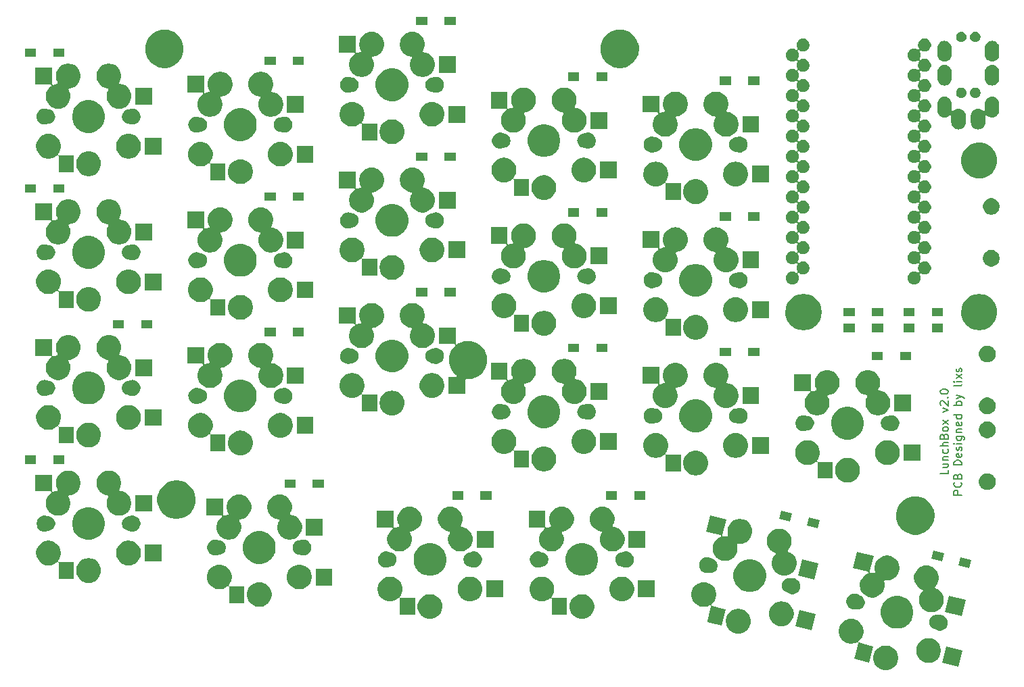
<source format=gbr>
G04 #@! TF.GenerationSoftware,KiCad,Pcbnew,(5.1.2)-2*
G04 #@! TF.CreationDate,2020-04-16T23:38:51+09:00*
G04 #@! TF.ProjectId,17mm 2020 4 8 vol2,31376d6d-2032-4303-9230-203420382076,rev?*
G04 #@! TF.SameCoordinates,Original*
G04 #@! TF.FileFunction,Soldermask,Top*
G04 #@! TF.FilePolarity,Negative*
%FSLAX46Y46*%
G04 Gerber Fmt 4.6, Leading zero omitted, Abs format (unit mm)*
G04 Created by KiCad (PCBNEW (5.1.2)-2) date 2020-04-16 23:38:51*
%MOMM*%
%LPD*%
G04 APERTURE LIST*
%ADD10C,0.200000*%
%ADD11C,0.100000*%
G04 APERTURE END LIST*
D10*
X221602380Y-116285714D02*
X221602380Y-116761904D01*
X220602380Y-116761904D01*
X220935714Y-115523809D02*
X221602380Y-115523809D01*
X220935714Y-115952380D02*
X221459523Y-115952380D01*
X221554761Y-115904761D01*
X221602380Y-115809523D01*
X221602380Y-115666666D01*
X221554761Y-115571428D01*
X221507142Y-115523809D01*
X220935714Y-115047619D02*
X221602380Y-115047619D01*
X221030952Y-115047619D02*
X220983333Y-115000000D01*
X220935714Y-114904761D01*
X220935714Y-114761904D01*
X220983333Y-114666666D01*
X221078571Y-114619047D01*
X221602380Y-114619047D01*
X221554761Y-113714285D02*
X221602380Y-113809523D01*
X221602380Y-114000000D01*
X221554761Y-114095238D01*
X221507142Y-114142857D01*
X221411904Y-114190476D01*
X221126190Y-114190476D01*
X221030952Y-114142857D01*
X220983333Y-114095238D01*
X220935714Y-114000000D01*
X220935714Y-113809523D01*
X220983333Y-113714285D01*
X221602380Y-113285714D02*
X220602380Y-113285714D01*
X221602380Y-112857142D02*
X221078571Y-112857142D01*
X220983333Y-112904761D01*
X220935714Y-113000000D01*
X220935714Y-113142857D01*
X220983333Y-113238095D01*
X221030952Y-113285714D01*
X221078571Y-112047619D02*
X221126190Y-111904761D01*
X221173809Y-111857142D01*
X221269047Y-111809523D01*
X221411904Y-111809523D01*
X221507142Y-111857142D01*
X221554761Y-111904761D01*
X221602380Y-112000000D01*
X221602380Y-112380952D01*
X220602380Y-112380952D01*
X220602380Y-112047619D01*
X220650000Y-111952380D01*
X220697619Y-111904761D01*
X220792857Y-111857142D01*
X220888095Y-111857142D01*
X220983333Y-111904761D01*
X221030952Y-111952380D01*
X221078571Y-112047619D01*
X221078571Y-112380952D01*
X221602380Y-111238095D02*
X221554761Y-111333333D01*
X221507142Y-111380952D01*
X221411904Y-111428571D01*
X221126190Y-111428571D01*
X221030952Y-111380952D01*
X220983333Y-111333333D01*
X220935714Y-111238095D01*
X220935714Y-111095238D01*
X220983333Y-111000000D01*
X221030952Y-110952380D01*
X221126190Y-110904761D01*
X221411904Y-110904761D01*
X221507142Y-110952380D01*
X221554761Y-111000000D01*
X221602380Y-111095238D01*
X221602380Y-111238095D01*
X221602380Y-110571428D02*
X220935714Y-110047619D01*
X220935714Y-110571428D02*
X221602380Y-110047619D01*
X220935714Y-109000000D02*
X221602380Y-108761904D01*
X220935714Y-108523809D01*
X220697619Y-108190476D02*
X220650000Y-108142857D01*
X220602380Y-108047619D01*
X220602380Y-107809523D01*
X220650000Y-107714285D01*
X220697619Y-107666666D01*
X220792857Y-107619047D01*
X220888095Y-107619047D01*
X221030952Y-107666666D01*
X221602380Y-108238095D01*
X221602380Y-107619047D01*
X221507142Y-107190476D02*
X221554761Y-107142857D01*
X221602380Y-107190476D01*
X221554761Y-107238095D01*
X221507142Y-107190476D01*
X221602380Y-107190476D01*
X220602380Y-106523809D02*
X220602380Y-106428571D01*
X220650000Y-106333333D01*
X220697619Y-106285714D01*
X220792857Y-106238095D01*
X220983333Y-106190476D01*
X221221428Y-106190476D01*
X221411904Y-106238095D01*
X221507142Y-106285714D01*
X221554761Y-106333333D01*
X221602380Y-106428571D01*
X221602380Y-106523809D01*
X221554761Y-106619047D01*
X221507142Y-106666666D01*
X221411904Y-106714285D01*
X221221428Y-106761904D01*
X220983333Y-106761904D01*
X220792857Y-106714285D01*
X220697619Y-106666666D01*
X220650000Y-106619047D01*
X220602380Y-106523809D01*
X223302380Y-119404761D02*
X222302380Y-119404761D01*
X222302380Y-119023809D01*
X222350000Y-118928571D01*
X222397619Y-118880952D01*
X222492857Y-118833333D01*
X222635714Y-118833333D01*
X222730952Y-118880952D01*
X222778571Y-118928571D01*
X222826190Y-119023809D01*
X222826190Y-119404761D01*
X223207142Y-117833333D02*
X223254761Y-117880952D01*
X223302380Y-118023809D01*
X223302380Y-118119047D01*
X223254761Y-118261904D01*
X223159523Y-118357142D01*
X223064285Y-118404761D01*
X222873809Y-118452380D01*
X222730952Y-118452380D01*
X222540476Y-118404761D01*
X222445238Y-118357142D01*
X222350000Y-118261904D01*
X222302380Y-118119047D01*
X222302380Y-118023809D01*
X222350000Y-117880952D01*
X222397619Y-117833333D01*
X222778571Y-117071428D02*
X222826190Y-116928571D01*
X222873809Y-116880952D01*
X222969047Y-116833333D01*
X223111904Y-116833333D01*
X223207142Y-116880952D01*
X223254761Y-116928571D01*
X223302380Y-117023809D01*
X223302380Y-117404761D01*
X222302380Y-117404761D01*
X222302380Y-117071428D01*
X222350000Y-116976190D01*
X222397619Y-116928571D01*
X222492857Y-116880952D01*
X222588095Y-116880952D01*
X222683333Y-116928571D01*
X222730952Y-116976190D01*
X222778571Y-117071428D01*
X222778571Y-117404761D01*
X223302380Y-115642857D02*
X222302380Y-115642857D01*
X222302380Y-115404761D01*
X222350000Y-115261904D01*
X222445238Y-115166666D01*
X222540476Y-115119047D01*
X222730952Y-115071428D01*
X222873809Y-115071428D01*
X223064285Y-115119047D01*
X223159523Y-115166666D01*
X223254761Y-115261904D01*
X223302380Y-115404761D01*
X223302380Y-115642857D01*
X223254761Y-114261904D02*
X223302380Y-114357142D01*
X223302380Y-114547619D01*
X223254761Y-114642857D01*
X223159523Y-114690476D01*
X222778571Y-114690476D01*
X222683333Y-114642857D01*
X222635714Y-114547619D01*
X222635714Y-114357142D01*
X222683333Y-114261904D01*
X222778571Y-114214285D01*
X222873809Y-114214285D01*
X222969047Y-114690476D01*
X223254761Y-113833333D02*
X223302380Y-113738095D01*
X223302380Y-113547619D01*
X223254761Y-113452380D01*
X223159523Y-113404761D01*
X223111904Y-113404761D01*
X223016666Y-113452380D01*
X222969047Y-113547619D01*
X222969047Y-113690476D01*
X222921428Y-113785714D01*
X222826190Y-113833333D01*
X222778571Y-113833333D01*
X222683333Y-113785714D01*
X222635714Y-113690476D01*
X222635714Y-113547619D01*
X222683333Y-113452380D01*
X223302380Y-112976190D02*
X222635714Y-112976190D01*
X222302380Y-112976190D02*
X222350000Y-113023809D01*
X222397619Y-112976190D01*
X222350000Y-112928571D01*
X222302380Y-112976190D01*
X222397619Y-112976190D01*
X222635714Y-112071428D02*
X223445238Y-112071428D01*
X223540476Y-112119047D01*
X223588095Y-112166666D01*
X223635714Y-112261904D01*
X223635714Y-112404761D01*
X223588095Y-112500000D01*
X223254761Y-112071428D02*
X223302380Y-112166666D01*
X223302380Y-112357142D01*
X223254761Y-112452380D01*
X223207142Y-112500000D01*
X223111904Y-112547619D01*
X222826190Y-112547619D01*
X222730952Y-112500000D01*
X222683333Y-112452380D01*
X222635714Y-112357142D01*
X222635714Y-112166666D01*
X222683333Y-112071428D01*
X222635714Y-111595238D02*
X223302380Y-111595238D01*
X222730952Y-111595238D02*
X222683333Y-111547619D01*
X222635714Y-111452380D01*
X222635714Y-111309523D01*
X222683333Y-111214285D01*
X222778571Y-111166666D01*
X223302380Y-111166666D01*
X223254761Y-110309523D02*
X223302380Y-110404761D01*
X223302380Y-110595238D01*
X223254761Y-110690476D01*
X223159523Y-110738095D01*
X222778571Y-110738095D01*
X222683333Y-110690476D01*
X222635714Y-110595238D01*
X222635714Y-110404761D01*
X222683333Y-110309523D01*
X222778571Y-110261904D01*
X222873809Y-110261904D01*
X222969047Y-110738095D01*
X223302380Y-109404761D02*
X222302380Y-109404761D01*
X223254761Y-109404761D02*
X223302380Y-109500000D01*
X223302380Y-109690476D01*
X223254761Y-109785714D01*
X223207142Y-109833333D01*
X223111904Y-109880952D01*
X222826190Y-109880952D01*
X222730952Y-109833333D01*
X222683333Y-109785714D01*
X222635714Y-109690476D01*
X222635714Y-109500000D01*
X222683333Y-109404761D01*
X223302380Y-108166666D02*
X222302380Y-108166666D01*
X222683333Y-108166666D02*
X222635714Y-108071428D01*
X222635714Y-107880952D01*
X222683333Y-107785714D01*
X222730952Y-107738095D01*
X222826190Y-107690476D01*
X223111904Y-107690476D01*
X223207142Y-107738095D01*
X223254761Y-107785714D01*
X223302380Y-107880952D01*
X223302380Y-108071428D01*
X223254761Y-108166666D01*
X222635714Y-107357142D02*
X223302380Y-107119047D01*
X222635714Y-106880952D02*
X223302380Y-107119047D01*
X223540476Y-107214285D01*
X223588095Y-107261904D01*
X223635714Y-107357142D01*
X223302380Y-105595238D02*
X223254761Y-105690476D01*
X223159523Y-105738095D01*
X222302380Y-105738095D01*
X223302380Y-105214285D02*
X222635714Y-105214285D01*
X222302380Y-105214285D02*
X222350000Y-105261904D01*
X222397619Y-105214285D01*
X222350000Y-105166666D01*
X222302380Y-105214285D01*
X222397619Y-105214285D01*
X223302380Y-104833333D02*
X222635714Y-104309523D01*
X222635714Y-104833333D02*
X223302380Y-104309523D01*
X223254761Y-103976190D02*
X223302380Y-103880952D01*
X223302380Y-103690476D01*
X223254761Y-103595238D01*
X223159523Y-103547619D01*
X223111904Y-103547619D01*
X223016666Y-103595238D01*
X222969047Y-103690476D01*
X222969047Y-103833333D01*
X222921428Y-103928571D01*
X222826190Y-103976190D01*
X222778571Y-103976190D01*
X222683333Y-103928571D01*
X222635714Y-103833333D01*
X222635714Y-103690476D01*
X222683333Y-103595238D01*
D11*
G36*
X214075246Y-138313547D02*
G01*
X214225071Y-138343349D01*
X214507335Y-138460266D01*
X214761366Y-138630004D01*
X214977402Y-138846040D01*
X215147140Y-139100071D01*
X215264057Y-139382335D01*
X215323661Y-139681985D01*
X215323661Y-139987505D01*
X215264057Y-140287155D01*
X215147140Y-140569419D01*
X214977402Y-140823450D01*
X214761366Y-141039486D01*
X214507335Y-141209224D01*
X214225071Y-141326141D01*
X214075246Y-141355943D01*
X213925422Y-141385745D01*
X213619900Y-141385745D01*
X213470076Y-141355943D01*
X213320251Y-141326141D01*
X213037987Y-141209224D01*
X212783956Y-141039486D01*
X212567920Y-140823450D01*
X212398182Y-140569419D01*
X212281265Y-140287155D01*
X212221661Y-139987505D01*
X212221661Y-139681985D01*
X212281265Y-139382335D01*
X212398182Y-139100071D01*
X212567920Y-138846040D01*
X212783956Y-138630004D01*
X213037987Y-138460266D01*
X213320251Y-138343349D01*
X213470076Y-138313547D01*
X213619900Y-138283745D01*
X213925422Y-138283745D01*
X214075246Y-138313547D01*
X214075246Y-138313547D01*
G37*
G36*
X223438325Y-138894141D02*
G01*
X222929805Y-140933703D01*
X220890243Y-140425183D01*
X221398763Y-138385621D01*
X223438325Y-138894141D01*
X223438325Y-138894141D01*
G37*
G36*
X219458953Y-137388506D02*
G01*
X219608778Y-137418308D01*
X219891042Y-137535225D01*
X220145073Y-137704963D01*
X220361109Y-137920999D01*
X220530847Y-138175030D01*
X220647764Y-138457294D01*
X220707368Y-138756944D01*
X220707368Y-139062464D01*
X220647764Y-139362114D01*
X220530847Y-139644378D01*
X220361109Y-139898409D01*
X220145073Y-140114445D01*
X219891042Y-140284183D01*
X219608778Y-140401100D01*
X219487704Y-140425183D01*
X219309129Y-140460704D01*
X219003607Y-140460704D01*
X218825032Y-140425183D01*
X218703958Y-140401100D01*
X218421694Y-140284183D01*
X218167663Y-140114445D01*
X217951627Y-139898409D01*
X217781889Y-139644378D01*
X217664972Y-139362114D01*
X217605368Y-139062464D01*
X217605368Y-138756944D01*
X217664972Y-138457294D01*
X217781889Y-138175030D01*
X217951627Y-137920999D01*
X218167663Y-137704963D01*
X218421694Y-137535225D01*
X218703958Y-137418308D01*
X218853783Y-137388506D01*
X219003607Y-137358704D01*
X219309129Y-137358704D01*
X219458953Y-137388506D01*
X219458953Y-137388506D01*
G37*
G36*
X209741577Y-134966419D02*
G01*
X209905820Y-134999089D01*
X210188084Y-135116006D01*
X210442115Y-135285744D01*
X210658151Y-135501780D01*
X210827889Y-135755811D01*
X210944806Y-136038075D01*
X210952881Y-136078670D01*
X210983669Y-136233450D01*
X211004410Y-136337725D01*
X211004410Y-136643245D01*
X210944806Y-136942895D01*
X210827889Y-137225159D01*
X210658151Y-137479190D01*
X210442115Y-137695226D01*
X210430658Y-137702881D01*
X210411726Y-137718420D01*
X210396181Y-137737362D01*
X210384630Y-137758973D01*
X210377517Y-137782422D01*
X210375116Y-137806808D01*
X210377518Y-137831194D01*
X210384632Y-137854643D01*
X210396183Y-137876254D01*
X210411729Y-137895195D01*
X210430671Y-137910740D01*
X210452282Y-137922291D01*
X210469873Y-137928091D01*
X211896320Y-138283745D01*
X212232844Y-138367650D01*
X211724324Y-140407212D01*
X209878822Y-139947076D01*
X209954294Y-139644376D01*
X210362126Y-138008649D01*
X210365695Y-137984406D01*
X210364466Y-137959933D01*
X210358486Y-137936170D01*
X210347985Y-137914030D01*
X210333367Y-137894364D01*
X210315192Y-137877928D01*
X210294161Y-137865353D01*
X210271080Y-137857123D01*
X210246837Y-137853554D01*
X210222364Y-137854783D01*
X210193005Y-137862925D01*
X210188087Y-137864962D01*
X210188084Y-137864964D01*
X209905820Y-137981881D01*
X209771248Y-138008649D01*
X209606171Y-138041485D01*
X209300649Y-138041485D01*
X209135572Y-138008649D01*
X209001000Y-137981881D01*
X208718736Y-137864964D01*
X208464705Y-137695226D01*
X208248669Y-137479190D01*
X208078931Y-137225159D01*
X207962014Y-136942895D01*
X207902410Y-136643245D01*
X207902410Y-136337725D01*
X207923152Y-136233450D01*
X207953939Y-136078670D01*
X207962014Y-136038075D01*
X208078931Y-135755811D01*
X208248669Y-135501780D01*
X208464705Y-135285744D01*
X208718736Y-135116006D01*
X209001000Y-134999089D01*
X209165243Y-134966419D01*
X209300649Y-134939485D01*
X209606171Y-134939485D01*
X209741577Y-134966419D01*
X209741577Y-134966419D01*
G37*
G36*
X195645246Y-133723547D02*
G01*
X195795071Y-133753349D01*
X196077335Y-133870266D01*
X196331366Y-134040004D01*
X196547402Y-134256040D01*
X196717140Y-134510071D01*
X196834057Y-134792335D01*
X196834057Y-134792336D01*
X196893661Y-135091984D01*
X196893661Y-135397506D01*
X196872919Y-135501781D01*
X196834057Y-135697155D01*
X196717140Y-135979419D01*
X196547402Y-136233450D01*
X196331366Y-136449486D01*
X196077335Y-136619224D01*
X195795071Y-136736141D01*
X195645246Y-136765943D01*
X195495422Y-136795745D01*
X195189900Y-136795745D01*
X195040076Y-136765943D01*
X194890251Y-136736141D01*
X194607987Y-136619224D01*
X194353956Y-136449486D01*
X194137920Y-136233450D01*
X193968182Y-135979419D01*
X193851265Y-135697155D01*
X193812403Y-135501781D01*
X193791661Y-135397506D01*
X193791661Y-135091984D01*
X193851265Y-134792336D01*
X193851265Y-134792335D01*
X193968182Y-134510071D01*
X194137920Y-134256040D01*
X194353956Y-134040004D01*
X194607987Y-133870266D01*
X194890251Y-133753349D01*
X195040076Y-133723547D01*
X195189900Y-133693745D01*
X195495422Y-133693745D01*
X195645246Y-133723547D01*
X195645246Y-133723547D01*
G37*
G36*
X220307593Y-134455815D02*
G01*
X220331979Y-134458217D01*
X220356365Y-134455815D01*
X220438035Y-134439570D01*
X220635217Y-134439570D01*
X220716885Y-134455815D01*
X220828607Y-134478038D01*
X221010777Y-134553496D01*
X221174726Y-134663043D01*
X221314153Y-134802470D01*
X221373571Y-134891396D01*
X221423701Y-134966421D01*
X221445801Y-135019775D01*
X221499158Y-135148589D01*
X221537626Y-135341980D01*
X221537626Y-135539160D01*
X221499158Y-135732551D01*
X221423700Y-135914721D01*
X221314153Y-136078670D01*
X221174726Y-136218097D01*
X221010777Y-136327644D01*
X220828607Y-136403102D01*
X220635217Y-136441570D01*
X220438035Y-136441570D01*
X220244645Y-136403102D01*
X220062475Y-136327644D01*
X219905673Y-136222872D01*
X219884063Y-136211322D01*
X219871634Y-136207551D01*
X219866297Y-136205340D01*
X219866290Y-136205339D01*
X219702318Y-136137419D01*
X219554748Y-136038816D01*
X219429249Y-135913317D01*
X219330646Y-135765747D01*
X219262726Y-135601775D01*
X219228102Y-135427704D01*
X219228102Y-135250222D01*
X219262726Y-135076151D01*
X219330646Y-134912179D01*
X219429249Y-134764609D01*
X219554748Y-134639110D01*
X219702318Y-134540507D01*
X219866290Y-134472587D01*
X220015590Y-134442890D01*
X220040360Y-134437963D01*
X220217844Y-134437963D01*
X220307593Y-134455815D01*
X220307593Y-134455815D01*
G37*
G36*
X205008325Y-134304141D02*
G01*
X204499805Y-136343703D01*
X202460243Y-135835183D01*
X202968763Y-133795621D01*
X205008325Y-134304141D01*
X205008325Y-134304141D01*
G37*
G36*
X215798254Y-132137818D02*
G01*
X216121802Y-132271836D01*
X216171513Y-132292427D01*
X216507436Y-132516884D01*
X216793116Y-132802564D01*
X217001855Y-133114963D01*
X217017574Y-133138489D01*
X217172182Y-133511746D01*
X217251000Y-133907993D01*
X217251000Y-134312007D01*
X217172182Y-134708254D01*
X217028813Y-135054378D01*
X217017573Y-135081513D01*
X216793116Y-135417436D01*
X216507436Y-135703116D01*
X216171513Y-135927573D01*
X216171512Y-135927574D01*
X216171511Y-135927574D01*
X215798254Y-136082182D01*
X215402007Y-136161000D01*
X214997993Y-136161000D01*
X214601746Y-136082182D01*
X214228489Y-135927574D01*
X214228488Y-135927574D01*
X214228487Y-135927573D01*
X213892564Y-135703116D01*
X213606884Y-135417436D01*
X213382427Y-135081513D01*
X213371187Y-135054378D01*
X213227818Y-134708254D01*
X213149000Y-134312007D01*
X213149000Y-133907993D01*
X213227818Y-133511746D01*
X213382426Y-133138489D01*
X213398146Y-133114963D01*
X213606884Y-132802564D01*
X213892564Y-132516884D01*
X214228487Y-132292427D01*
X214278198Y-132271836D01*
X214601746Y-132137818D01*
X214997993Y-132059000D01*
X215402007Y-132059000D01*
X215798254Y-132137818D01*
X215798254Y-132137818D01*
G37*
G36*
X200997728Y-132792295D02*
G01*
X201178778Y-132828308D01*
X201461042Y-132945225D01*
X201715073Y-133114963D01*
X201931109Y-133330999D01*
X202100847Y-133585030D01*
X202217764Y-133867294D01*
X202225860Y-133907994D01*
X202277368Y-134166943D01*
X202277368Y-134472465D01*
X202261250Y-134553495D01*
X202217764Y-134772114D01*
X202100847Y-135054378D01*
X201931109Y-135308409D01*
X201715073Y-135524445D01*
X201461042Y-135694183D01*
X201178778Y-135811100D01*
X201057704Y-135835183D01*
X200879129Y-135870704D01*
X200573607Y-135870704D01*
X200395032Y-135835183D01*
X200273958Y-135811100D01*
X199991694Y-135694183D01*
X199737663Y-135524445D01*
X199521627Y-135308409D01*
X199351889Y-135054378D01*
X199234972Y-134772114D01*
X199191486Y-134553495D01*
X199175368Y-134472465D01*
X199175368Y-134166943D01*
X199226876Y-133907994D01*
X199234972Y-133867294D01*
X199351889Y-133585030D01*
X199521627Y-133330999D01*
X199737663Y-133114963D01*
X199991694Y-132945225D01*
X200273958Y-132828308D01*
X200455008Y-132792295D01*
X200573607Y-132768704D01*
X200879129Y-132768704D01*
X200997728Y-132792295D01*
X200997728Y-132792295D01*
G37*
G36*
X191311577Y-130376419D02*
G01*
X191475820Y-130409089D01*
X191758084Y-130526006D01*
X192012115Y-130695744D01*
X192228151Y-130911780D01*
X192397889Y-131165811D01*
X192514806Y-131448075D01*
X192522881Y-131488670D01*
X192574314Y-131747239D01*
X192574410Y-131747725D01*
X192574410Y-132053245D01*
X192514806Y-132352895D01*
X192397889Y-132635159D01*
X192228151Y-132889190D01*
X192012115Y-133105226D01*
X192000658Y-133112881D01*
X191981726Y-133128420D01*
X191966181Y-133147362D01*
X191954630Y-133168973D01*
X191947517Y-133192422D01*
X191945116Y-133216808D01*
X191947518Y-133241194D01*
X191954632Y-133264643D01*
X191966183Y-133286254D01*
X191981729Y-133305195D01*
X192000671Y-133320740D01*
X192022282Y-133332291D01*
X192039873Y-133338091D01*
X193357062Y-133666504D01*
X193802844Y-133777650D01*
X193294324Y-135817212D01*
X191448822Y-135357076D01*
X191500804Y-135148589D01*
X191932126Y-133418649D01*
X191935695Y-133394406D01*
X191934466Y-133369933D01*
X191928486Y-133346170D01*
X191917985Y-133324030D01*
X191903367Y-133304364D01*
X191885192Y-133287928D01*
X191864161Y-133275353D01*
X191841080Y-133267123D01*
X191816837Y-133263554D01*
X191792364Y-133264783D01*
X191763005Y-133272925D01*
X191758087Y-133274962D01*
X191758084Y-133274964D01*
X191475820Y-133391881D01*
X191341248Y-133418649D01*
X191176171Y-133451485D01*
X190870649Y-133451485D01*
X190705572Y-133418649D01*
X190571000Y-133391881D01*
X190288736Y-133274964D01*
X190034705Y-133105226D01*
X189818669Y-132889190D01*
X189648931Y-132635159D01*
X189532014Y-132352895D01*
X189472410Y-132053245D01*
X189472410Y-131747725D01*
X189472507Y-131747239D01*
X189523939Y-131488670D01*
X189532014Y-131448075D01*
X189648931Y-131165811D01*
X189818669Y-130911780D01*
X190034705Y-130695744D01*
X190288736Y-130526006D01*
X190571000Y-130409089D01*
X190735243Y-130376419D01*
X190870649Y-130349485D01*
X191176171Y-130349485D01*
X191311577Y-130376419D01*
X191311577Y-130376419D01*
G37*
G36*
X176052585Y-131878802D02*
G01*
X176202410Y-131908604D01*
X176484674Y-132025521D01*
X176738705Y-132195259D01*
X176954741Y-132411295D01*
X177124479Y-132665326D01*
X177241396Y-132947590D01*
X177255716Y-133019580D01*
X177301000Y-133247239D01*
X177301000Y-133552761D01*
X177300380Y-133555876D01*
X177241396Y-133852410D01*
X177124479Y-134134674D01*
X176954741Y-134388705D01*
X176738705Y-134604741D01*
X176484674Y-134774479D01*
X176202410Y-134891396D01*
X176052585Y-134921198D01*
X175902761Y-134951000D01*
X175597239Y-134951000D01*
X175447415Y-134921198D01*
X175297590Y-134891396D01*
X175015326Y-134774479D01*
X174761295Y-134604741D01*
X174545259Y-134388705D01*
X174375521Y-134134674D01*
X174258604Y-133852410D01*
X174199620Y-133555876D01*
X174199000Y-133552761D01*
X174199000Y-133247239D01*
X174244284Y-133019580D01*
X174258604Y-132947590D01*
X174375521Y-132665326D01*
X174545259Y-132411295D01*
X174761295Y-132195259D01*
X175015326Y-132025521D01*
X175297590Y-131908604D01*
X175447415Y-131878802D01*
X175597239Y-131849000D01*
X175902761Y-131849000D01*
X176052585Y-131878802D01*
X176052585Y-131878802D01*
G37*
G36*
X157052585Y-131878802D02*
G01*
X157202410Y-131908604D01*
X157484674Y-132025521D01*
X157738705Y-132195259D01*
X157954741Y-132411295D01*
X158124479Y-132665326D01*
X158241396Y-132947590D01*
X158255716Y-133019580D01*
X158301000Y-133247239D01*
X158301000Y-133552761D01*
X158300380Y-133555876D01*
X158241396Y-133852410D01*
X158124479Y-134134674D01*
X157954741Y-134388705D01*
X157738705Y-134604741D01*
X157484674Y-134774479D01*
X157202410Y-134891396D01*
X157052585Y-134921198D01*
X156902761Y-134951000D01*
X156597239Y-134951000D01*
X156447415Y-134921198D01*
X156297590Y-134891396D01*
X156015326Y-134774479D01*
X155761295Y-134604741D01*
X155545259Y-134388705D01*
X155375521Y-134134674D01*
X155258604Y-133852410D01*
X155199620Y-133555876D01*
X155199000Y-133552761D01*
X155199000Y-133247239D01*
X155244284Y-133019580D01*
X155258604Y-132947590D01*
X155375521Y-132665326D01*
X155545259Y-132411295D01*
X155761295Y-132195259D01*
X156015326Y-132025521D01*
X156297590Y-131908604D01*
X156447415Y-131878802D01*
X156597239Y-131849000D01*
X156902761Y-131849000D01*
X157052585Y-131878802D01*
X157052585Y-131878802D01*
G37*
G36*
X223783563Y-132549189D02*
G01*
X223275043Y-134588751D01*
X221235481Y-134080231D01*
X221744001Y-132040669D01*
X223783563Y-132549189D01*
X223783563Y-132549189D01*
G37*
G36*
X152052585Y-129678802D02*
G01*
X152202410Y-129708604D01*
X152484674Y-129825521D01*
X152738705Y-129995259D01*
X152954741Y-130211295D01*
X153124479Y-130465326D01*
X153241396Y-130747590D01*
X153259321Y-130837704D01*
X153301000Y-131047239D01*
X153301000Y-131352761D01*
X153281894Y-131448815D01*
X153241396Y-131652410D01*
X153124479Y-131934674D01*
X152977553Y-132154565D01*
X152966007Y-132176166D01*
X152958894Y-132199615D01*
X152956492Y-132224001D01*
X152958894Y-132248387D01*
X152966007Y-132271836D01*
X152977558Y-132293447D01*
X152993103Y-132312389D01*
X153012045Y-132327934D01*
X153033656Y-132339485D01*
X153057105Y-132346598D01*
X153081491Y-132349000D01*
X154901000Y-132349000D01*
X154901000Y-134451000D01*
X152999000Y-134451000D01*
X152999000Y-132446219D01*
X152996598Y-132421833D01*
X152989485Y-132398384D01*
X152977934Y-132376773D01*
X152962389Y-132357831D01*
X152943447Y-132342286D01*
X152921836Y-132330735D01*
X152898387Y-132323622D01*
X152874001Y-132321220D01*
X152849615Y-132323622D01*
X152826166Y-132330735D01*
X152804555Y-132342286D01*
X152785624Y-132357822D01*
X152738705Y-132404741D01*
X152484674Y-132574479D01*
X152202410Y-132691396D01*
X152058955Y-132719931D01*
X151902761Y-132751000D01*
X151597239Y-132751000D01*
X151441045Y-132719931D01*
X151297590Y-132691396D01*
X151015326Y-132574479D01*
X150761295Y-132404741D01*
X150545259Y-132188705D01*
X150375521Y-131934674D01*
X150258604Y-131652410D01*
X150218106Y-131448815D01*
X150199000Y-131352761D01*
X150199000Y-131047239D01*
X150240679Y-130837704D01*
X150258604Y-130747590D01*
X150375521Y-130465326D01*
X150545259Y-130211295D01*
X150761295Y-129995259D01*
X151015326Y-129825521D01*
X151297590Y-129708604D01*
X151447415Y-129678802D01*
X151597239Y-129649000D01*
X151902761Y-129649000D01*
X152052585Y-129678802D01*
X152052585Y-129678802D01*
G37*
G36*
X171052585Y-129678802D02*
G01*
X171202410Y-129708604D01*
X171484674Y-129825521D01*
X171738705Y-129995259D01*
X171954741Y-130211295D01*
X172124479Y-130465326D01*
X172241396Y-130747590D01*
X172259321Y-130837704D01*
X172301000Y-131047239D01*
X172301000Y-131352761D01*
X172281894Y-131448815D01*
X172241396Y-131652410D01*
X172124479Y-131934674D01*
X171977553Y-132154565D01*
X171966007Y-132176166D01*
X171958894Y-132199615D01*
X171956492Y-132224001D01*
X171958894Y-132248387D01*
X171966007Y-132271836D01*
X171977558Y-132293447D01*
X171993103Y-132312389D01*
X172012045Y-132327934D01*
X172033656Y-132339485D01*
X172057105Y-132346598D01*
X172081491Y-132349000D01*
X173901000Y-132349000D01*
X173901000Y-134451000D01*
X171999000Y-134451000D01*
X171999000Y-132446219D01*
X171996598Y-132421833D01*
X171989485Y-132398384D01*
X171977934Y-132376773D01*
X171962389Y-132357831D01*
X171943447Y-132342286D01*
X171921836Y-132330735D01*
X171898387Y-132323622D01*
X171874001Y-132321220D01*
X171849615Y-132323622D01*
X171826166Y-132330735D01*
X171804555Y-132342286D01*
X171785624Y-132357822D01*
X171738705Y-132404741D01*
X171484674Y-132574479D01*
X171202410Y-132691396D01*
X171058955Y-132719931D01*
X170902761Y-132751000D01*
X170597239Y-132751000D01*
X170441045Y-132719931D01*
X170297590Y-132691396D01*
X170015326Y-132574479D01*
X169761295Y-132404741D01*
X169545259Y-132188705D01*
X169375521Y-131934674D01*
X169258604Y-131652410D01*
X169218106Y-131448815D01*
X169199000Y-131352761D01*
X169199000Y-131047239D01*
X169240679Y-130837704D01*
X169258604Y-130747590D01*
X169375521Y-130465326D01*
X169545259Y-130211295D01*
X169761295Y-129995259D01*
X170015326Y-129825521D01*
X170297590Y-129708604D01*
X170447415Y-129678802D01*
X170597239Y-129649000D01*
X170902761Y-129649000D01*
X171052585Y-129678802D01*
X171052585Y-129678802D01*
G37*
G36*
X219176080Y-128270199D02*
G01*
X219345924Y-128303983D01*
X219628188Y-128420900D01*
X219882219Y-128590638D01*
X220098255Y-128806674D01*
X220267993Y-129060705D01*
X220374565Y-129317994D01*
X220384910Y-129342970D01*
X220444514Y-129642618D01*
X220444514Y-129948140D01*
X220422699Y-130057812D01*
X220384910Y-130247789D01*
X220267993Y-130530053D01*
X220098255Y-130784084D01*
X219984864Y-130897475D01*
X219969328Y-130916406D01*
X219957777Y-130938017D01*
X219950664Y-130961466D01*
X219948262Y-130985852D01*
X219950664Y-131010238D01*
X219957777Y-131033687D01*
X219969328Y-131055298D01*
X219984873Y-131074240D01*
X220003815Y-131089785D01*
X220025419Y-131101332D01*
X220245982Y-131192692D01*
X220500013Y-131362430D01*
X220716049Y-131578466D01*
X220885787Y-131832497D01*
X221002704Y-132114761D01*
X221017412Y-132188704D01*
X221062308Y-132414410D01*
X221062308Y-132719932D01*
X221047914Y-132792295D01*
X221002704Y-133019581D01*
X220885787Y-133301845D01*
X220716049Y-133555876D01*
X220500013Y-133771912D01*
X220245982Y-133941650D01*
X219963718Y-134058567D01*
X219813893Y-134088369D01*
X219664069Y-134118171D01*
X219358547Y-134118171D01*
X219208723Y-134088369D01*
X219058898Y-134058567D01*
X218776634Y-133941650D01*
X218522603Y-133771912D01*
X218306567Y-133555876D01*
X218136829Y-133301845D01*
X218019912Y-133019581D01*
X217974702Y-132792295D01*
X217960308Y-132719932D01*
X217960308Y-132414410D01*
X218005204Y-132188704D01*
X218019912Y-132114761D01*
X218136829Y-131832497D01*
X218306567Y-131578466D01*
X218419958Y-131465075D01*
X218435494Y-131446144D01*
X218447045Y-131424533D01*
X218454158Y-131401084D01*
X218456560Y-131376698D01*
X218454158Y-131352312D01*
X218447045Y-131328863D01*
X218435494Y-131307252D01*
X218419949Y-131288310D01*
X218401007Y-131272765D01*
X218379403Y-131261218D01*
X218158840Y-131169858D01*
X217904809Y-131000120D01*
X217688773Y-130784084D01*
X217519035Y-130530053D01*
X217402118Y-130247789D01*
X217364329Y-130057812D01*
X217342514Y-129948140D01*
X217342514Y-129642618D01*
X217402118Y-129342970D01*
X217412463Y-129317994D01*
X217519035Y-129060705D01*
X217688773Y-128806674D01*
X217904809Y-128590638D01*
X218158840Y-128420900D01*
X218441104Y-128303983D01*
X218610948Y-128270199D01*
X218740753Y-128244379D01*
X219046275Y-128244379D01*
X219176080Y-128270199D01*
X219176080Y-128270199D01*
G37*
G36*
X210155355Y-131816898D02*
G01*
X210337525Y-131892356D01*
X210391569Y-131928467D01*
X210494326Y-131997127D01*
X210515937Y-132008678D01*
X210528366Y-132012449D01*
X210533703Y-132014660D01*
X210533710Y-132014661D01*
X210697682Y-132082581D01*
X210845252Y-132181184D01*
X210970751Y-132306683D01*
X211069354Y-132454253D01*
X211137274Y-132618225D01*
X211171898Y-132792296D01*
X211171898Y-132969778D01*
X211137274Y-133143849D01*
X211069354Y-133307821D01*
X210970751Y-133455391D01*
X210845252Y-133580890D01*
X210697682Y-133679493D01*
X210533710Y-133747413D01*
X210384410Y-133777110D01*
X210359640Y-133782037D01*
X210182156Y-133782037D01*
X210092407Y-133764185D01*
X210068021Y-133761783D01*
X210043635Y-133764185D01*
X209961965Y-133780430D01*
X209764783Y-133780430D01*
X209571393Y-133741962D01*
X209389223Y-133666504D01*
X209225274Y-133556957D01*
X209085847Y-133417530D01*
X208976300Y-133253581D01*
X208900842Y-133071411D01*
X208864596Y-132889190D01*
X208862374Y-132878021D01*
X208862374Y-132680839D01*
X208900842Y-132487450D01*
X208914593Y-132454253D01*
X208956577Y-132352894D01*
X208976299Y-132305281D01*
X208984206Y-132293447D01*
X209085847Y-132141330D01*
X209225274Y-132001903D01*
X209389223Y-131892356D01*
X209571393Y-131816898D01*
X209764783Y-131778430D01*
X209961965Y-131778430D01*
X210155355Y-131816898D01*
X210155355Y-131816898D01*
G37*
G36*
X135660605Y-130376419D02*
G01*
X135822410Y-130408604D01*
X136104674Y-130525521D01*
X136358705Y-130695259D01*
X136574741Y-130911295D01*
X136744479Y-131165326D01*
X136861396Y-131447590D01*
X136861640Y-131448816D01*
X136921000Y-131747239D01*
X136921000Y-132052761D01*
X136908667Y-132114761D01*
X136861396Y-132352410D01*
X136744479Y-132634674D01*
X136574741Y-132888705D01*
X136358705Y-133104741D01*
X136104674Y-133274479D01*
X135822410Y-133391396D01*
X135691030Y-133417529D01*
X135522761Y-133451000D01*
X135217239Y-133451000D01*
X135048970Y-133417529D01*
X134917590Y-133391396D01*
X134635326Y-133274479D01*
X134381295Y-133104741D01*
X134165259Y-132888705D01*
X133995521Y-132634674D01*
X133878604Y-132352410D01*
X133831333Y-132114761D01*
X133819000Y-132052761D01*
X133819000Y-131747239D01*
X133878360Y-131448816D01*
X133878604Y-131447590D01*
X133995521Y-131165326D01*
X134165259Y-130911295D01*
X134381295Y-130695259D01*
X134635326Y-130525521D01*
X134917590Y-130408604D01*
X135079395Y-130376419D01*
X135217239Y-130349000D01*
X135522761Y-130349000D01*
X135660605Y-130376419D01*
X135660605Y-130376419D01*
G37*
G36*
X130604847Y-128165328D02*
G01*
X130822410Y-128208604D01*
X131104674Y-128325521D01*
X131358705Y-128495259D01*
X131574741Y-128711295D01*
X131744479Y-128965326D01*
X131861396Y-129247590D01*
X131861396Y-129247591D01*
X131921000Y-129547239D01*
X131921000Y-129852761D01*
X131898973Y-129963496D01*
X131861396Y-130152410D01*
X131744479Y-130434674D01*
X131597553Y-130654565D01*
X131586007Y-130676166D01*
X131578894Y-130699615D01*
X131576492Y-130724001D01*
X131578894Y-130748387D01*
X131586007Y-130771836D01*
X131597558Y-130793447D01*
X131613103Y-130812389D01*
X131632045Y-130827934D01*
X131653656Y-130839485D01*
X131677105Y-130846598D01*
X131701491Y-130849000D01*
X133521000Y-130849000D01*
X133521000Y-132951000D01*
X131619000Y-132951000D01*
X131619000Y-130946219D01*
X131616598Y-130921833D01*
X131609485Y-130898384D01*
X131597934Y-130876773D01*
X131582389Y-130857831D01*
X131563447Y-130842286D01*
X131541836Y-130830735D01*
X131518387Y-130823622D01*
X131494001Y-130821220D01*
X131469615Y-130823622D01*
X131446166Y-130830735D01*
X131424555Y-130842286D01*
X131405624Y-130857822D01*
X131358705Y-130904741D01*
X131104674Y-131074479D01*
X130822410Y-131191396D01*
X130672585Y-131221198D01*
X130522761Y-131251000D01*
X130217239Y-131251000D01*
X130067415Y-131221198D01*
X129917590Y-131191396D01*
X129635326Y-131074479D01*
X129381295Y-130904741D01*
X129165259Y-130688705D01*
X128995521Y-130434674D01*
X128878604Y-130152410D01*
X128841027Y-129963496D01*
X128819000Y-129852761D01*
X128819000Y-129547239D01*
X128878604Y-129247591D01*
X128878604Y-129247590D01*
X128995521Y-128965326D01*
X129165259Y-128711295D01*
X129381295Y-128495259D01*
X129635326Y-128325521D01*
X129917590Y-128208604D01*
X130135153Y-128165328D01*
X130217239Y-128149000D01*
X130522761Y-128149000D01*
X130604847Y-128165328D01*
X130604847Y-128165328D01*
G37*
G36*
X181052585Y-129678802D02*
G01*
X181202410Y-129708604D01*
X181484674Y-129825521D01*
X181738705Y-129995259D01*
X181954741Y-130211295D01*
X182124479Y-130465326D01*
X182241396Y-130747590D01*
X182259321Y-130837704D01*
X182301000Y-131047239D01*
X182301000Y-131352761D01*
X182281894Y-131448815D01*
X182241396Y-131652410D01*
X182124479Y-131934674D01*
X181954741Y-132188705D01*
X181738705Y-132404741D01*
X181484674Y-132574479D01*
X181202410Y-132691396D01*
X181058955Y-132719931D01*
X180902761Y-132751000D01*
X180597239Y-132751000D01*
X180441045Y-132719931D01*
X180297590Y-132691396D01*
X180015326Y-132574479D01*
X179761295Y-132404741D01*
X179545259Y-132188705D01*
X179375521Y-131934674D01*
X179258604Y-131652410D01*
X179218106Y-131448815D01*
X179199000Y-131352761D01*
X179199000Y-131047239D01*
X179240679Y-130837704D01*
X179258604Y-130747590D01*
X179375521Y-130465326D01*
X179545259Y-130211295D01*
X179761295Y-129995259D01*
X180015326Y-129825521D01*
X180297590Y-129708604D01*
X180447415Y-129678802D01*
X180597239Y-129649000D01*
X180902761Y-129649000D01*
X181052585Y-129678802D01*
X181052585Y-129678802D01*
G37*
G36*
X162052585Y-129678802D02*
G01*
X162202410Y-129708604D01*
X162484674Y-129825521D01*
X162738705Y-129995259D01*
X162954741Y-130211295D01*
X163124479Y-130465326D01*
X163241396Y-130747590D01*
X163259321Y-130837704D01*
X163301000Y-131047239D01*
X163301000Y-131352761D01*
X163281894Y-131448815D01*
X163241396Y-131652410D01*
X163124479Y-131934674D01*
X162954741Y-132188705D01*
X162738705Y-132404741D01*
X162484674Y-132574479D01*
X162202410Y-132691396D01*
X162058955Y-132719931D01*
X161902761Y-132751000D01*
X161597239Y-132751000D01*
X161441045Y-132719931D01*
X161297590Y-132691396D01*
X161015326Y-132574479D01*
X160761295Y-132404741D01*
X160545259Y-132188705D01*
X160375521Y-131934674D01*
X160258604Y-131652410D01*
X160218106Y-131448815D01*
X160199000Y-131352761D01*
X160199000Y-131047239D01*
X160240679Y-130837704D01*
X160258604Y-130747590D01*
X160375521Y-130465326D01*
X160545259Y-130211295D01*
X160761295Y-129995259D01*
X161015326Y-129825521D01*
X161297590Y-129708604D01*
X161447415Y-129678802D01*
X161597239Y-129649000D01*
X161902761Y-129649000D01*
X162052585Y-129678802D01*
X162052585Y-129678802D01*
G37*
G36*
X212269348Y-127060614D02*
G01*
X211805316Y-128921746D01*
X211778843Y-129027921D01*
X211775274Y-129052164D01*
X211776503Y-129076637D01*
X211782483Y-129100400D01*
X211792984Y-129122540D01*
X211807602Y-129142206D01*
X211825777Y-129158642D01*
X211846808Y-129171217D01*
X211869889Y-129179447D01*
X211894132Y-129183016D01*
X211924515Y-129180758D01*
X211964894Y-129172726D01*
X212270416Y-129172726D01*
X212331316Y-129184840D01*
X212355702Y-129187242D01*
X212380088Y-129184840D01*
X212403537Y-129177727D01*
X212425147Y-129166176D01*
X212444089Y-129150631D01*
X212459635Y-129131689D01*
X212471186Y-129110078D01*
X212478299Y-129086629D01*
X212480701Y-129062243D01*
X212478299Y-129037857D01*
X212473949Y-129023513D01*
X212473017Y-129018829D01*
X212473016Y-129018826D01*
X212413412Y-128719176D01*
X212413412Y-128413656D01*
X212415452Y-128403402D01*
X212457622Y-128191396D01*
X212473016Y-128114006D01*
X212589933Y-127831742D01*
X212759671Y-127577711D01*
X212975707Y-127361675D01*
X213229738Y-127191937D01*
X213512002Y-127075020D01*
X213661827Y-127045218D01*
X213811651Y-127015416D01*
X214117173Y-127015416D01*
X214266997Y-127045218D01*
X214416822Y-127075020D01*
X214699086Y-127191937D01*
X214953117Y-127361675D01*
X215169153Y-127577711D01*
X215338891Y-127831742D01*
X215455808Y-128114006D01*
X215471202Y-128191396D01*
X215513373Y-128403402D01*
X215515412Y-128413656D01*
X215515412Y-128719176D01*
X215455808Y-129018826D01*
X215338891Y-129301090D01*
X215169153Y-129555121D01*
X214953117Y-129771157D01*
X214699086Y-129940895D01*
X214416822Y-130057812D01*
X214340250Y-130073043D01*
X214117173Y-130117416D01*
X213811651Y-130117416D01*
X213750751Y-130105302D01*
X213726365Y-130102900D01*
X213701979Y-130105302D01*
X213678530Y-130112415D01*
X213656920Y-130123966D01*
X213637978Y-130139511D01*
X213622432Y-130158453D01*
X213610881Y-130180064D01*
X213603768Y-130203513D01*
X213601366Y-130227899D01*
X213603768Y-130252285D01*
X213608118Y-130266629D01*
X213609050Y-130271313D01*
X213609051Y-130271316D01*
X213641544Y-130434672D01*
X213668655Y-130570965D01*
X213668655Y-130876487D01*
X213646901Y-130985852D01*
X213609051Y-131176136D01*
X213492134Y-131458400D01*
X213322396Y-131712431D01*
X213106360Y-131928467D01*
X212852329Y-132098205D01*
X212570065Y-132215122D01*
X212420240Y-132244924D01*
X212270416Y-132274726D01*
X211964894Y-132274726D01*
X211815070Y-132244924D01*
X211665245Y-132215122D01*
X211382981Y-132098205D01*
X211128950Y-131928467D01*
X210912914Y-131712431D01*
X210743176Y-131458400D01*
X210626259Y-131176136D01*
X210588409Y-130985852D01*
X210566655Y-130876487D01*
X210566655Y-130570965D01*
X210626259Y-130271317D01*
X210626259Y-130271316D01*
X210743176Y-129989052D01*
X210912914Y-129735021D01*
X211128950Y-129518985D01*
X211382981Y-129349247D01*
X211550112Y-129280019D01*
X211571720Y-129268470D01*
X211590662Y-129252925D01*
X211606207Y-129233983D01*
X211617758Y-129212372D01*
X211624871Y-129188923D01*
X211627273Y-129164537D01*
X211624871Y-129140151D01*
X211617758Y-129116702D01*
X211606207Y-129095091D01*
X211590662Y-129076149D01*
X211571720Y-129060604D01*
X211550109Y-129049053D01*
X211532514Y-129043251D01*
X209721266Y-128591656D01*
X210229786Y-126552094D01*
X212269348Y-127060614D01*
X212269348Y-127060614D01*
G37*
G36*
X165901000Y-132251000D02*
G01*
X163799000Y-132251000D01*
X163799000Y-130149000D01*
X165901000Y-130149000D01*
X165901000Y-132251000D01*
X165901000Y-132251000D01*
G37*
G36*
X184901000Y-132251000D02*
G01*
X182799000Y-132251000D01*
X182799000Y-130149000D01*
X184901000Y-130149000D01*
X184901000Y-132251000D01*
X184901000Y-132251000D01*
G37*
G36*
X201877593Y-129865815D02*
G01*
X201901979Y-129868217D01*
X201926365Y-129865815D01*
X202008035Y-129849570D01*
X202205217Y-129849570D01*
X202286885Y-129865815D01*
X202398607Y-129888038D01*
X202580777Y-129963496D01*
X202744726Y-130073043D01*
X202884153Y-130212470D01*
X202957458Y-130322179D01*
X202993701Y-130376421D01*
X203015801Y-130429775D01*
X203055662Y-130526006D01*
X203069158Y-130558590D01*
X203107626Y-130751979D01*
X203107626Y-130949161D01*
X203097490Y-131000119D01*
X203069158Y-131142551D01*
X202993700Y-131324721D01*
X202884153Y-131488670D01*
X202744726Y-131628097D01*
X202580777Y-131737644D01*
X202580776Y-131737645D01*
X202580775Y-131737645D01*
X202556442Y-131747724D01*
X202398607Y-131813102D01*
X202301911Y-131832336D01*
X202205217Y-131851570D01*
X202008035Y-131851570D01*
X201911341Y-131832336D01*
X201814645Y-131813102D01*
X201656810Y-131747724D01*
X201632477Y-131737645D01*
X201632476Y-131737645D01*
X201632475Y-131737644D01*
X201475673Y-131632872D01*
X201454063Y-131621322D01*
X201441634Y-131617551D01*
X201436297Y-131615340D01*
X201436290Y-131615339D01*
X201272318Y-131547419D01*
X201124748Y-131448816D01*
X200999249Y-131323317D01*
X200900646Y-131175747D01*
X200832726Y-131011775D01*
X200798102Y-130837704D01*
X200798102Y-130660222D01*
X200832726Y-130486151D01*
X200900646Y-130322179D01*
X200999249Y-130174609D01*
X201124748Y-130049110D01*
X201272318Y-129950507D01*
X201436290Y-129882587D01*
X201586244Y-129852760D01*
X201610360Y-129847963D01*
X201787844Y-129847963D01*
X201877593Y-129865815D01*
X201877593Y-129865815D01*
G37*
G36*
X197368254Y-127547818D02*
G01*
X197740497Y-127702006D01*
X197741513Y-127702427D01*
X198077436Y-127926884D01*
X198363116Y-128212564D01*
X198536141Y-128471513D01*
X198587574Y-128548489D01*
X198742182Y-128921746D01*
X198821000Y-129317993D01*
X198821000Y-129722007D01*
X198742182Y-130118254D01*
X198604354Y-130451000D01*
X198587573Y-130491513D01*
X198363116Y-130827436D01*
X198077436Y-131113116D01*
X197741513Y-131337573D01*
X197741512Y-131337574D01*
X197741511Y-131337574D01*
X197368254Y-131492182D01*
X196972007Y-131571000D01*
X196567993Y-131571000D01*
X196171746Y-131492182D01*
X195798489Y-131337574D01*
X195798488Y-131337574D01*
X195798487Y-131337573D01*
X195462564Y-131113116D01*
X195176884Y-130827436D01*
X194952427Y-130491513D01*
X194935646Y-130451000D01*
X194797818Y-130118254D01*
X194719000Y-129722007D01*
X194719000Y-129317993D01*
X194797818Y-128921746D01*
X194952426Y-128548489D01*
X195003860Y-128471513D01*
X195176884Y-128212564D01*
X195462564Y-127926884D01*
X195798487Y-127702427D01*
X195799503Y-127702006D01*
X196171746Y-127547818D01*
X196567993Y-127469000D01*
X196972007Y-127469000D01*
X197368254Y-127547818D01*
X197368254Y-127547818D01*
G37*
G36*
X140604847Y-128165328D02*
G01*
X140822410Y-128208604D01*
X141104674Y-128325521D01*
X141358705Y-128495259D01*
X141574741Y-128711295D01*
X141744479Y-128965326D01*
X141861396Y-129247590D01*
X141861396Y-129247591D01*
X141921000Y-129547239D01*
X141921000Y-129852761D01*
X141898973Y-129963496D01*
X141861396Y-130152410D01*
X141744479Y-130434674D01*
X141574741Y-130688705D01*
X141358705Y-130904741D01*
X141104674Y-131074479D01*
X140822410Y-131191396D01*
X140672585Y-131221198D01*
X140522761Y-131251000D01*
X140217239Y-131251000D01*
X140067415Y-131221198D01*
X139917590Y-131191396D01*
X139635326Y-131074479D01*
X139381295Y-130904741D01*
X139165259Y-130688705D01*
X138995521Y-130434674D01*
X138878604Y-130152410D01*
X138841027Y-129963496D01*
X138819000Y-129852761D01*
X138819000Y-129547239D01*
X138878604Y-129247591D01*
X138878604Y-129247590D01*
X138995521Y-128965326D01*
X139165259Y-128711295D01*
X139381295Y-128495259D01*
X139635326Y-128325521D01*
X139917590Y-128208604D01*
X140135153Y-128165328D01*
X140217239Y-128149000D01*
X140522761Y-128149000D01*
X140604847Y-128165328D01*
X140604847Y-128165328D01*
G37*
G36*
X144521000Y-130751000D02*
G01*
X142419000Y-130751000D01*
X142419000Y-128649000D01*
X144521000Y-128649000D01*
X144521000Y-130751000D01*
X144521000Y-130751000D01*
G37*
G36*
X114216482Y-127361675D02*
G01*
X114452410Y-127408604D01*
X114734674Y-127525521D01*
X114988705Y-127695259D01*
X115204741Y-127911295D01*
X115374479Y-128165326D01*
X115491396Y-128447590D01*
X115498123Y-128481410D01*
X115551000Y-128747239D01*
X115551000Y-129052761D01*
X115527325Y-129171783D01*
X115491396Y-129352410D01*
X115374479Y-129634674D01*
X115204741Y-129888705D01*
X114988705Y-130104741D01*
X114734674Y-130274479D01*
X114452410Y-130391396D01*
X114365899Y-130408604D01*
X114152761Y-130451000D01*
X113847239Y-130451000D01*
X113634101Y-130408604D01*
X113547590Y-130391396D01*
X113265326Y-130274479D01*
X113011295Y-130104741D01*
X112795259Y-129888705D01*
X112625521Y-129634674D01*
X112508604Y-129352410D01*
X112472675Y-129171783D01*
X112449000Y-129052761D01*
X112449000Y-128747239D01*
X112501877Y-128481410D01*
X112508604Y-128447590D01*
X112625521Y-128165326D01*
X112795259Y-127911295D01*
X113011295Y-127695259D01*
X113265326Y-127525521D01*
X113547590Y-127408604D01*
X113783518Y-127361675D01*
X113847239Y-127349000D01*
X114152761Y-127349000D01*
X114216482Y-127361675D01*
X114216482Y-127361675D01*
G37*
G36*
X205353563Y-127959189D02*
G01*
X204845043Y-129998751D01*
X202805481Y-129490231D01*
X203314001Y-127450669D01*
X205353563Y-127959189D01*
X205353563Y-127959189D01*
G37*
G36*
X109302585Y-125178802D02*
G01*
X109452410Y-125208604D01*
X109734674Y-125325521D01*
X109988705Y-125495259D01*
X110204741Y-125711295D01*
X110374479Y-125965326D01*
X110491396Y-126247590D01*
X110494424Y-126262812D01*
X110551000Y-126547239D01*
X110551000Y-126852761D01*
X110541256Y-126901745D01*
X110491396Y-127152410D01*
X110374479Y-127434674D01*
X110227553Y-127654565D01*
X110216007Y-127676166D01*
X110208894Y-127699615D01*
X110206492Y-127724001D01*
X110208894Y-127748387D01*
X110216007Y-127771836D01*
X110227558Y-127793447D01*
X110243103Y-127812389D01*
X110262045Y-127827934D01*
X110283656Y-127839485D01*
X110307105Y-127846598D01*
X110331491Y-127849000D01*
X112151000Y-127849000D01*
X112151000Y-129951000D01*
X110249000Y-129951000D01*
X110249000Y-127946219D01*
X110246598Y-127921833D01*
X110239485Y-127898384D01*
X110227934Y-127876773D01*
X110212389Y-127857831D01*
X110193447Y-127842286D01*
X110171836Y-127830735D01*
X110148387Y-127823622D01*
X110124001Y-127821220D01*
X110099615Y-127823622D01*
X110076166Y-127830735D01*
X110054555Y-127842286D01*
X110035624Y-127857822D01*
X109988705Y-127904741D01*
X109734674Y-128074479D01*
X109452410Y-128191396D01*
X109365899Y-128208604D01*
X109152761Y-128251000D01*
X108847239Y-128251000D01*
X108634101Y-128208604D01*
X108547590Y-128191396D01*
X108265326Y-128074479D01*
X108011295Y-127904741D01*
X107795259Y-127688705D01*
X107625521Y-127434674D01*
X107508604Y-127152410D01*
X107458744Y-126901745D01*
X107449000Y-126852761D01*
X107449000Y-126547239D01*
X107505576Y-126262812D01*
X107508604Y-126247590D01*
X107625521Y-125965326D01*
X107795259Y-125711295D01*
X108011295Y-125495259D01*
X108265326Y-125325521D01*
X108547590Y-125208604D01*
X108697415Y-125178802D01*
X108847239Y-125149000D01*
X109152761Y-125149000D01*
X109302585Y-125178802D01*
X109302585Y-125178802D01*
G37*
G36*
X176348254Y-125527818D02*
G01*
X176721511Y-125682426D01*
X176721513Y-125682427D01*
X177057436Y-125906884D01*
X177343116Y-126192564D01*
X177555889Y-126511000D01*
X177567574Y-126528489D01*
X177722182Y-126901746D01*
X177801000Y-127297993D01*
X177801000Y-127702007D01*
X177722182Y-128098254D01*
X177591538Y-128413656D01*
X177567573Y-128471513D01*
X177343116Y-128807436D01*
X177057436Y-129093116D01*
X176721513Y-129317573D01*
X176721512Y-129317574D01*
X176721511Y-129317574D01*
X176348254Y-129472182D01*
X175952007Y-129551000D01*
X175547993Y-129551000D01*
X175151746Y-129472182D01*
X174778489Y-129317574D01*
X174778488Y-129317574D01*
X174778487Y-129317573D01*
X174442564Y-129093116D01*
X174156884Y-128807436D01*
X173932427Y-128471513D01*
X173908462Y-128413656D01*
X173777818Y-128098254D01*
X173699000Y-127702007D01*
X173699000Y-127297993D01*
X173777818Y-126901746D01*
X173932426Y-126528489D01*
X173944112Y-126511000D01*
X174156884Y-126192564D01*
X174442564Y-125906884D01*
X174778487Y-125682427D01*
X174778489Y-125682426D01*
X175151746Y-125527818D01*
X175547993Y-125449000D01*
X175952007Y-125449000D01*
X176348254Y-125527818D01*
X176348254Y-125527818D01*
G37*
G36*
X157348254Y-125527818D02*
G01*
X157721511Y-125682426D01*
X157721513Y-125682427D01*
X158057436Y-125906884D01*
X158343116Y-126192564D01*
X158555889Y-126511000D01*
X158567574Y-126528489D01*
X158722182Y-126901746D01*
X158801000Y-127297993D01*
X158801000Y-127702007D01*
X158722182Y-128098254D01*
X158591538Y-128413656D01*
X158567573Y-128471513D01*
X158343116Y-128807436D01*
X158057436Y-129093116D01*
X157721513Y-129317573D01*
X157721512Y-129317574D01*
X157721511Y-129317574D01*
X157348254Y-129472182D01*
X156952007Y-129551000D01*
X156547993Y-129551000D01*
X156151746Y-129472182D01*
X155778489Y-129317574D01*
X155778488Y-129317574D01*
X155778487Y-129317573D01*
X155442564Y-129093116D01*
X155156884Y-128807436D01*
X154932427Y-128471513D01*
X154908462Y-128413656D01*
X154777818Y-128098254D01*
X154699000Y-127702007D01*
X154699000Y-127297993D01*
X154777818Y-126901746D01*
X154932426Y-126528489D01*
X154944112Y-126511000D01*
X155156884Y-126192564D01*
X155442564Y-125906884D01*
X155778487Y-125682427D01*
X155778489Y-125682426D01*
X156151746Y-125527818D01*
X156547993Y-125449000D01*
X156952007Y-125449000D01*
X157348254Y-125527818D01*
X157348254Y-125527818D01*
G37*
G36*
X200671907Y-123665445D02*
G01*
X200915924Y-123713983D01*
X201198188Y-123830900D01*
X201452219Y-124000638D01*
X201668255Y-124216674D01*
X201837993Y-124470705D01*
X201954910Y-124752969D01*
X201967761Y-124817574D01*
X202006236Y-125011000D01*
X202014514Y-125052619D01*
X202014514Y-125358139D01*
X201954910Y-125657789D01*
X201837993Y-125940053D01*
X201668255Y-126194084D01*
X201554864Y-126307475D01*
X201539328Y-126326406D01*
X201527777Y-126348017D01*
X201520664Y-126371466D01*
X201518262Y-126395852D01*
X201520664Y-126420238D01*
X201527777Y-126443687D01*
X201539328Y-126465298D01*
X201554873Y-126484240D01*
X201573815Y-126499785D01*
X201595419Y-126511332D01*
X201815982Y-126602692D01*
X202070013Y-126772430D01*
X202286049Y-126988466D01*
X202455787Y-127242497D01*
X202572704Y-127524761D01*
X202632308Y-127824411D01*
X202632308Y-128129931D01*
X202572704Y-128429581D01*
X202455787Y-128711845D01*
X202286049Y-128965876D01*
X202070013Y-129181912D01*
X201815982Y-129351650D01*
X201533718Y-129468567D01*
X201383893Y-129498369D01*
X201234069Y-129528171D01*
X200928547Y-129528171D01*
X200778723Y-129498369D01*
X200628898Y-129468567D01*
X200346634Y-129351650D01*
X200092603Y-129181912D01*
X199876567Y-128965876D01*
X199706829Y-128711845D01*
X199589912Y-128429581D01*
X199530308Y-128129931D01*
X199530308Y-127824411D01*
X199589912Y-127524761D01*
X199706829Y-127242497D01*
X199876567Y-126988466D01*
X199989958Y-126875075D01*
X200005494Y-126856144D01*
X200017045Y-126834533D01*
X200024158Y-126811084D01*
X200026560Y-126786698D01*
X200024158Y-126762312D01*
X200017045Y-126738863D01*
X200005494Y-126717252D01*
X199989949Y-126698310D01*
X199971007Y-126682765D01*
X199949403Y-126671218D01*
X199728840Y-126579858D01*
X199474809Y-126410120D01*
X199258773Y-126194084D01*
X199089035Y-125940053D01*
X198972118Y-125657789D01*
X198912514Y-125358139D01*
X198912514Y-125052619D01*
X198920793Y-125011000D01*
X198959267Y-124817574D01*
X198972118Y-124752969D01*
X199089035Y-124470705D01*
X199258773Y-124216674D01*
X199474809Y-124000638D01*
X199728840Y-123830900D01*
X200011104Y-123713983D01*
X200255121Y-123665445D01*
X200310753Y-123654379D01*
X200616275Y-123654379D01*
X200671907Y-123665445D01*
X200671907Y-123665445D01*
G37*
G36*
X191725355Y-127226898D02*
G01*
X191854169Y-127280255D01*
X191896995Y-127297994D01*
X191907525Y-127302356D01*
X192055770Y-127401410D01*
X192064326Y-127407127D01*
X192085937Y-127418678D01*
X192098366Y-127422449D01*
X192103703Y-127424660D01*
X192103710Y-127424661D01*
X192267682Y-127492581D01*
X192415252Y-127591184D01*
X192540751Y-127716683D01*
X192639354Y-127864253D01*
X192707274Y-128028225D01*
X192741898Y-128202296D01*
X192741898Y-128379778D01*
X192707274Y-128553849D01*
X192639354Y-128717821D01*
X192540751Y-128865391D01*
X192415252Y-128990890D01*
X192267682Y-129089493D01*
X192103710Y-129157413D01*
X191954410Y-129187110D01*
X191929640Y-129192037D01*
X191752156Y-129192037D01*
X191662407Y-129174185D01*
X191638021Y-129171783D01*
X191613635Y-129174185D01*
X191531965Y-129190430D01*
X191334783Y-129190430D01*
X191141393Y-129151962D01*
X191012579Y-129098605D01*
X190959225Y-129076505D01*
X190959224Y-129076505D01*
X190959223Y-129076504D01*
X190795274Y-128966957D01*
X190655847Y-128827530D01*
X190546300Y-128663581D01*
X190470842Y-128481411D01*
X190432374Y-128288020D01*
X190432374Y-128090840D01*
X190470842Y-127897449D01*
X190546300Y-127715279D01*
X190655847Y-127551330D01*
X190795274Y-127411903D01*
X190959223Y-127302356D01*
X190969754Y-127297994D01*
X191012579Y-127280255D01*
X191141393Y-127226898D01*
X191334783Y-127188430D01*
X191531965Y-127188430D01*
X191725355Y-127226898D01*
X191725355Y-127226898D01*
G37*
G36*
X224529703Y-127588623D02*
G01*
X224275201Y-128609374D01*
X222914847Y-128270199D01*
X223169349Y-127249448D01*
X224529703Y-127588623D01*
X224529703Y-127588623D01*
G37*
G36*
X181408918Y-126511000D02*
G01*
X181541981Y-126537468D01*
X181659472Y-126586135D01*
X181688733Y-126598255D01*
X181724151Y-126612926D01*
X181888100Y-126722473D01*
X182027527Y-126861900D01*
X182112096Y-126988467D01*
X182137075Y-127025851D01*
X182159175Y-127079205D01*
X182212532Y-127208019D01*
X182220773Y-127249448D01*
X182251000Y-127401409D01*
X182251000Y-127598591D01*
X182239868Y-127654555D01*
X182212532Y-127791981D01*
X182137074Y-127974151D01*
X182027527Y-128138100D01*
X181888100Y-128277527D01*
X181724151Y-128387074D01*
X181541981Y-128462532D01*
X181447075Y-128481410D01*
X181348591Y-128501000D01*
X181151409Y-128501000D01*
X181052925Y-128481410D01*
X180958019Y-128462532D01*
X180832440Y-128410515D01*
X180808991Y-128403402D01*
X180784605Y-128401000D01*
X180741258Y-128401000D01*
X180716488Y-128396073D01*
X180567188Y-128366376D01*
X180403216Y-128298456D01*
X180255646Y-128199853D01*
X180130147Y-128074354D01*
X180031544Y-127926784D01*
X179963624Y-127762812D01*
X179929000Y-127588741D01*
X179929000Y-127411259D01*
X179963624Y-127237188D01*
X180031544Y-127073216D01*
X180130147Y-126925646D01*
X180255646Y-126800147D01*
X180403216Y-126701544D01*
X180567188Y-126633624D01*
X180716488Y-126603927D01*
X180741258Y-126599000D01*
X180784605Y-126599000D01*
X180808991Y-126596598D01*
X180832440Y-126589485D01*
X180840528Y-126586135D01*
X180958019Y-126537468D01*
X181091082Y-126511000D01*
X181151409Y-126499000D01*
X181348591Y-126499000D01*
X181408918Y-126511000D01*
X181408918Y-126511000D01*
G37*
G36*
X162408918Y-126511000D02*
G01*
X162541981Y-126537468D01*
X162659472Y-126586135D01*
X162688733Y-126598255D01*
X162724151Y-126612926D01*
X162888100Y-126722473D01*
X163027527Y-126861900D01*
X163112096Y-126988467D01*
X163137075Y-127025851D01*
X163159175Y-127079205D01*
X163212532Y-127208019D01*
X163220773Y-127249448D01*
X163251000Y-127401409D01*
X163251000Y-127598591D01*
X163239868Y-127654555D01*
X163212532Y-127791981D01*
X163137074Y-127974151D01*
X163027527Y-128138100D01*
X162888100Y-128277527D01*
X162724151Y-128387074D01*
X162541981Y-128462532D01*
X162447075Y-128481410D01*
X162348591Y-128501000D01*
X162151409Y-128501000D01*
X162052925Y-128481410D01*
X161958019Y-128462532D01*
X161832440Y-128410515D01*
X161808991Y-128403402D01*
X161784605Y-128401000D01*
X161741258Y-128401000D01*
X161716488Y-128396073D01*
X161567188Y-128366376D01*
X161403216Y-128298456D01*
X161255646Y-128199853D01*
X161130147Y-128074354D01*
X161031544Y-127926784D01*
X160963624Y-127762812D01*
X160929000Y-127588741D01*
X160929000Y-127411259D01*
X160963624Y-127237188D01*
X161031544Y-127073216D01*
X161130147Y-126925646D01*
X161255646Y-126800147D01*
X161403216Y-126701544D01*
X161567188Y-126633624D01*
X161716488Y-126603927D01*
X161741258Y-126599000D01*
X161784605Y-126599000D01*
X161808991Y-126596598D01*
X161832440Y-126589485D01*
X161840528Y-126586135D01*
X161958019Y-126537468D01*
X162091082Y-126511000D01*
X162151409Y-126499000D01*
X162348591Y-126499000D01*
X162408918Y-126511000D01*
X162408918Y-126511000D01*
G37*
G36*
X151408918Y-126511000D02*
G01*
X151541981Y-126537468D01*
X151659472Y-126586135D01*
X151667560Y-126589485D01*
X151691009Y-126596598D01*
X151715395Y-126599000D01*
X151758742Y-126599000D01*
X151783512Y-126603927D01*
X151932812Y-126633624D01*
X152096784Y-126701544D01*
X152244354Y-126800147D01*
X152369853Y-126925646D01*
X152468456Y-127073216D01*
X152536376Y-127237188D01*
X152571000Y-127411259D01*
X152571000Y-127588741D01*
X152536376Y-127762812D01*
X152468456Y-127926784D01*
X152369853Y-128074354D01*
X152244354Y-128199853D01*
X152096784Y-128298456D01*
X151932812Y-128366376D01*
X151783512Y-128396073D01*
X151758742Y-128401000D01*
X151715395Y-128401000D01*
X151691009Y-128403402D01*
X151667560Y-128410515D01*
X151541981Y-128462532D01*
X151447075Y-128481410D01*
X151348591Y-128501000D01*
X151151409Y-128501000D01*
X151052925Y-128481410D01*
X150958019Y-128462532D01*
X150775849Y-128387074D01*
X150611900Y-128277527D01*
X150472473Y-128138100D01*
X150362926Y-127974151D01*
X150287468Y-127791981D01*
X150260132Y-127654555D01*
X150249000Y-127598591D01*
X150249000Y-127401409D01*
X150279227Y-127249448D01*
X150287468Y-127208019D01*
X150340825Y-127079205D01*
X150362925Y-127025851D01*
X150387904Y-126988467D01*
X150472473Y-126861900D01*
X150611900Y-126722473D01*
X150775849Y-126612926D01*
X150811268Y-126598255D01*
X150840528Y-126586135D01*
X150958019Y-126537468D01*
X151091082Y-126511000D01*
X151151409Y-126499000D01*
X151348591Y-126499000D01*
X151408918Y-126511000D01*
X151408918Y-126511000D01*
G37*
G36*
X170408918Y-126511000D02*
G01*
X170541981Y-126537468D01*
X170659472Y-126586135D01*
X170667560Y-126589485D01*
X170691009Y-126596598D01*
X170715395Y-126599000D01*
X170758742Y-126599000D01*
X170783512Y-126603927D01*
X170932812Y-126633624D01*
X171096784Y-126701544D01*
X171244354Y-126800147D01*
X171369853Y-126925646D01*
X171468456Y-127073216D01*
X171536376Y-127237188D01*
X171571000Y-127411259D01*
X171571000Y-127588741D01*
X171536376Y-127762812D01*
X171468456Y-127926784D01*
X171369853Y-128074354D01*
X171244354Y-128199853D01*
X171096784Y-128298456D01*
X170932812Y-128366376D01*
X170783512Y-128396073D01*
X170758742Y-128401000D01*
X170715395Y-128401000D01*
X170691009Y-128403402D01*
X170667560Y-128410515D01*
X170541981Y-128462532D01*
X170447075Y-128481410D01*
X170348591Y-128501000D01*
X170151409Y-128501000D01*
X170052925Y-128481410D01*
X169958019Y-128462532D01*
X169775849Y-128387074D01*
X169611900Y-128277527D01*
X169472473Y-128138100D01*
X169362926Y-127974151D01*
X169287468Y-127791981D01*
X169260132Y-127654555D01*
X169249000Y-127598591D01*
X169249000Y-127401409D01*
X169279227Y-127249448D01*
X169287468Y-127208019D01*
X169340825Y-127079205D01*
X169362925Y-127025851D01*
X169387904Y-126988467D01*
X169472473Y-126861900D01*
X169611900Y-126722473D01*
X169775849Y-126612926D01*
X169811268Y-126598255D01*
X169840528Y-126586135D01*
X169958019Y-126537468D01*
X170091082Y-126511000D01*
X170151409Y-126499000D01*
X170348591Y-126499000D01*
X170408918Y-126511000D01*
X170408918Y-126511000D01*
G37*
G36*
X119302585Y-125178802D02*
G01*
X119452410Y-125208604D01*
X119734674Y-125325521D01*
X119988705Y-125495259D01*
X120204741Y-125711295D01*
X120374479Y-125965326D01*
X120491396Y-126247590D01*
X120494424Y-126262812D01*
X120551000Y-126547239D01*
X120551000Y-126852761D01*
X120541256Y-126901745D01*
X120491396Y-127152410D01*
X120374479Y-127434674D01*
X120204741Y-127688705D01*
X119988705Y-127904741D01*
X119734674Y-128074479D01*
X119452410Y-128191396D01*
X119365899Y-128208604D01*
X119152761Y-128251000D01*
X118847239Y-128251000D01*
X118634101Y-128208604D01*
X118547590Y-128191396D01*
X118265326Y-128074479D01*
X118011295Y-127904741D01*
X117795259Y-127688705D01*
X117625521Y-127434674D01*
X117508604Y-127152410D01*
X117458744Y-126901745D01*
X117449000Y-126852761D01*
X117449000Y-126547239D01*
X117505576Y-126262812D01*
X117508604Y-126247590D01*
X117625521Y-125965326D01*
X117795259Y-125711295D01*
X118011295Y-125495259D01*
X118265326Y-125325521D01*
X118547590Y-125208604D01*
X118697415Y-125178802D01*
X118847239Y-125149000D01*
X119152761Y-125149000D01*
X119302585Y-125178802D01*
X119302585Y-125178802D01*
G37*
G36*
X135968254Y-124027818D02*
G01*
X136299105Y-124164861D01*
X136341513Y-124182427D01*
X136677436Y-124406884D01*
X136963116Y-124692564D01*
X137175889Y-125011000D01*
X137187574Y-125028489D01*
X137342182Y-125401746D01*
X137421000Y-125797993D01*
X137421000Y-126202007D01*
X137342182Y-126598254D01*
X137212839Y-126910515D01*
X137187573Y-126971513D01*
X136963116Y-127307436D01*
X136677436Y-127593116D01*
X136341513Y-127817573D01*
X136341512Y-127817574D01*
X136341511Y-127817574D01*
X135968254Y-127972182D01*
X135572007Y-128051000D01*
X135167993Y-128051000D01*
X134771746Y-127972182D01*
X134398489Y-127817574D01*
X134398488Y-127817574D01*
X134398487Y-127817573D01*
X134062564Y-127593116D01*
X133776884Y-127307436D01*
X133552427Y-126971513D01*
X133527161Y-126910515D01*
X133397818Y-126598254D01*
X133319000Y-126202007D01*
X133319000Y-125797993D01*
X133397818Y-125401746D01*
X133552426Y-125028489D01*
X133564112Y-125011000D01*
X133776884Y-124692564D01*
X134062564Y-124406884D01*
X134398487Y-124182427D01*
X134440895Y-124164861D01*
X134771746Y-124027818D01*
X135167993Y-123949000D01*
X135572007Y-123949000D01*
X135968254Y-124027818D01*
X135968254Y-124027818D01*
G37*
G36*
X123151000Y-127751000D02*
G01*
X121049000Y-127751000D01*
X121049000Y-125649000D01*
X123151000Y-125649000D01*
X123151000Y-127751000D01*
X123151000Y-127751000D01*
G37*
G36*
X221085153Y-126729801D02*
G01*
X220830651Y-127750552D01*
X219470297Y-127411377D01*
X219724799Y-126390626D01*
X221085153Y-126729801D01*
X221085153Y-126729801D01*
G37*
G36*
X193839348Y-122470614D02*
G01*
X193356582Y-124406884D01*
X193348843Y-124437921D01*
X193345274Y-124462164D01*
X193346503Y-124486637D01*
X193352483Y-124510400D01*
X193362984Y-124532540D01*
X193377602Y-124552206D01*
X193395777Y-124568642D01*
X193416808Y-124581217D01*
X193439889Y-124589447D01*
X193464132Y-124593016D01*
X193494515Y-124590758D01*
X193534894Y-124582726D01*
X193840416Y-124582726D01*
X193901316Y-124594840D01*
X193925702Y-124597242D01*
X193950088Y-124594840D01*
X193973537Y-124587727D01*
X193995147Y-124576176D01*
X194014089Y-124560631D01*
X194029635Y-124541689D01*
X194041186Y-124520078D01*
X194048299Y-124496629D01*
X194050701Y-124472243D01*
X194048299Y-124447857D01*
X194043949Y-124433513D01*
X194043017Y-124428829D01*
X194043016Y-124428826D01*
X193983412Y-124129176D01*
X193983412Y-123823656D01*
X193988425Y-123798456D01*
X194033001Y-123574354D01*
X194043016Y-123524006D01*
X194159933Y-123241742D01*
X194329671Y-122987711D01*
X194545707Y-122771675D01*
X194799738Y-122601937D01*
X195082002Y-122485020D01*
X195231827Y-122455218D01*
X195381651Y-122425416D01*
X195687173Y-122425416D01*
X195836997Y-122455218D01*
X195986822Y-122485020D01*
X196269086Y-122601937D01*
X196523117Y-122771675D01*
X196739153Y-122987711D01*
X196908891Y-123241742D01*
X197025808Y-123524006D01*
X197035823Y-123574354D01*
X197080400Y-123798456D01*
X197085412Y-123823656D01*
X197085412Y-124129176D01*
X197025808Y-124428826D01*
X196908891Y-124711090D01*
X196739153Y-124965121D01*
X196523117Y-125181157D01*
X196269086Y-125350895D01*
X195986822Y-125467812D01*
X195848836Y-125495259D01*
X195687173Y-125527416D01*
X195381651Y-125527416D01*
X195320751Y-125515302D01*
X195296365Y-125512900D01*
X195271979Y-125515302D01*
X195248530Y-125522415D01*
X195226920Y-125533966D01*
X195207978Y-125549511D01*
X195192432Y-125568453D01*
X195180881Y-125590064D01*
X195173768Y-125613513D01*
X195171366Y-125637899D01*
X195173768Y-125662285D01*
X195178118Y-125676629D01*
X195179050Y-125681313D01*
X195179051Y-125681316D01*
X195222830Y-125901409D01*
X195238655Y-125980965D01*
X195238655Y-126286487D01*
X195217940Y-126390626D01*
X195179051Y-126586136D01*
X195062134Y-126868400D01*
X194892396Y-127122431D01*
X194676360Y-127338467D01*
X194422329Y-127508205D01*
X194140065Y-127625122D01*
X193992095Y-127654555D01*
X193840416Y-127684726D01*
X193534894Y-127684726D01*
X193383215Y-127654555D01*
X193235245Y-127625122D01*
X192952981Y-127508205D01*
X192698950Y-127338467D01*
X192482914Y-127122431D01*
X192313176Y-126868400D01*
X192196259Y-126586136D01*
X192157370Y-126390626D01*
X192136655Y-126286487D01*
X192136655Y-125980965D01*
X192185145Y-125737189D01*
X192196259Y-125681316D01*
X192313176Y-125399052D01*
X192482914Y-125145021D01*
X192698950Y-124928985D01*
X192952981Y-124759247D01*
X193120112Y-124690019D01*
X193141720Y-124678470D01*
X193160662Y-124662925D01*
X193176207Y-124643983D01*
X193187758Y-124622372D01*
X193194871Y-124598923D01*
X193197273Y-124574537D01*
X193194871Y-124550151D01*
X193187758Y-124526702D01*
X193176207Y-124505091D01*
X193160662Y-124486149D01*
X193141720Y-124470604D01*
X193120109Y-124459053D01*
X193102514Y-124453251D01*
X191291266Y-124001656D01*
X191799786Y-121962094D01*
X193839348Y-122470614D01*
X193839348Y-122470614D01*
G37*
G36*
X130028918Y-125011000D02*
G01*
X130161981Y-125037468D01*
X130198558Y-125052619D01*
X130287560Y-125089485D01*
X130311009Y-125096598D01*
X130335395Y-125099000D01*
X130378742Y-125099000D01*
X130403512Y-125103927D01*
X130552812Y-125133624D01*
X130716784Y-125201544D01*
X130864354Y-125300147D01*
X130989853Y-125425646D01*
X131088456Y-125573216D01*
X131156376Y-125737188D01*
X131191000Y-125911259D01*
X131191000Y-126088741D01*
X131156376Y-126262812D01*
X131088456Y-126426784D01*
X130989853Y-126574354D01*
X130864354Y-126699853D01*
X130716784Y-126798456D01*
X130552812Y-126866376D01*
X130403512Y-126896073D01*
X130378742Y-126901000D01*
X130335395Y-126901000D01*
X130311009Y-126903402D01*
X130287560Y-126910515D01*
X130161981Y-126962532D01*
X130065285Y-126981766D01*
X129968591Y-127001000D01*
X129771409Y-127001000D01*
X129674715Y-126981766D01*
X129578019Y-126962532D01*
X129431270Y-126901746D01*
X129395851Y-126887075D01*
X129395850Y-126887075D01*
X129395849Y-126887074D01*
X129231900Y-126777527D01*
X129092473Y-126638100D01*
X128982926Y-126474151D01*
X128907468Y-126291981D01*
X128869000Y-126098590D01*
X128869000Y-125901410D01*
X128907468Y-125708019D01*
X128982926Y-125525849D01*
X129092473Y-125361900D01*
X129231900Y-125222473D01*
X129395849Y-125112926D01*
X129396250Y-125112760D01*
X129541442Y-125052619D01*
X129578019Y-125037468D01*
X129711082Y-125011000D01*
X129771409Y-124999000D01*
X129968591Y-124999000D01*
X130028918Y-125011000D01*
X130028918Y-125011000D01*
G37*
G36*
X141028918Y-125011000D02*
G01*
X141161981Y-125037468D01*
X141198558Y-125052619D01*
X141343751Y-125112760D01*
X141344151Y-125112926D01*
X141508100Y-125222473D01*
X141647527Y-125361900D01*
X141757074Y-125525849D01*
X141832532Y-125708019D01*
X141871000Y-125901410D01*
X141871000Y-126098590D01*
X141832532Y-126291981D01*
X141757074Y-126474151D01*
X141647527Y-126638100D01*
X141508100Y-126777527D01*
X141344151Y-126887074D01*
X141344150Y-126887075D01*
X141344149Y-126887075D01*
X141308730Y-126901746D01*
X141161981Y-126962532D01*
X141065285Y-126981766D01*
X140968591Y-127001000D01*
X140771409Y-127001000D01*
X140674715Y-126981766D01*
X140578019Y-126962532D01*
X140452440Y-126910515D01*
X140428991Y-126903402D01*
X140404605Y-126901000D01*
X140361258Y-126901000D01*
X140336488Y-126896073D01*
X140187188Y-126866376D01*
X140023216Y-126798456D01*
X139875646Y-126699853D01*
X139750147Y-126574354D01*
X139651544Y-126426784D01*
X139583624Y-126262812D01*
X139549000Y-126088741D01*
X139549000Y-125911259D01*
X139583624Y-125737188D01*
X139651544Y-125573216D01*
X139750147Y-125425646D01*
X139875646Y-125300147D01*
X140023216Y-125201544D01*
X140187188Y-125133624D01*
X140336488Y-125103927D01*
X140361258Y-125099000D01*
X140404605Y-125099000D01*
X140428991Y-125096598D01*
X140452440Y-125089485D01*
X140541442Y-125052619D01*
X140578019Y-125037468D01*
X140711082Y-125011000D01*
X140771409Y-124999000D01*
X140968591Y-124999000D01*
X141028918Y-125011000D01*
X141028918Y-125011000D01*
G37*
G36*
X173512585Y-120898802D02*
G01*
X173662410Y-120928604D01*
X173944674Y-121045521D01*
X174198705Y-121215259D01*
X174414741Y-121431295D01*
X174584479Y-121685326D01*
X174701396Y-121967590D01*
X174717423Y-122048164D01*
X174761000Y-122267239D01*
X174761000Y-122572761D01*
X174742680Y-122664861D01*
X174701396Y-122872410D01*
X174584479Y-123154674D01*
X174414741Y-123408705D01*
X174198705Y-123624741D01*
X173944674Y-123794479D01*
X173662410Y-123911396D01*
X173579338Y-123927920D01*
X173353623Y-123972818D01*
X173330174Y-123979931D01*
X173308563Y-123991482D01*
X173289621Y-124007028D01*
X173274076Y-124025969D01*
X173262525Y-124047580D01*
X173255412Y-124071029D01*
X173253010Y-124095415D01*
X173255412Y-124119801D01*
X173262525Y-124143250D01*
X173274070Y-124164849D01*
X173314479Y-124225326D01*
X173431396Y-124507590D01*
X173458197Y-124642330D01*
X173491000Y-124807239D01*
X173491000Y-125112761D01*
X173469177Y-125222473D01*
X173431396Y-125412410D01*
X173314479Y-125694674D01*
X173144741Y-125948705D01*
X172928705Y-126164741D01*
X172674674Y-126334479D01*
X172392410Y-126451396D01*
X172242585Y-126481198D01*
X172092761Y-126511000D01*
X171787239Y-126511000D01*
X171637415Y-126481198D01*
X171487590Y-126451396D01*
X171205326Y-126334479D01*
X170951295Y-126164741D01*
X170735259Y-125948705D01*
X170565521Y-125694674D01*
X170448604Y-125412410D01*
X170410823Y-125222473D01*
X170389000Y-125112761D01*
X170389000Y-124807239D01*
X170421803Y-124642330D01*
X170448604Y-124507590D01*
X170565521Y-124225326D01*
X170735259Y-123971295D01*
X170951295Y-123755259D01*
X171034110Y-123699924D01*
X171053042Y-123684387D01*
X171068587Y-123665445D01*
X171080138Y-123643834D01*
X171087251Y-123620385D01*
X171089653Y-123595999D01*
X171087251Y-123571613D01*
X171080138Y-123548164D01*
X171068587Y-123526553D01*
X171053042Y-123507611D01*
X171034100Y-123492066D01*
X171012489Y-123480515D01*
X170989040Y-123473402D01*
X170964654Y-123471000D01*
X169099000Y-123471000D01*
X169099000Y-121369000D01*
X171201000Y-121369000D01*
X171201000Y-123400239D01*
X171203402Y-123424625D01*
X171210515Y-123448074D01*
X171222066Y-123469685D01*
X171237611Y-123488627D01*
X171256553Y-123504172D01*
X171278164Y-123515723D01*
X171301613Y-123522836D01*
X171325999Y-123525238D01*
X171350385Y-123522836D01*
X171373834Y-123515723D01*
X171487590Y-123468604D01*
X171796377Y-123407182D01*
X171819826Y-123400069D01*
X171841437Y-123388518D01*
X171860379Y-123372972D01*
X171875924Y-123354031D01*
X171887475Y-123332420D01*
X171894588Y-123308971D01*
X171896990Y-123284585D01*
X171894588Y-123260199D01*
X171887475Y-123236750D01*
X171875930Y-123215151D01*
X171835521Y-123154674D01*
X171718604Y-122872410D01*
X171677320Y-122664861D01*
X171659000Y-122572761D01*
X171659000Y-122267239D01*
X171702577Y-122048164D01*
X171718604Y-121967590D01*
X171835521Y-121685326D01*
X172005259Y-121431295D01*
X172221295Y-121215259D01*
X172475326Y-121045521D01*
X172757590Y-120928604D01*
X172907415Y-120898802D01*
X173057239Y-120869000D01*
X173362761Y-120869000D01*
X173512585Y-120898802D01*
X173512585Y-120898802D01*
G37*
G36*
X154512585Y-120898802D02*
G01*
X154662410Y-120928604D01*
X154944674Y-121045521D01*
X155198705Y-121215259D01*
X155414741Y-121431295D01*
X155584479Y-121685326D01*
X155701396Y-121967590D01*
X155717423Y-122048164D01*
X155761000Y-122267239D01*
X155761000Y-122572761D01*
X155742680Y-122664861D01*
X155701396Y-122872410D01*
X155584479Y-123154674D01*
X155414741Y-123408705D01*
X155198705Y-123624741D01*
X154944674Y-123794479D01*
X154662410Y-123911396D01*
X154579338Y-123927920D01*
X154353623Y-123972818D01*
X154330174Y-123979931D01*
X154308563Y-123991482D01*
X154289621Y-124007028D01*
X154274076Y-124025969D01*
X154262525Y-124047580D01*
X154255412Y-124071029D01*
X154253010Y-124095415D01*
X154255412Y-124119801D01*
X154262525Y-124143250D01*
X154274070Y-124164849D01*
X154314479Y-124225326D01*
X154431396Y-124507590D01*
X154458197Y-124642330D01*
X154491000Y-124807239D01*
X154491000Y-125112761D01*
X154469177Y-125222473D01*
X154431396Y-125412410D01*
X154314479Y-125694674D01*
X154144741Y-125948705D01*
X153928705Y-126164741D01*
X153674674Y-126334479D01*
X153392410Y-126451396D01*
X153242585Y-126481198D01*
X153092761Y-126511000D01*
X152787239Y-126511000D01*
X152637415Y-126481198D01*
X152487590Y-126451396D01*
X152205326Y-126334479D01*
X151951295Y-126164741D01*
X151735259Y-125948705D01*
X151565521Y-125694674D01*
X151448604Y-125412410D01*
X151410823Y-125222473D01*
X151389000Y-125112761D01*
X151389000Y-124807239D01*
X151421803Y-124642330D01*
X151448604Y-124507590D01*
X151565521Y-124225326D01*
X151735259Y-123971295D01*
X151951295Y-123755259D01*
X152034110Y-123699924D01*
X152053042Y-123684387D01*
X152068587Y-123665445D01*
X152080138Y-123643834D01*
X152087251Y-123620385D01*
X152089653Y-123595999D01*
X152087251Y-123571613D01*
X152080138Y-123548164D01*
X152068587Y-123526553D01*
X152053042Y-123507611D01*
X152034100Y-123492066D01*
X152012489Y-123480515D01*
X151989040Y-123473402D01*
X151964654Y-123471000D01*
X150099000Y-123471000D01*
X150099000Y-121369000D01*
X152201000Y-121369000D01*
X152201000Y-123400239D01*
X152203402Y-123424625D01*
X152210515Y-123448074D01*
X152222066Y-123469685D01*
X152237611Y-123488627D01*
X152256553Y-123504172D01*
X152278164Y-123515723D01*
X152301613Y-123522836D01*
X152325999Y-123525238D01*
X152350385Y-123522836D01*
X152373834Y-123515723D01*
X152487590Y-123468604D01*
X152796377Y-123407182D01*
X152819826Y-123400069D01*
X152841437Y-123388518D01*
X152860379Y-123372972D01*
X152875924Y-123354031D01*
X152887475Y-123332420D01*
X152894588Y-123308971D01*
X152896990Y-123284585D01*
X152894588Y-123260199D01*
X152887475Y-123236750D01*
X152875930Y-123215151D01*
X152835521Y-123154674D01*
X152718604Y-122872410D01*
X152677320Y-122664861D01*
X152659000Y-122572761D01*
X152659000Y-122267239D01*
X152702577Y-122048164D01*
X152718604Y-121967590D01*
X152835521Y-121685326D01*
X153005259Y-121431295D01*
X153221295Y-121215259D01*
X153475326Y-121045521D01*
X153757590Y-120928604D01*
X153907415Y-120898802D01*
X154057239Y-120869000D01*
X154362761Y-120869000D01*
X154512585Y-120898802D01*
X154512585Y-120898802D01*
G37*
G36*
X159592585Y-120898802D02*
G01*
X159742410Y-120928604D01*
X160024674Y-121045521D01*
X160278705Y-121215259D01*
X160494741Y-121431295D01*
X160664479Y-121685326D01*
X160781396Y-121967590D01*
X160797423Y-122048164D01*
X160841000Y-122267239D01*
X160841000Y-122572761D01*
X160822680Y-122664861D01*
X160781396Y-122872410D01*
X160664479Y-123154674D01*
X160624070Y-123215151D01*
X160612525Y-123236749D01*
X160605412Y-123260198D01*
X160603010Y-123284584D01*
X160605412Y-123308971D01*
X160612525Y-123332420D01*
X160624076Y-123354030D01*
X160639621Y-123372972D01*
X160658563Y-123388518D01*
X160680173Y-123400069D01*
X160703623Y-123407182D01*
X160909199Y-123448074D01*
X161012410Y-123468604D01*
X161294674Y-123585521D01*
X161548705Y-123755259D01*
X161764741Y-123971295D01*
X161934479Y-124225326D01*
X162051396Y-124507590D01*
X162078197Y-124642330D01*
X162111000Y-124807239D01*
X162111000Y-125112761D01*
X162089177Y-125222473D01*
X162051396Y-125412410D01*
X161934479Y-125694674D01*
X161764741Y-125948705D01*
X161548705Y-126164741D01*
X161294674Y-126334479D01*
X161012410Y-126451396D01*
X160862585Y-126481198D01*
X160712761Y-126511000D01*
X160407239Y-126511000D01*
X160257415Y-126481198D01*
X160107590Y-126451396D01*
X159825326Y-126334479D01*
X159571295Y-126164741D01*
X159355259Y-125948705D01*
X159185521Y-125694674D01*
X159068604Y-125412410D01*
X159030823Y-125222473D01*
X159009000Y-125112761D01*
X159009000Y-124807239D01*
X159041803Y-124642330D01*
X159068604Y-124507590D01*
X159185521Y-124225326D01*
X159225930Y-124164849D01*
X159237475Y-124143251D01*
X159244588Y-124119802D01*
X159246990Y-124095416D01*
X159244588Y-124071029D01*
X159237475Y-124047580D01*
X159225924Y-124025970D01*
X159210379Y-124007028D01*
X159191437Y-123991482D01*
X159169827Y-123979931D01*
X159146377Y-123972818D01*
X158920662Y-123927920D01*
X158837590Y-123911396D01*
X158555326Y-123794479D01*
X158301295Y-123624741D01*
X158085259Y-123408705D01*
X157915521Y-123154674D01*
X157798604Y-122872410D01*
X157757320Y-122664861D01*
X157739000Y-122572761D01*
X157739000Y-122267239D01*
X157782577Y-122048164D01*
X157798604Y-121967590D01*
X157915521Y-121685326D01*
X158085259Y-121431295D01*
X158301295Y-121215259D01*
X158555326Y-121045521D01*
X158837590Y-120928604D01*
X158987415Y-120898802D01*
X159137239Y-120869000D01*
X159442761Y-120869000D01*
X159592585Y-120898802D01*
X159592585Y-120898802D01*
G37*
G36*
X178592585Y-120898802D02*
G01*
X178742410Y-120928604D01*
X179024674Y-121045521D01*
X179278705Y-121215259D01*
X179494741Y-121431295D01*
X179664479Y-121685326D01*
X179781396Y-121967590D01*
X179797423Y-122048164D01*
X179841000Y-122267239D01*
X179841000Y-122572761D01*
X179822680Y-122664861D01*
X179781396Y-122872410D01*
X179664479Y-123154674D01*
X179624070Y-123215151D01*
X179612525Y-123236749D01*
X179605412Y-123260198D01*
X179603010Y-123284584D01*
X179605412Y-123308971D01*
X179612525Y-123332420D01*
X179624076Y-123354030D01*
X179639621Y-123372972D01*
X179658563Y-123388518D01*
X179680173Y-123400069D01*
X179703623Y-123407182D01*
X179909199Y-123448074D01*
X180012410Y-123468604D01*
X180294674Y-123585521D01*
X180548705Y-123755259D01*
X180764741Y-123971295D01*
X180934479Y-124225326D01*
X181051396Y-124507590D01*
X181078197Y-124642330D01*
X181111000Y-124807239D01*
X181111000Y-125112761D01*
X181089177Y-125222473D01*
X181051396Y-125412410D01*
X180934479Y-125694674D01*
X180764741Y-125948705D01*
X180548705Y-126164741D01*
X180294674Y-126334479D01*
X180012410Y-126451396D01*
X179862585Y-126481198D01*
X179712761Y-126511000D01*
X179407239Y-126511000D01*
X179257415Y-126481198D01*
X179107590Y-126451396D01*
X178825326Y-126334479D01*
X178571295Y-126164741D01*
X178355259Y-125948705D01*
X178185521Y-125694674D01*
X178068604Y-125412410D01*
X178030823Y-125222473D01*
X178009000Y-125112761D01*
X178009000Y-124807239D01*
X178041803Y-124642330D01*
X178068604Y-124507590D01*
X178185521Y-124225326D01*
X178225930Y-124164849D01*
X178237475Y-124143251D01*
X178244588Y-124119802D01*
X178246990Y-124095416D01*
X178244588Y-124071029D01*
X178237475Y-124047580D01*
X178225924Y-124025970D01*
X178210379Y-124007028D01*
X178191437Y-123991482D01*
X178169827Y-123979931D01*
X178146377Y-123972818D01*
X177920662Y-123927920D01*
X177837590Y-123911396D01*
X177555326Y-123794479D01*
X177301295Y-123624741D01*
X177085259Y-123408705D01*
X176915521Y-123154674D01*
X176798604Y-122872410D01*
X176757320Y-122664861D01*
X176739000Y-122572761D01*
X176739000Y-122267239D01*
X176782577Y-122048164D01*
X176798604Y-121967590D01*
X176915521Y-121685326D01*
X177085259Y-121431295D01*
X177301295Y-121215259D01*
X177555326Y-121045521D01*
X177837590Y-120928604D01*
X177987415Y-120898802D01*
X178137239Y-120869000D01*
X178442761Y-120869000D01*
X178592585Y-120898802D01*
X178592585Y-120898802D01*
G37*
G36*
X183701000Y-126011000D02*
G01*
X181599000Y-126011000D01*
X181599000Y-123909000D01*
X183701000Y-123909000D01*
X183701000Y-126011000D01*
X183701000Y-126011000D01*
G37*
G36*
X164701000Y-126011000D02*
G01*
X162599000Y-126011000D01*
X162599000Y-123909000D01*
X164701000Y-123909000D01*
X164701000Y-126011000D01*
X164701000Y-126011000D01*
G37*
G36*
X114598254Y-121027818D02*
G01*
X114862796Y-121137395D01*
X114971513Y-121182427D01*
X115307436Y-121406884D01*
X115593116Y-121692564D01*
X115816281Y-122026553D01*
X115817574Y-122028489D01*
X115972182Y-122401746D01*
X116051000Y-122797993D01*
X116051000Y-123202007D01*
X115972182Y-123598254D01*
X115817663Y-123971295D01*
X115817573Y-123971513D01*
X115593116Y-124307436D01*
X115307436Y-124593116D01*
X114971513Y-124817573D01*
X114971512Y-124817574D01*
X114971511Y-124817574D01*
X114598254Y-124972182D01*
X114202007Y-125051000D01*
X113797993Y-125051000D01*
X113401746Y-124972182D01*
X113028489Y-124817574D01*
X113028488Y-124817574D01*
X113028487Y-124817573D01*
X112692564Y-124593116D01*
X112406884Y-124307436D01*
X112182427Y-123971513D01*
X112182337Y-123971295D01*
X112027818Y-123598254D01*
X111949000Y-123202007D01*
X111949000Y-122797993D01*
X112027818Y-122401746D01*
X112182426Y-122028489D01*
X112183720Y-122026553D01*
X112406884Y-121692564D01*
X112692564Y-121406884D01*
X113028487Y-121182427D01*
X113137204Y-121137395D01*
X113401746Y-121027818D01*
X113797993Y-120949000D01*
X114202007Y-120949000D01*
X114598254Y-121027818D01*
X114598254Y-121027818D01*
G37*
G36*
X138212585Y-119398802D02*
G01*
X138362410Y-119428604D01*
X138644674Y-119545521D01*
X138898705Y-119715259D01*
X139114741Y-119931295D01*
X139284479Y-120185326D01*
X139401396Y-120467590D01*
X139461000Y-120767240D01*
X139461000Y-121072760D01*
X139401396Y-121372410D01*
X139284479Y-121654674D01*
X139244070Y-121715151D01*
X139232525Y-121736749D01*
X139225412Y-121760198D01*
X139223010Y-121784584D01*
X139225412Y-121808971D01*
X139232525Y-121832420D01*
X139244076Y-121854030D01*
X139259621Y-121872972D01*
X139278563Y-121888518D01*
X139300173Y-121900069D01*
X139323623Y-121907182D01*
X139529199Y-121948074D01*
X139632410Y-121968604D01*
X139914674Y-122085521D01*
X140168705Y-122255259D01*
X140384741Y-122471295D01*
X140554479Y-122725326D01*
X140663162Y-122987712D01*
X140671396Y-123007591D01*
X140731000Y-123307239D01*
X140731000Y-123612761D01*
X140710866Y-123713983D01*
X140671396Y-123912410D01*
X140554479Y-124194674D01*
X140384741Y-124448705D01*
X140168705Y-124664741D01*
X139914674Y-124834479D01*
X139632410Y-124951396D01*
X139482585Y-124981198D01*
X139332761Y-125011000D01*
X139027239Y-125011000D01*
X138877415Y-124981198D01*
X138727590Y-124951396D01*
X138445326Y-124834479D01*
X138191295Y-124664741D01*
X137975259Y-124448705D01*
X137805521Y-124194674D01*
X137688604Y-123912410D01*
X137649134Y-123713983D01*
X137629000Y-123612761D01*
X137629000Y-123307239D01*
X137688604Y-123007591D01*
X137696838Y-122987712D01*
X137805521Y-122725326D01*
X137845930Y-122664849D01*
X137857475Y-122643251D01*
X137864588Y-122619802D01*
X137866990Y-122595416D01*
X137864588Y-122571029D01*
X137857475Y-122547580D01*
X137845924Y-122525970D01*
X137830379Y-122507028D01*
X137811437Y-122491482D01*
X137789827Y-122479931D01*
X137766377Y-122472818D01*
X137529230Y-122425646D01*
X137457590Y-122411396D01*
X137175326Y-122294479D01*
X136921295Y-122124741D01*
X136705259Y-121908705D01*
X136535521Y-121654674D01*
X136418604Y-121372410D01*
X136359000Y-121072760D01*
X136359000Y-120767240D01*
X136418604Y-120467590D01*
X136535521Y-120185326D01*
X136705259Y-119931295D01*
X136921295Y-119715259D01*
X137175326Y-119545521D01*
X137457590Y-119428604D01*
X137607415Y-119398802D01*
X137757239Y-119369000D01*
X138062761Y-119369000D01*
X138212585Y-119398802D01*
X138212585Y-119398802D01*
G37*
G36*
X133132585Y-119398802D02*
G01*
X133282410Y-119428604D01*
X133564674Y-119545521D01*
X133818705Y-119715259D01*
X134034741Y-119931295D01*
X134204479Y-120185326D01*
X134321396Y-120467590D01*
X134381000Y-120767240D01*
X134381000Y-121072760D01*
X134321396Y-121372410D01*
X134204479Y-121654674D01*
X134034741Y-121908705D01*
X133818705Y-122124741D01*
X133564674Y-122294479D01*
X133282410Y-122411396D01*
X133210770Y-122425646D01*
X132973623Y-122472818D01*
X132950174Y-122479931D01*
X132928563Y-122491482D01*
X132909621Y-122507028D01*
X132894076Y-122525969D01*
X132882525Y-122547580D01*
X132875412Y-122571029D01*
X132873010Y-122595415D01*
X132875412Y-122619801D01*
X132882525Y-122643250D01*
X132894070Y-122664849D01*
X132934479Y-122725326D01*
X133043162Y-122987712D01*
X133051396Y-123007591D01*
X133111000Y-123307239D01*
X133111000Y-123612761D01*
X133090866Y-123713983D01*
X133051396Y-123912410D01*
X132934479Y-124194674D01*
X132764741Y-124448705D01*
X132548705Y-124664741D01*
X132294674Y-124834479D01*
X132012410Y-124951396D01*
X131862585Y-124981198D01*
X131712761Y-125011000D01*
X131407239Y-125011000D01*
X131257415Y-124981198D01*
X131107590Y-124951396D01*
X130825326Y-124834479D01*
X130571295Y-124664741D01*
X130355259Y-124448705D01*
X130185521Y-124194674D01*
X130068604Y-123912410D01*
X130029134Y-123713983D01*
X130009000Y-123612761D01*
X130009000Y-123307239D01*
X130068604Y-123007591D01*
X130076838Y-122987712D01*
X130185521Y-122725326D01*
X130355259Y-122471295D01*
X130571295Y-122255259D01*
X130654110Y-122199924D01*
X130673042Y-122184387D01*
X130688587Y-122165445D01*
X130700138Y-122143834D01*
X130707251Y-122120385D01*
X130709653Y-122095999D01*
X130707251Y-122071613D01*
X130700138Y-122048164D01*
X130688587Y-122026553D01*
X130673042Y-122007611D01*
X130654100Y-121992066D01*
X130632489Y-121980515D01*
X130609040Y-121973402D01*
X130584654Y-121971000D01*
X128719000Y-121971000D01*
X128719000Y-119869000D01*
X130821000Y-119869000D01*
X130821000Y-121900239D01*
X130823402Y-121924625D01*
X130830515Y-121948074D01*
X130842066Y-121969685D01*
X130857611Y-121988627D01*
X130876553Y-122004172D01*
X130898164Y-122015723D01*
X130921613Y-122022836D01*
X130945999Y-122025238D01*
X130970385Y-122022836D01*
X130993834Y-122015723D01*
X131107590Y-121968604D01*
X131416377Y-121907182D01*
X131439826Y-121900069D01*
X131461437Y-121888518D01*
X131480379Y-121872972D01*
X131495924Y-121854031D01*
X131507475Y-121832420D01*
X131514588Y-121808971D01*
X131516990Y-121784585D01*
X131514588Y-121760199D01*
X131507475Y-121736750D01*
X131495930Y-121715151D01*
X131455521Y-121654674D01*
X131338604Y-121372410D01*
X131279000Y-121072760D01*
X131279000Y-120767240D01*
X131338604Y-120467590D01*
X131455521Y-120185326D01*
X131625259Y-119931295D01*
X131841295Y-119715259D01*
X132095326Y-119545521D01*
X132377590Y-119428604D01*
X132527415Y-119398802D01*
X132677239Y-119369000D01*
X132982761Y-119369000D01*
X133132585Y-119398802D01*
X133132585Y-119398802D01*
G37*
G36*
X143321000Y-124511000D02*
G01*
X141219000Y-124511000D01*
X141219000Y-122409000D01*
X143321000Y-122409000D01*
X143321000Y-124511000D01*
X143321000Y-124511000D01*
G37*
G36*
X217842077Y-119619801D02*
G01*
X218200404Y-119691077D01*
X218637395Y-119872084D01*
X219030676Y-120134866D01*
X219365134Y-120469324D01*
X219627916Y-120862605D01*
X219808923Y-121299596D01*
X219838583Y-121448705D01*
X219901200Y-121763501D01*
X219901200Y-122236499D01*
X219863622Y-122425416D01*
X219808923Y-122700404D01*
X219627916Y-123137395D01*
X219365134Y-123530676D01*
X219030676Y-123865134D01*
X218637395Y-124127916D01*
X218200404Y-124308923D01*
X217968451Y-124355061D01*
X217736499Y-124401200D01*
X217263501Y-124401200D01*
X217031549Y-124355061D01*
X216799596Y-124308923D01*
X216362605Y-124127916D01*
X215969324Y-123865134D01*
X215634866Y-123530676D01*
X215372084Y-123137395D01*
X215191077Y-122700404D01*
X215136378Y-122425416D01*
X215098800Y-122236499D01*
X215098800Y-121763501D01*
X215161417Y-121448705D01*
X215191077Y-121299596D01*
X215372084Y-120862605D01*
X215634866Y-120469324D01*
X215969324Y-120134866D01*
X216362605Y-119872084D01*
X216799596Y-119691077D01*
X217157923Y-119619801D01*
X217263501Y-119598800D01*
X217736499Y-119598800D01*
X217842077Y-119619801D01*
X217842077Y-119619801D01*
G37*
G36*
X108658918Y-122011000D02*
G01*
X108791981Y-122037468D01*
X108907990Y-122085521D01*
X108917560Y-122089485D01*
X108941009Y-122096598D01*
X108965395Y-122099000D01*
X109008742Y-122099000D01*
X109033512Y-122103927D01*
X109182812Y-122133624D01*
X109346784Y-122201544D01*
X109494354Y-122300147D01*
X109619853Y-122425646D01*
X109718456Y-122573216D01*
X109786376Y-122737188D01*
X109821000Y-122911259D01*
X109821000Y-123088741D01*
X109786376Y-123262812D01*
X109718456Y-123426784D01*
X109619853Y-123574354D01*
X109494354Y-123699853D01*
X109346784Y-123798456D01*
X109182812Y-123866376D01*
X109033512Y-123896073D01*
X109008742Y-123901000D01*
X108965395Y-123901000D01*
X108941009Y-123903402D01*
X108917560Y-123910515D01*
X108791981Y-123962532D01*
X108740270Y-123972818D01*
X108598591Y-124001000D01*
X108401409Y-124001000D01*
X108259730Y-123972818D01*
X108208019Y-123962532D01*
X108025849Y-123887074D01*
X107861900Y-123777527D01*
X107722473Y-123638100D01*
X107612926Y-123474151D01*
X107537468Y-123291981D01*
X107499000Y-123098590D01*
X107499000Y-122901410D01*
X107537468Y-122708019D01*
X107612926Y-122525849D01*
X107722473Y-122361900D01*
X107861900Y-122222473D01*
X108025849Y-122112926D01*
X108208019Y-122037468D01*
X108341082Y-122011000D01*
X108401409Y-121999000D01*
X108598591Y-121999000D01*
X108658918Y-122011000D01*
X108658918Y-122011000D01*
G37*
G36*
X119658918Y-122011000D02*
G01*
X119791981Y-122037468D01*
X119974151Y-122112926D01*
X120138100Y-122222473D01*
X120277527Y-122361900D01*
X120387074Y-122525849D01*
X120462532Y-122708019D01*
X120501000Y-122901410D01*
X120501000Y-123098590D01*
X120462532Y-123291981D01*
X120387074Y-123474151D01*
X120277527Y-123638100D01*
X120138100Y-123777527D01*
X119974151Y-123887074D01*
X119791981Y-123962532D01*
X119740270Y-123972818D01*
X119598591Y-124001000D01*
X119401409Y-124001000D01*
X119259730Y-123972818D01*
X119208019Y-123962532D01*
X119082440Y-123910515D01*
X119058991Y-123903402D01*
X119034605Y-123901000D01*
X118991258Y-123901000D01*
X118966488Y-123896073D01*
X118817188Y-123866376D01*
X118653216Y-123798456D01*
X118505646Y-123699853D01*
X118380147Y-123574354D01*
X118281544Y-123426784D01*
X118213624Y-123262812D01*
X118179000Y-123088741D01*
X118179000Y-122911259D01*
X118213624Y-122737188D01*
X118281544Y-122573216D01*
X118380147Y-122425646D01*
X118505646Y-122300147D01*
X118653216Y-122201544D01*
X118817188Y-122133624D01*
X118966488Y-122103927D01*
X118991258Y-122099000D01*
X119034605Y-122099000D01*
X119058991Y-122096598D01*
X119082440Y-122089485D01*
X119092010Y-122085521D01*
X119208019Y-122037468D01*
X119341082Y-122011000D01*
X119401409Y-121999000D01*
X119598591Y-121999000D01*
X119658918Y-122011000D01*
X119658918Y-122011000D01*
G37*
G36*
X205529703Y-122588623D02*
G01*
X205275201Y-123609374D01*
X203914847Y-123270199D01*
X204169349Y-122249448D01*
X205529703Y-122588623D01*
X205529703Y-122588623D01*
G37*
G36*
X202085153Y-121729801D02*
G01*
X201830651Y-122750552D01*
X200470297Y-122411377D01*
X200724799Y-121390626D01*
X202085153Y-121729801D01*
X202085153Y-121729801D01*
G37*
G36*
X125468451Y-117644938D02*
G01*
X125700404Y-117691077D01*
X126137395Y-117872084D01*
X126530676Y-118134866D01*
X126865134Y-118469324D01*
X127127916Y-118862605D01*
X127308923Y-119299596D01*
X127343076Y-119471295D01*
X127401200Y-119763501D01*
X127401200Y-120236499D01*
X127355233Y-120467590D01*
X127308923Y-120700404D01*
X127127916Y-121137395D01*
X126865134Y-121530676D01*
X126530676Y-121865134D01*
X126137395Y-122127916D01*
X125700404Y-122308923D01*
X125468451Y-122355061D01*
X125236499Y-122401200D01*
X124763501Y-122401200D01*
X124531549Y-122355061D01*
X124299596Y-122308923D01*
X123862605Y-122127916D01*
X123469324Y-121865134D01*
X123134866Y-121530676D01*
X122872084Y-121137395D01*
X122691077Y-120700404D01*
X122644767Y-120467590D01*
X122598800Y-120236499D01*
X122598800Y-119763501D01*
X122656924Y-119471295D01*
X122691077Y-119299596D01*
X122872084Y-118862605D01*
X123134866Y-118469324D01*
X123469324Y-118134866D01*
X123862605Y-117872084D01*
X124299596Y-117691077D01*
X124531549Y-117644938D01*
X124763501Y-117598800D01*
X125236499Y-117598800D01*
X125468451Y-117644938D01*
X125468451Y-117644938D01*
G37*
G36*
X116842585Y-116398802D02*
G01*
X116992410Y-116428604D01*
X117274674Y-116545521D01*
X117528705Y-116715259D01*
X117744741Y-116931295D01*
X117914479Y-117185326D01*
X118031396Y-117467590D01*
X118091000Y-117767240D01*
X118091000Y-118072760D01*
X118031396Y-118372410D01*
X117914479Y-118654674D01*
X117874070Y-118715151D01*
X117862525Y-118736749D01*
X117855412Y-118760198D01*
X117853010Y-118784584D01*
X117855412Y-118808971D01*
X117862525Y-118832420D01*
X117874076Y-118854030D01*
X117889621Y-118872972D01*
X117908563Y-118888518D01*
X117930173Y-118900069D01*
X117953623Y-118907182D01*
X118159199Y-118948074D01*
X118262410Y-118968604D01*
X118544674Y-119085521D01*
X118798705Y-119255259D01*
X119014741Y-119471295D01*
X119184479Y-119725326D01*
X119301396Y-120007590D01*
X119361000Y-120307240D01*
X119361000Y-120612760D01*
X119301396Y-120912410D01*
X119184479Y-121194674D01*
X119014741Y-121448705D01*
X118798705Y-121664741D01*
X118544674Y-121834479D01*
X118262410Y-121951396D01*
X118163854Y-121971000D01*
X117962761Y-122011000D01*
X117657239Y-122011000D01*
X117456146Y-121971000D01*
X117357590Y-121951396D01*
X117075326Y-121834479D01*
X116821295Y-121664741D01*
X116605259Y-121448705D01*
X116435521Y-121194674D01*
X116318604Y-120912410D01*
X116259000Y-120612760D01*
X116259000Y-120307240D01*
X116318604Y-120007590D01*
X116435521Y-119725326D01*
X116475930Y-119664849D01*
X116487475Y-119643251D01*
X116494588Y-119619802D01*
X116496990Y-119595416D01*
X116494588Y-119571029D01*
X116487475Y-119547580D01*
X116475924Y-119525970D01*
X116460379Y-119507028D01*
X116441437Y-119491482D01*
X116419827Y-119479931D01*
X116396377Y-119472818D01*
X116170662Y-119427920D01*
X116087590Y-119411396D01*
X115805326Y-119294479D01*
X115551295Y-119124741D01*
X115335259Y-118908705D01*
X115165521Y-118654674D01*
X115048604Y-118372410D01*
X114989000Y-118072760D01*
X114989000Y-117767240D01*
X115048604Y-117467590D01*
X115165521Y-117185326D01*
X115335259Y-116931295D01*
X115551295Y-116715259D01*
X115805326Y-116545521D01*
X116087590Y-116428604D01*
X116237415Y-116398802D01*
X116387239Y-116369000D01*
X116692761Y-116369000D01*
X116842585Y-116398802D01*
X116842585Y-116398802D01*
G37*
G36*
X111762585Y-116398802D02*
G01*
X111912410Y-116428604D01*
X112194674Y-116545521D01*
X112448705Y-116715259D01*
X112664741Y-116931295D01*
X112834479Y-117185326D01*
X112951396Y-117467590D01*
X113011000Y-117767240D01*
X113011000Y-118072760D01*
X112951396Y-118372410D01*
X112834479Y-118654674D01*
X112664741Y-118908705D01*
X112448705Y-119124741D01*
X112194674Y-119294479D01*
X111912410Y-119411396D01*
X111829338Y-119427920D01*
X111603623Y-119472818D01*
X111580174Y-119479931D01*
X111558563Y-119491482D01*
X111539621Y-119507028D01*
X111524076Y-119525969D01*
X111512525Y-119547580D01*
X111505412Y-119571029D01*
X111503010Y-119595415D01*
X111505412Y-119619801D01*
X111512525Y-119643250D01*
X111524070Y-119664849D01*
X111564479Y-119725326D01*
X111681396Y-120007590D01*
X111741000Y-120307240D01*
X111741000Y-120612760D01*
X111681396Y-120912410D01*
X111564479Y-121194674D01*
X111394741Y-121448705D01*
X111178705Y-121664741D01*
X110924674Y-121834479D01*
X110642410Y-121951396D01*
X110543854Y-121971000D01*
X110342761Y-122011000D01*
X110037239Y-122011000D01*
X109836146Y-121971000D01*
X109737590Y-121951396D01*
X109455326Y-121834479D01*
X109201295Y-121664741D01*
X108985259Y-121448705D01*
X108815521Y-121194674D01*
X108698604Y-120912410D01*
X108639000Y-120612760D01*
X108639000Y-120307240D01*
X108698604Y-120007590D01*
X108815521Y-119725326D01*
X108985259Y-119471295D01*
X109201295Y-119255259D01*
X109284110Y-119199924D01*
X109303042Y-119184387D01*
X109318587Y-119165445D01*
X109330138Y-119143834D01*
X109337251Y-119120385D01*
X109339653Y-119095999D01*
X109337251Y-119071613D01*
X109330138Y-119048164D01*
X109318587Y-119026553D01*
X109303042Y-119007611D01*
X109284100Y-118992066D01*
X109262489Y-118980515D01*
X109239040Y-118973402D01*
X109214654Y-118971000D01*
X107349000Y-118971000D01*
X107349000Y-116869000D01*
X109451000Y-116869000D01*
X109451000Y-118900239D01*
X109453402Y-118924625D01*
X109460515Y-118948074D01*
X109472066Y-118969685D01*
X109487611Y-118988627D01*
X109506553Y-119004172D01*
X109528164Y-119015723D01*
X109551613Y-119022836D01*
X109575999Y-119025238D01*
X109600385Y-119022836D01*
X109623834Y-119015723D01*
X109737590Y-118968604D01*
X110046377Y-118907182D01*
X110069826Y-118900069D01*
X110091437Y-118888518D01*
X110110379Y-118872972D01*
X110125924Y-118854031D01*
X110137475Y-118832420D01*
X110144588Y-118808971D01*
X110146990Y-118784585D01*
X110144588Y-118760199D01*
X110137475Y-118736750D01*
X110125930Y-118715151D01*
X110085521Y-118654674D01*
X109968604Y-118372410D01*
X109909000Y-118072760D01*
X109909000Y-117767240D01*
X109968604Y-117467590D01*
X110085521Y-117185326D01*
X110255259Y-116931295D01*
X110471295Y-116715259D01*
X110725326Y-116545521D01*
X111007590Y-116428604D01*
X111157415Y-116398802D01*
X111307239Y-116369000D01*
X111612761Y-116369000D01*
X111762585Y-116398802D01*
X111762585Y-116398802D01*
G37*
G36*
X121951000Y-121511000D02*
G01*
X119849000Y-121511000D01*
X119849000Y-119409000D01*
X121951000Y-119409000D01*
X121951000Y-121511000D01*
X121951000Y-121511000D01*
G37*
G36*
X160926000Y-120026000D02*
G01*
X159524000Y-120026000D01*
X159524000Y-118974000D01*
X160926000Y-118974000D01*
X160926000Y-120026000D01*
X160926000Y-120026000D01*
G37*
G36*
X164476000Y-120026000D02*
G01*
X163074000Y-120026000D01*
X163074000Y-118974000D01*
X164476000Y-118974000D01*
X164476000Y-120026000D01*
X164476000Y-120026000D01*
G37*
G36*
X180151000Y-120026000D02*
G01*
X178749000Y-120026000D01*
X178749000Y-118974000D01*
X180151000Y-118974000D01*
X180151000Y-120026000D01*
X180151000Y-120026000D01*
G37*
G36*
X183701000Y-120026000D02*
G01*
X182299000Y-120026000D01*
X182299000Y-118974000D01*
X183701000Y-118974000D01*
X183701000Y-120026000D01*
X183701000Y-120026000D01*
G37*
G36*
X226806564Y-116739389D02*
G01*
X226997833Y-116818615D01*
X226997835Y-116818616D01*
X227169973Y-116933635D01*
X227316365Y-117080027D01*
X227386724Y-117185326D01*
X227431385Y-117252167D01*
X227510611Y-117443436D01*
X227551000Y-117646484D01*
X227551000Y-117853516D01*
X227510611Y-118056564D01*
X227478177Y-118134866D01*
X227431384Y-118247835D01*
X227316365Y-118419973D01*
X227169973Y-118566365D01*
X226997835Y-118681384D01*
X226997834Y-118681385D01*
X226997833Y-118681385D01*
X226806564Y-118760611D01*
X226603516Y-118801000D01*
X226396484Y-118801000D01*
X226193436Y-118760611D01*
X226002167Y-118681385D01*
X226002166Y-118681385D01*
X226002165Y-118681384D01*
X225830027Y-118566365D01*
X225683635Y-118419973D01*
X225568616Y-118247835D01*
X225521823Y-118134866D01*
X225489389Y-118056564D01*
X225449000Y-117853516D01*
X225449000Y-117646484D01*
X225489389Y-117443436D01*
X225568615Y-117252167D01*
X225613277Y-117185326D01*
X225683635Y-117080027D01*
X225830027Y-116933635D01*
X226002165Y-116818616D01*
X226002167Y-116818615D01*
X226193436Y-116739389D01*
X226396484Y-116699000D01*
X226603516Y-116699000D01*
X226806564Y-116739389D01*
X226806564Y-116739389D01*
G37*
G36*
X139926000Y-118526000D02*
G01*
X138524000Y-118526000D01*
X138524000Y-117474000D01*
X139926000Y-117474000D01*
X139926000Y-118526000D01*
X139926000Y-118526000D01*
G37*
G36*
X143476000Y-118526000D02*
G01*
X142074000Y-118526000D01*
X142074000Y-117474000D01*
X143476000Y-117474000D01*
X143476000Y-118526000D01*
X143476000Y-118526000D01*
G37*
G36*
X209302585Y-114788802D02*
G01*
X209452410Y-114818604D01*
X209734674Y-114935521D01*
X209988705Y-115105259D01*
X210204741Y-115321295D01*
X210374479Y-115575326D01*
X210489250Y-115852409D01*
X210491396Y-115857591D01*
X210546512Y-116134674D01*
X210551000Y-116157240D01*
X210551000Y-116462760D01*
X210491396Y-116762410D01*
X210374479Y-117044674D01*
X210204741Y-117298705D01*
X209988705Y-117514741D01*
X209734674Y-117684479D01*
X209452410Y-117801396D01*
X209302585Y-117831198D01*
X209152761Y-117861000D01*
X208847239Y-117861000D01*
X208697415Y-117831198D01*
X208547590Y-117801396D01*
X208265326Y-117684479D01*
X208011295Y-117514741D01*
X207795259Y-117298705D01*
X207625521Y-117044674D01*
X207508604Y-116762410D01*
X207449000Y-116462760D01*
X207449000Y-116157240D01*
X207453489Y-116134674D01*
X207508604Y-115857591D01*
X207510750Y-115852409D01*
X207625521Y-115575326D01*
X207795259Y-115321295D01*
X208011295Y-115105259D01*
X208265326Y-114935521D01*
X208547590Y-114818604D01*
X208697415Y-114788802D01*
X208847239Y-114759000D01*
X209152761Y-114759000D01*
X209302585Y-114788802D01*
X209302585Y-114788802D01*
G37*
G36*
X204302585Y-112588802D02*
G01*
X204452410Y-112618604D01*
X204734674Y-112735521D01*
X204988705Y-112905259D01*
X205204741Y-113121295D01*
X205374479Y-113375326D01*
X205491396Y-113657590D01*
X205491396Y-113657591D01*
X205551000Y-113957239D01*
X205551000Y-114262761D01*
X205535181Y-114342286D01*
X205491396Y-114562410D01*
X205374479Y-114844674D01*
X205227553Y-115064565D01*
X205216007Y-115086166D01*
X205208894Y-115109615D01*
X205206492Y-115134001D01*
X205208894Y-115158387D01*
X205216007Y-115181836D01*
X205227558Y-115203447D01*
X205243103Y-115222389D01*
X205262045Y-115237934D01*
X205283656Y-115249485D01*
X205307105Y-115256598D01*
X205331491Y-115259000D01*
X207151000Y-115259000D01*
X207151000Y-117361000D01*
X205249000Y-117361000D01*
X205249000Y-115356219D01*
X205246598Y-115331833D01*
X205239485Y-115308384D01*
X205227934Y-115286773D01*
X205212389Y-115267831D01*
X205193447Y-115252286D01*
X205171836Y-115240735D01*
X205148387Y-115233622D01*
X205124001Y-115231220D01*
X205099615Y-115233622D01*
X205076166Y-115240735D01*
X205054555Y-115252286D01*
X205035624Y-115267822D01*
X204988705Y-115314741D01*
X204734674Y-115484479D01*
X204452410Y-115601396D01*
X204302585Y-115631198D01*
X204152761Y-115661000D01*
X203847239Y-115661000D01*
X203697415Y-115631198D01*
X203547590Y-115601396D01*
X203265326Y-115484479D01*
X203011295Y-115314741D01*
X202795259Y-115098705D01*
X202625521Y-114844674D01*
X202508604Y-114562410D01*
X202464819Y-114342286D01*
X202449000Y-114262761D01*
X202449000Y-113957239D01*
X202508604Y-113657591D01*
X202508604Y-113657590D01*
X202625521Y-113375326D01*
X202795259Y-113121295D01*
X203011295Y-112905259D01*
X203265326Y-112735521D01*
X203547590Y-112618604D01*
X203697415Y-112588802D01*
X203847239Y-112559000D01*
X204152761Y-112559000D01*
X204302585Y-112588802D01*
X204302585Y-112588802D01*
G37*
G36*
X190197157Y-113857831D02*
G01*
X190452410Y-113908604D01*
X190734674Y-114025521D01*
X190988705Y-114195259D01*
X191204741Y-114411295D01*
X191374479Y-114665326D01*
X191491396Y-114947590D01*
X191491396Y-114947591D01*
X191551000Y-115247239D01*
X191551000Y-115552761D01*
X191546511Y-115575328D01*
X191491396Y-115852410D01*
X191374479Y-116134674D01*
X191204741Y-116388705D01*
X190988705Y-116604741D01*
X190734674Y-116774479D01*
X190452410Y-116891396D01*
X190302585Y-116921198D01*
X190152761Y-116951000D01*
X189847239Y-116951000D01*
X189697415Y-116921198D01*
X189547590Y-116891396D01*
X189265326Y-116774479D01*
X189011295Y-116604741D01*
X188795259Y-116388705D01*
X188625521Y-116134674D01*
X188508604Y-115852410D01*
X188453489Y-115575328D01*
X188449000Y-115552761D01*
X188449000Y-115247239D01*
X188508604Y-114947591D01*
X188508604Y-114947590D01*
X188625521Y-114665326D01*
X188795259Y-114411295D01*
X189011295Y-114195259D01*
X189265326Y-114025521D01*
X189547590Y-113908604D01*
X189802843Y-113857831D01*
X189847239Y-113849000D01*
X190152761Y-113849000D01*
X190197157Y-113857831D01*
X190197157Y-113857831D01*
G37*
G36*
X185289333Y-111676166D02*
G01*
X185452410Y-111708604D01*
X185734674Y-111825521D01*
X185988705Y-111995259D01*
X186204741Y-112211295D01*
X186374479Y-112465326D01*
X186491251Y-112747240D01*
X186491396Y-112747591D01*
X186551000Y-113047239D01*
X186551000Y-113352761D01*
X186546511Y-113375328D01*
X186491396Y-113652410D01*
X186374479Y-113934674D01*
X186227553Y-114154565D01*
X186216007Y-114176166D01*
X186208894Y-114199615D01*
X186206492Y-114224001D01*
X186208894Y-114248387D01*
X186216007Y-114271836D01*
X186227558Y-114293447D01*
X186243103Y-114312389D01*
X186262045Y-114327934D01*
X186283656Y-114339485D01*
X186307105Y-114346598D01*
X186331491Y-114349000D01*
X188151000Y-114349000D01*
X188151000Y-116451000D01*
X186249000Y-116451000D01*
X186249000Y-114446219D01*
X186246598Y-114421833D01*
X186239485Y-114398384D01*
X186227934Y-114376773D01*
X186212389Y-114357831D01*
X186193447Y-114342286D01*
X186171836Y-114330735D01*
X186148387Y-114323622D01*
X186124001Y-114321220D01*
X186099615Y-114323622D01*
X186076166Y-114330735D01*
X186054555Y-114342286D01*
X186035624Y-114357822D01*
X185988705Y-114404741D01*
X185734674Y-114574479D01*
X185452410Y-114691396D01*
X185302585Y-114721198D01*
X185152761Y-114751000D01*
X184847239Y-114751000D01*
X184697415Y-114721198D01*
X184547590Y-114691396D01*
X184265326Y-114574479D01*
X184011295Y-114404741D01*
X183795259Y-114188705D01*
X183625521Y-113934674D01*
X183508604Y-113652410D01*
X183453489Y-113375328D01*
X183449000Y-113352761D01*
X183449000Y-113047239D01*
X183508604Y-112747591D01*
X183508749Y-112747240D01*
X183625521Y-112465326D01*
X183795259Y-112211295D01*
X184011295Y-111995259D01*
X184265326Y-111825521D01*
X184547590Y-111708604D01*
X184710667Y-111676166D01*
X184847239Y-111649000D01*
X185152761Y-111649000D01*
X185289333Y-111676166D01*
X185289333Y-111676166D01*
G37*
G36*
X171285110Y-113375326D02*
G01*
X171452410Y-113408604D01*
X171734674Y-113525521D01*
X171988705Y-113695259D01*
X172204741Y-113911295D01*
X172374479Y-114165326D01*
X172491396Y-114447590D01*
X172551000Y-114747240D01*
X172551000Y-115052760D01*
X172491396Y-115352410D01*
X172374479Y-115634674D01*
X172204741Y-115888705D01*
X171988705Y-116104741D01*
X171734674Y-116274479D01*
X171452410Y-116391396D01*
X171302585Y-116421198D01*
X171152761Y-116451000D01*
X170847239Y-116451000D01*
X170697415Y-116421198D01*
X170547590Y-116391396D01*
X170265326Y-116274479D01*
X170011295Y-116104741D01*
X169795259Y-115888705D01*
X169625521Y-115634674D01*
X169508604Y-115352410D01*
X169449000Y-115052760D01*
X169449000Y-114747240D01*
X169508604Y-114447590D01*
X169625521Y-114165326D01*
X169795259Y-113911295D01*
X170011295Y-113695259D01*
X170265326Y-113525521D01*
X170547590Y-113408604D01*
X170714890Y-113375326D01*
X170847239Y-113349000D01*
X171152761Y-113349000D01*
X171285110Y-113375326D01*
X171285110Y-113375326D01*
G37*
G36*
X166234847Y-111165328D02*
G01*
X166452410Y-111208604D01*
X166734674Y-111325521D01*
X166988705Y-111495259D01*
X167204741Y-111711295D01*
X167374479Y-111965326D01*
X167491396Y-112247590D01*
X167551000Y-112547240D01*
X167551000Y-112852760D01*
X167491396Y-113152410D01*
X167374479Y-113434674D01*
X167227553Y-113654565D01*
X167216007Y-113676166D01*
X167208894Y-113699615D01*
X167206492Y-113724001D01*
X167208894Y-113748387D01*
X167216007Y-113771836D01*
X167227558Y-113793447D01*
X167243103Y-113812389D01*
X167262045Y-113827934D01*
X167283656Y-113839485D01*
X167307105Y-113846598D01*
X167331491Y-113849000D01*
X169151000Y-113849000D01*
X169151000Y-115951000D01*
X167249000Y-115951000D01*
X167249000Y-113946219D01*
X167246598Y-113921833D01*
X167239485Y-113898384D01*
X167227934Y-113876773D01*
X167212389Y-113857831D01*
X167193447Y-113842286D01*
X167171836Y-113830735D01*
X167148387Y-113823622D01*
X167124001Y-113821220D01*
X167099615Y-113823622D01*
X167076166Y-113830735D01*
X167054555Y-113842286D01*
X167035624Y-113857822D01*
X166988705Y-113904741D01*
X166734674Y-114074479D01*
X166452410Y-114191396D01*
X166411090Y-114199615D01*
X166152761Y-114251000D01*
X165847239Y-114251000D01*
X165588910Y-114199615D01*
X165547590Y-114191396D01*
X165265326Y-114074479D01*
X165011295Y-113904741D01*
X164795259Y-113688705D01*
X164625521Y-113434674D01*
X164508604Y-113152410D01*
X164449000Y-112852760D01*
X164449000Y-112547240D01*
X164508604Y-112247590D01*
X164625521Y-111965326D01*
X164795259Y-111711295D01*
X165011295Y-111495259D01*
X165265326Y-111325521D01*
X165547590Y-111208604D01*
X165765153Y-111165328D01*
X165847239Y-111149000D01*
X166152761Y-111149000D01*
X166234847Y-111165328D01*
X166234847Y-111165328D01*
G37*
G36*
X214302585Y-112588802D02*
G01*
X214452410Y-112618604D01*
X214734674Y-112735521D01*
X214988705Y-112905259D01*
X215204741Y-113121295D01*
X215374479Y-113375326D01*
X215491396Y-113657590D01*
X215491396Y-113657591D01*
X215551000Y-113957239D01*
X215551000Y-114262761D01*
X215535181Y-114342286D01*
X215491396Y-114562410D01*
X215374479Y-114844674D01*
X215204741Y-115098705D01*
X214988705Y-115314741D01*
X214734674Y-115484479D01*
X214452410Y-115601396D01*
X214302585Y-115631198D01*
X214152761Y-115661000D01*
X213847239Y-115661000D01*
X213697415Y-115631198D01*
X213547590Y-115601396D01*
X213265326Y-115484479D01*
X213011295Y-115314741D01*
X212795259Y-115098705D01*
X212625521Y-114844674D01*
X212508604Y-114562410D01*
X212464819Y-114342286D01*
X212449000Y-114262761D01*
X212449000Y-113957239D01*
X212508604Y-113657591D01*
X212508604Y-113657590D01*
X212625521Y-113375326D01*
X212795259Y-113121295D01*
X213011295Y-112905259D01*
X213265326Y-112735521D01*
X213547590Y-112618604D01*
X213697415Y-112588802D01*
X213847239Y-112559000D01*
X214152761Y-112559000D01*
X214302585Y-112588802D01*
X214302585Y-112588802D01*
G37*
G36*
X107426000Y-115526000D02*
G01*
X106024000Y-115526000D01*
X106024000Y-114474000D01*
X107426000Y-114474000D01*
X107426000Y-115526000D01*
X107426000Y-115526000D01*
G37*
G36*
X110976000Y-115526000D02*
G01*
X109574000Y-115526000D01*
X109574000Y-114474000D01*
X110976000Y-114474000D01*
X110976000Y-115526000D01*
X110976000Y-115526000D01*
G37*
G36*
X218151000Y-115161000D02*
G01*
X216049000Y-115161000D01*
X216049000Y-113059000D01*
X218151000Y-113059000D01*
X218151000Y-115161000D01*
X218151000Y-115161000D01*
G37*
G36*
X195289333Y-111676166D02*
G01*
X195452410Y-111708604D01*
X195734674Y-111825521D01*
X195988705Y-111995259D01*
X196204741Y-112211295D01*
X196374479Y-112465326D01*
X196491251Y-112747240D01*
X196491396Y-112747591D01*
X196551000Y-113047239D01*
X196551000Y-113352761D01*
X196546511Y-113375328D01*
X196491396Y-113652410D01*
X196374479Y-113934674D01*
X196204741Y-114188705D01*
X195988705Y-114404741D01*
X195734674Y-114574479D01*
X195452410Y-114691396D01*
X195302585Y-114721198D01*
X195152761Y-114751000D01*
X194847239Y-114751000D01*
X194697415Y-114721198D01*
X194547590Y-114691396D01*
X194265326Y-114574479D01*
X194011295Y-114404741D01*
X193795259Y-114188705D01*
X193625521Y-113934674D01*
X193508604Y-113652410D01*
X193453489Y-113375328D01*
X193449000Y-113352761D01*
X193449000Y-113047239D01*
X193508604Y-112747591D01*
X193508749Y-112747240D01*
X193625521Y-112465326D01*
X193795259Y-112211295D01*
X194011295Y-111995259D01*
X194265326Y-111825521D01*
X194547590Y-111708604D01*
X194710667Y-111676166D01*
X194847239Y-111649000D01*
X195152761Y-111649000D01*
X195289333Y-111676166D01*
X195289333Y-111676166D01*
G37*
G36*
X133271064Y-111372532D02*
G01*
X133452410Y-111408604D01*
X133734674Y-111525521D01*
X133988705Y-111695259D01*
X134204741Y-111911295D01*
X134374479Y-112165326D01*
X134491396Y-112447590D01*
X134551000Y-112747240D01*
X134551000Y-113052760D01*
X134491396Y-113352410D01*
X134374479Y-113634674D01*
X134204741Y-113888705D01*
X133988705Y-114104741D01*
X133734674Y-114274479D01*
X133452410Y-114391396D01*
X133302585Y-114421198D01*
X133152761Y-114451000D01*
X132847239Y-114451000D01*
X132697415Y-114421198D01*
X132547590Y-114391396D01*
X132265326Y-114274479D01*
X132011295Y-114104741D01*
X131795259Y-113888705D01*
X131625521Y-113634674D01*
X131508604Y-113352410D01*
X131449000Y-113052760D01*
X131449000Y-112747240D01*
X131508604Y-112447590D01*
X131625521Y-112165326D01*
X131795259Y-111911295D01*
X132011295Y-111695259D01*
X132265326Y-111525521D01*
X132547590Y-111408604D01*
X132728936Y-111372532D01*
X132847239Y-111349000D01*
X133152761Y-111349000D01*
X133271064Y-111372532D01*
X133271064Y-111372532D01*
G37*
G36*
X199151000Y-114251000D02*
G01*
X197049000Y-114251000D01*
X197049000Y-112149000D01*
X199151000Y-112149000D01*
X199151000Y-114251000D01*
X199151000Y-114251000D01*
G37*
G36*
X176234847Y-111165328D02*
G01*
X176452410Y-111208604D01*
X176734674Y-111325521D01*
X176988705Y-111495259D01*
X177204741Y-111711295D01*
X177374479Y-111965326D01*
X177491396Y-112247590D01*
X177551000Y-112547240D01*
X177551000Y-112852760D01*
X177491396Y-113152410D01*
X177374479Y-113434674D01*
X177204741Y-113688705D01*
X176988705Y-113904741D01*
X176734674Y-114074479D01*
X176452410Y-114191396D01*
X176411090Y-114199615D01*
X176152761Y-114251000D01*
X175847239Y-114251000D01*
X175588910Y-114199615D01*
X175547590Y-114191396D01*
X175265326Y-114074479D01*
X175011295Y-113904741D01*
X174795259Y-113688705D01*
X174625521Y-113434674D01*
X174508604Y-113152410D01*
X174449000Y-112852760D01*
X174449000Y-112547240D01*
X174508604Y-112247590D01*
X174625521Y-111965326D01*
X174795259Y-111711295D01*
X175011295Y-111495259D01*
X175265326Y-111325521D01*
X175547590Y-111208604D01*
X175765153Y-111165328D01*
X175847239Y-111149000D01*
X176152761Y-111149000D01*
X176234847Y-111165328D01*
X176234847Y-111165328D01*
G37*
G36*
X128302585Y-109178802D02*
G01*
X128452410Y-109208604D01*
X128734674Y-109325521D01*
X128988705Y-109495259D01*
X129204741Y-109711295D01*
X129374479Y-109965326D01*
X129491396Y-110247590D01*
X129505524Y-110318615D01*
X129551000Y-110547239D01*
X129551000Y-110852761D01*
X129532410Y-110946219D01*
X129491396Y-111152410D01*
X129374479Y-111434674D01*
X129227553Y-111654565D01*
X129216007Y-111676166D01*
X129208894Y-111699615D01*
X129206492Y-111724001D01*
X129208894Y-111748387D01*
X129216007Y-111771836D01*
X129227558Y-111793447D01*
X129243103Y-111812389D01*
X129262045Y-111827934D01*
X129283656Y-111839485D01*
X129307105Y-111846598D01*
X129331491Y-111849000D01*
X131151000Y-111849000D01*
X131151000Y-113951000D01*
X129249000Y-113951000D01*
X129249000Y-111946219D01*
X129246598Y-111921833D01*
X129239485Y-111898384D01*
X129227934Y-111876773D01*
X129212389Y-111857831D01*
X129193447Y-111842286D01*
X129171836Y-111830735D01*
X129148387Y-111823622D01*
X129124001Y-111821220D01*
X129099615Y-111823622D01*
X129076166Y-111830735D01*
X129054555Y-111842286D01*
X129035624Y-111857822D01*
X128988705Y-111904741D01*
X128734674Y-112074479D01*
X128452410Y-112191396D01*
X128302585Y-112221198D01*
X128152761Y-112251000D01*
X127847239Y-112251000D01*
X127697415Y-112221198D01*
X127547590Y-112191396D01*
X127265326Y-112074479D01*
X127011295Y-111904741D01*
X126795259Y-111688705D01*
X126625521Y-111434674D01*
X126508604Y-111152410D01*
X126467590Y-110946219D01*
X126449000Y-110852761D01*
X126449000Y-110547239D01*
X126494476Y-110318615D01*
X126508604Y-110247590D01*
X126625521Y-109965326D01*
X126795259Y-109711295D01*
X127011295Y-109495259D01*
X127265326Y-109325521D01*
X127547590Y-109208604D01*
X127697415Y-109178802D01*
X127847239Y-109149000D01*
X128152761Y-109149000D01*
X128302585Y-109178802D01*
X128302585Y-109178802D01*
G37*
G36*
X180151000Y-113751000D02*
G01*
X178049000Y-113751000D01*
X178049000Y-111649000D01*
X180151000Y-111649000D01*
X180151000Y-113751000D01*
X180151000Y-113751000D01*
G37*
G36*
X114302585Y-110378802D02*
G01*
X114452410Y-110408604D01*
X114734674Y-110525521D01*
X114988705Y-110695259D01*
X115204741Y-110911295D01*
X115374479Y-111165326D01*
X115491396Y-111447590D01*
X115500878Y-111495259D01*
X115546378Y-111724001D01*
X115551000Y-111747240D01*
X115551000Y-112052760D01*
X115491396Y-112352410D01*
X115374479Y-112634674D01*
X115204741Y-112888705D01*
X114988705Y-113104741D01*
X114734674Y-113274479D01*
X114452410Y-113391396D01*
X114365899Y-113408604D01*
X114152761Y-113451000D01*
X113847239Y-113451000D01*
X113634101Y-113408604D01*
X113547590Y-113391396D01*
X113265326Y-113274479D01*
X113011295Y-113104741D01*
X112795259Y-112888705D01*
X112625521Y-112634674D01*
X112508604Y-112352410D01*
X112449000Y-112052760D01*
X112449000Y-111747240D01*
X112453623Y-111724001D01*
X112499122Y-111495259D01*
X112508604Y-111447590D01*
X112625521Y-111165326D01*
X112795259Y-110911295D01*
X113011295Y-110695259D01*
X113265326Y-110525521D01*
X113547590Y-110408604D01*
X113697415Y-110378802D01*
X113847239Y-110349000D01*
X114152761Y-110349000D01*
X114302585Y-110378802D01*
X114302585Y-110378802D01*
G37*
G36*
X109302585Y-108178802D02*
G01*
X109452410Y-108208604D01*
X109734674Y-108325521D01*
X109988705Y-108495259D01*
X110204741Y-108711295D01*
X110374479Y-108965326D01*
X110491396Y-109247590D01*
X110500226Y-109291980D01*
X110551000Y-109547239D01*
X110551000Y-109852761D01*
X110540927Y-109903402D01*
X110491396Y-110152410D01*
X110374479Y-110434674D01*
X110227553Y-110654565D01*
X110216007Y-110676166D01*
X110208894Y-110699615D01*
X110206492Y-110724001D01*
X110208894Y-110748387D01*
X110216007Y-110771836D01*
X110227558Y-110793447D01*
X110243103Y-110812389D01*
X110262045Y-110827934D01*
X110283656Y-110839485D01*
X110307105Y-110846598D01*
X110331491Y-110849000D01*
X112151000Y-110849000D01*
X112151000Y-112951000D01*
X110249000Y-112951000D01*
X110249000Y-110946219D01*
X110246598Y-110921833D01*
X110239485Y-110898384D01*
X110227934Y-110876773D01*
X110212389Y-110857831D01*
X110193447Y-110842286D01*
X110171836Y-110830735D01*
X110148387Y-110823622D01*
X110124001Y-110821220D01*
X110099615Y-110823622D01*
X110076166Y-110830735D01*
X110054555Y-110842286D01*
X110035624Y-110857822D01*
X109988705Y-110904741D01*
X109734674Y-111074479D01*
X109452410Y-111191396D01*
X109366643Y-111208456D01*
X109152761Y-111251000D01*
X108847239Y-111251000D01*
X108633357Y-111208456D01*
X108547590Y-111191396D01*
X108265326Y-111074479D01*
X108011295Y-110904741D01*
X107795259Y-110688705D01*
X107625521Y-110434674D01*
X107508604Y-110152410D01*
X107459073Y-109903402D01*
X107449000Y-109852761D01*
X107449000Y-109547239D01*
X107499774Y-109291980D01*
X107508604Y-109247590D01*
X107625521Y-108965326D01*
X107795259Y-108711295D01*
X108011295Y-108495259D01*
X108265326Y-108325521D01*
X108547590Y-108208604D01*
X108697415Y-108178802D01*
X108847239Y-108149000D01*
X109152761Y-108149000D01*
X109302585Y-108178802D01*
X109302585Y-108178802D01*
G37*
G36*
X209598254Y-108437818D02*
G01*
X209971511Y-108592426D01*
X209971513Y-108592427D01*
X210307436Y-108816884D01*
X210593116Y-109102564D01*
X210805889Y-109421000D01*
X210817574Y-109438489D01*
X210972182Y-109811746D01*
X211051000Y-110207993D01*
X211051000Y-110612007D01*
X210972182Y-111008254D01*
X210842839Y-111320515D01*
X210817573Y-111381513D01*
X210593116Y-111717436D01*
X210307436Y-112003116D01*
X209971513Y-112227573D01*
X209971512Y-112227574D01*
X209971511Y-112227574D01*
X209598254Y-112382182D01*
X209202007Y-112461000D01*
X208797993Y-112461000D01*
X208401746Y-112382182D01*
X208028489Y-112227574D01*
X208028488Y-112227574D01*
X208028487Y-112227573D01*
X207692564Y-112003116D01*
X207406884Y-111717436D01*
X207182427Y-111381513D01*
X207157161Y-111320515D01*
X207027818Y-111008254D01*
X206949000Y-110612007D01*
X206949000Y-110207993D01*
X207027818Y-109811746D01*
X207182426Y-109438489D01*
X207194112Y-109421000D01*
X207406884Y-109102564D01*
X207692564Y-108816884D01*
X208028487Y-108592427D01*
X208028489Y-108592426D01*
X208401746Y-108437818D01*
X208797993Y-108359000D01*
X209202007Y-108359000D01*
X209598254Y-108437818D01*
X209598254Y-108437818D01*
G37*
G36*
X226806564Y-110239389D02*
G01*
X226997833Y-110318615D01*
X226997835Y-110318616D01*
X227169973Y-110433635D01*
X227316365Y-110580027D01*
X227430606Y-110751000D01*
X227431385Y-110752167D01*
X227510611Y-110943436D01*
X227551000Y-111146484D01*
X227551000Y-111353516D01*
X227510611Y-111556564D01*
X227431385Y-111747833D01*
X227431384Y-111747835D01*
X227316365Y-111919973D01*
X227169973Y-112066365D01*
X226997835Y-112181384D01*
X226997834Y-112181385D01*
X226997833Y-112181385D01*
X226806564Y-112260611D01*
X226603516Y-112301000D01*
X226396484Y-112301000D01*
X226193436Y-112260611D01*
X226002167Y-112181385D01*
X226002166Y-112181385D01*
X226002165Y-112181384D01*
X225830027Y-112066365D01*
X225683635Y-111919973D01*
X225568616Y-111747835D01*
X225568615Y-111747833D01*
X225489389Y-111556564D01*
X225449000Y-111353516D01*
X225449000Y-111146484D01*
X225489389Y-110943436D01*
X225568615Y-110752167D01*
X225569395Y-110751000D01*
X225683635Y-110580027D01*
X225830027Y-110433635D01*
X226002165Y-110318616D01*
X226002167Y-110318615D01*
X226193436Y-110239389D01*
X226396484Y-110199000D01*
X226603516Y-110199000D01*
X226806564Y-110239389D01*
X226806564Y-110239389D01*
G37*
G36*
X138302585Y-109178802D02*
G01*
X138452410Y-109208604D01*
X138734674Y-109325521D01*
X138988705Y-109495259D01*
X139204741Y-109711295D01*
X139374479Y-109965326D01*
X139491396Y-110247590D01*
X139505524Y-110318615D01*
X139551000Y-110547239D01*
X139551000Y-110852761D01*
X139532410Y-110946219D01*
X139491396Y-111152410D01*
X139374479Y-111434674D01*
X139204741Y-111688705D01*
X138988705Y-111904741D01*
X138734674Y-112074479D01*
X138452410Y-112191396D01*
X138302585Y-112221198D01*
X138152761Y-112251000D01*
X137847239Y-112251000D01*
X137697415Y-112221198D01*
X137547590Y-112191396D01*
X137265326Y-112074479D01*
X137011295Y-111904741D01*
X136795259Y-111688705D01*
X136625521Y-111434674D01*
X136508604Y-111152410D01*
X136467590Y-110946219D01*
X136449000Y-110852761D01*
X136449000Y-110547239D01*
X136494476Y-110318615D01*
X136508604Y-110247590D01*
X136625521Y-109965326D01*
X136795259Y-109711295D01*
X137011295Y-109495259D01*
X137265326Y-109325521D01*
X137547590Y-109208604D01*
X137697415Y-109178802D01*
X137847239Y-109149000D01*
X138152761Y-109149000D01*
X138302585Y-109178802D01*
X138302585Y-109178802D01*
G37*
G36*
X142151000Y-111751000D02*
G01*
X140049000Y-111751000D01*
X140049000Y-109649000D01*
X142151000Y-109649000D01*
X142151000Y-111751000D01*
X142151000Y-111751000D01*
G37*
G36*
X190598254Y-107527818D02*
G01*
X190971511Y-107682426D01*
X190971513Y-107682427D01*
X191307436Y-107906884D01*
X191593116Y-108192564D01*
X191815812Y-108525851D01*
X191817574Y-108528489D01*
X191972182Y-108901746D01*
X192051000Y-109297993D01*
X192051000Y-109702007D01*
X191972182Y-110098254D01*
X191843631Y-110408604D01*
X191817573Y-110471513D01*
X191593116Y-110807436D01*
X191307436Y-111093116D01*
X190971513Y-111317573D01*
X190971512Y-111317574D01*
X190971511Y-111317574D01*
X190598254Y-111472182D01*
X190202007Y-111551000D01*
X189797993Y-111551000D01*
X189401746Y-111472182D01*
X189028489Y-111317574D01*
X189028488Y-111317574D01*
X189028487Y-111317573D01*
X188692564Y-111093116D01*
X188406884Y-110807436D01*
X188182427Y-110471513D01*
X188156369Y-110408604D01*
X188027818Y-110098254D01*
X187949000Y-109702007D01*
X187949000Y-109297993D01*
X188027818Y-108901746D01*
X188182426Y-108528489D01*
X188184189Y-108525851D01*
X188406884Y-108192564D01*
X188692564Y-107906884D01*
X189028487Y-107682427D01*
X189028489Y-107682426D01*
X189401746Y-107527818D01*
X189797993Y-107449000D01*
X190202007Y-107449000D01*
X190598254Y-107527818D01*
X190598254Y-107527818D01*
G37*
G36*
X203658918Y-109421000D02*
G01*
X203791981Y-109447468D01*
X203907358Y-109495259D01*
X203917560Y-109499485D01*
X203941009Y-109506598D01*
X203965395Y-109509000D01*
X204008742Y-109509000D01*
X204033512Y-109513927D01*
X204182812Y-109543624D01*
X204346784Y-109611544D01*
X204494354Y-109710147D01*
X204619853Y-109835646D01*
X204718456Y-109983216D01*
X204786376Y-110147188D01*
X204821000Y-110321259D01*
X204821000Y-110498741D01*
X204786376Y-110672812D01*
X204718456Y-110836784D01*
X204619853Y-110984354D01*
X204494354Y-111109853D01*
X204346784Y-111208456D01*
X204182812Y-111276376D01*
X204033512Y-111306073D01*
X204008742Y-111311000D01*
X203965395Y-111311000D01*
X203941009Y-111313402D01*
X203917560Y-111320515D01*
X203791981Y-111372532D01*
X203695285Y-111391766D01*
X203598591Y-111411000D01*
X203401409Y-111411000D01*
X203304715Y-111391766D01*
X203208019Y-111372532D01*
X203025849Y-111297074D01*
X202861900Y-111187527D01*
X202722473Y-111048100D01*
X202612926Y-110884151D01*
X202537468Y-110701981D01*
X202499000Y-110508590D01*
X202499000Y-110311410D01*
X202537468Y-110118019D01*
X202612926Y-109935849D01*
X202722473Y-109771900D01*
X202861900Y-109632473D01*
X203025849Y-109522926D01*
X203208019Y-109447468D01*
X203341082Y-109421000D01*
X203401409Y-109409000D01*
X203598591Y-109409000D01*
X203658918Y-109421000D01*
X203658918Y-109421000D01*
G37*
G36*
X214658918Y-109421000D02*
G01*
X214791981Y-109447468D01*
X214974151Y-109522926D01*
X215138100Y-109632473D01*
X215277527Y-109771900D01*
X215387074Y-109935849D01*
X215462532Y-110118019D01*
X215501000Y-110311410D01*
X215501000Y-110508590D01*
X215462532Y-110701981D01*
X215387074Y-110884151D01*
X215277527Y-111048100D01*
X215138100Y-111187527D01*
X214974151Y-111297074D01*
X214791981Y-111372532D01*
X214695285Y-111391766D01*
X214598591Y-111411000D01*
X214401409Y-111411000D01*
X214304715Y-111391766D01*
X214208019Y-111372532D01*
X214082440Y-111320515D01*
X214058991Y-111313402D01*
X214034605Y-111311000D01*
X213991258Y-111311000D01*
X213966488Y-111306073D01*
X213817188Y-111276376D01*
X213653216Y-111208456D01*
X213505646Y-111109853D01*
X213380147Y-110984354D01*
X213281544Y-110836784D01*
X213213624Y-110672812D01*
X213179000Y-110498741D01*
X213179000Y-110321259D01*
X213213624Y-110147188D01*
X213281544Y-109983216D01*
X213380147Y-109835646D01*
X213505646Y-109710147D01*
X213653216Y-109611544D01*
X213817188Y-109543624D01*
X213966488Y-109513927D01*
X213991258Y-109509000D01*
X214034605Y-109509000D01*
X214058991Y-109506598D01*
X214082440Y-109499485D01*
X214092642Y-109495259D01*
X214208019Y-109447468D01*
X214341082Y-109421000D01*
X214401409Y-109409000D01*
X214598591Y-109409000D01*
X214658918Y-109421000D01*
X214658918Y-109421000D01*
G37*
G36*
X119302585Y-108178802D02*
G01*
X119452410Y-108208604D01*
X119734674Y-108325521D01*
X119988705Y-108495259D01*
X120204741Y-108711295D01*
X120374479Y-108965326D01*
X120491396Y-109247590D01*
X120500226Y-109291980D01*
X120551000Y-109547239D01*
X120551000Y-109852761D01*
X120540927Y-109903402D01*
X120491396Y-110152410D01*
X120374479Y-110434674D01*
X120204741Y-110688705D01*
X119988705Y-110904741D01*
X119734674Y-111074479D01*
X119452410Y-111191396D01*
X119366643Y-111208456D01*
X119152761Y-111251000D01*
X118847239Y-111251000D01*
X118633357Y-111208456D01*
X118547590Y-111191396D01*
X118265326Y-111074479D01*
X118011295Y-110904741D01*
X117795259Y-110688705D01*
X117625521Y-110434674D01*
X117508604Y-110152410D01*
X117459073Y-109903402D01*
X117449000Y-109852761D01*
X117449000Y-109547239D01*
X117499774Y-109291980D01*
X117508604Y-109247590D01*
X117625521Y-108965326D01*
X117795259Y-108711295D01*
X118011295Y-108495259D01*
X118265326Y-108325521D01*
X118547590Y-108208604D01*
X118697415Y-108178802D01*
X118847239Y-108149000D01*
X119152761Y-108149000D01*
X119302585Y-108178802D01*
X119302585Y-108178802D01*
G37*
G36*
X171598254Y-107027818D02*
G01*
X171971511Y-107182426D01*
X171971513Y-107182427D01*
X172307436Y-107406884D01*
X172593116Y-107692564D01*
X172805889Y-108011000D01*
X172817574Y-108028489D01*
X172972182Y-108401746D01*
X173051000Y-108797993D01*
X173051000Y-109202007D01*
X172972182Y-109598254D01*
X172832345Y-109935851D01*
X172817573Y-109971513D01*
X172593116Y-110307436D01*
X172307436Y-110593116D01*
X171971513Y-110817573D01*
X171971512Y-110817574D01*
X171971511Y-110817574D01*
X171598254Y-110972182D01*
X171202007Y-111051000D01*
X170797993Y-111051000D01*
X170401746Y-110972182D01*
X170028489Y-110817574D01*
X170028488Y-110817574D01*
X170028487Y-110817573D01*
X169692564Y-110593116D01*
X169406884Y-110307436D01*
X169182427Y-109971513D01*
X169167655Y-109935851D01*
X169027818Y-109598254D01*
X168949000Y-109202007D01*
X168949000Y-108797993D01*
X169027818Y-108401746D01*
X169182426Y-108028489D01*
X169194112Y-108011000D01*
X169406884Y-107692564D01*
X169692564Y-107406884D01*
X170028487Y-107182427D01*
X170028489Y-107182426D01*
X170401746Y-107027818D01*
X170797993Y-106949000D01*
X171202007Y-106949000D01*
X171598254Y-107027818D01*
X171598254Y-107027818D01*
G37*
G36*
X123151000Y-110751000D02*
G01*
X121049000Y-110751000D01*
X121049000Y-108649000D01*
X123151000Y-108649000D01*
X123151000Y-110751000D01*
X123151000Y-110751000D01*
G37*
G36*
X184658918Y-108511000D02*
G01*
X184791981Y-108537468D01*
X184878283Y-108573216D01*
X184917560Y-108589485D01*
X184941009Y-108596598D01*
X184965395Y-108599000D01*
X185008742Y-108599000D01*
X185033512Y-108603927D01*
X185182812Y-108633624D01*
X185346784Y-108701544D01*
X185494354Y-108800147D01*
X185619853Y-108925646D01*
X185718456Y-109073216D01*
X185786376Y-109237188D01*
X185821000Y-109411259D01*
X185821000Y-109588741D01*
X185786376Y-109762812D01*
X185718456Y-109926784D01*
X185619853Y-110074354D01*
X185494354Y-110199853D01*
X185346784Y-110298456D01*
X185182812Y-110366376D01*
X185033512Y-110396073D01*
X185008742Y-110401000D01*
X184965395Y-110401000D01*
X184941009Y-110403402D01*
X184917560Y-110410515D01*
X184791981Y-110462532D01*
X184598591Y-110501000D01*
X184401409Y-110501000D01*
X184208019Y-110462532D01*
X184025849Y-110387074D01*
X183861900Y-110277527D01*
X183722473Y-110138100D01*
X183612926Y-109974151D01*
X183609271Y-109965326D01*
X183537468Y-109791980D01*
X183521419Y-109711295D01*
X183499000Y-109598590D01*
X183499000Y-109401410D01*
X183537468Y-109208019D01*
X183612926Y-109025849D01*
X183722473Y-108861900D01*
X183861900Y-108722473D01*
X184025849Y-108612926D01*
X184045776Y-108604672D01*
X184121717Y-108573216D01*
X184208019Y-108537468D01*
X184341082Y-108511000D01*
X184401409Y-108499000D01*
X184598591Y-108499000D01*
X184658918Y-108511000D01*
X184658918Y-108511000D01*
G37*
G36*
X195658918Y-108511000D02*
G01*
X195791981Y-108537468D01*
X195878283Y-108573216D01*
X195954225Y-108604672D01*
X195974151Y-108612926D01*
X196138100Y-108722473D01*
X196277527Y-108861900D01*
X196387074Y-109025849D01*
X196462532Y-109208019D01*
X196501000Y-109401410D01*
X196501000Y-109598590D01*
X196478582Y-109711295D01*
X196462532Y-109791980D01*
X196390730Y-109965326D01*
X196387074Y-109974151D01*
X196277527Y-110138100D01*
X196138100Y-110277527D01*
X195974151Y-110387074D01*
X195791981Y-110462532D01*
X195598591Y-110501000D01*
X195401409Y-110501000D01*
X195208019Y-110462532D01*
X195082440Y-110410515D01*
X195058991Y-110403402D01*
X195034605Y-110401000D01*
X194991258Y-110401000D01*
X194966488Y-110396073D01*
X194817188Y-110366376D01*
X194653216Y-110298456D01*
X194505646Y-110199853D01*
X194380147Y-110074354D01*
X194281544Y-109926784D01*
X194213624Y-109762812D01*
X194179000Y-109588741D01*
X194179000Y-109411259D01*
X194213624Y-109237188D01*
X194281544Y-109073216D01*
X194380147Y-108925646D01*
X194505646Y-108800147D01*
X194653216Y-108701544D01*
X194817188Y-108633624D01*
X194966488Y-108603927D01*
X194991258Y-108599000D01*
X195034605Y-108599000D01*
X195058991Y-108596598D01*
X195082440Y-108589485D01*
X195121717Y-108573216D01*
X195208019Y-108537468D01*
X195341082Y-108511000D01*
X195401409Y-108499000D01*
X195598591Y-108499000D01*
X195658918Y-108511000D01*
X195658918Y-108511000D01*
G37*
G36*
X176658918Y-108011000D02*
G01*
X176791981Y-108037468D01*
X176974151Y-108112926D01*
X177138100Y-108222473D01*
X177277527Y-108361900D01*
X177387074Y-108525849D01*
X177462532Y-108708019D01*
X177470452Y-108747835D01*
X177501000Y-108901409D01*
X177501000Y-109098591D01*
X177490973Y-109149000D01*
X177462532Y-109291981D01*
X177387074Y-109474151D01*
X177277527Y-109638100D01*
X177138100Y-109777527D01*
X176974151Y-109887074D01*
X176791981Y-109962532D01*
X176695285Y-109981766D01*
X176598591Y-110001000D01*
X176401409Y-110001000D01*
X176304715Y-109981766D01*
X176208019Y-109962532D01*
X176082440Y-109910515D01*
X176058991Y-109903402D01*
X176034605Y-109901000D01*
X175991258Y-109901000D01*
X175966488Y-109896073D01*
X175817188Y-109866376D01*
X175653216Y-109798456D01*
X175505646Y-109699853D01*
X175380147Y-109574354D01*
X175281544Y-109426784D01*
X175213624Y-109262812D01*
X175183927Y-109113512D01*
X175179000Y-109088742D01*
X175179000Y-108911258D01*
X175188818Y-108861900D01*
X175213624Y-108737188D01*
X175281544Y-108573216D01*
X175380147Y-108425646D01*
X175505646Y-108300147D01*
X175653216Y-108201544D01*
X175817188Y-108133624D01*
X175966488Y-108103927D01*
X175991258Y-108099000D01*
X176034605Y-108099000D01*
X176058991Y-108096598D01*
X176082440Y-108089485D01*
X176171099Y-108052761D01*
X176208019Y-108037468D01*
X176341082Y-108011000D01*
X176401409Y-107999000D01*
X176598591Y-107999000D01*
X176658918Y-108011000D01*
X176658918Y-108011000D01*
G37*
G36*
X165658918Y-108011000D02*
G01*
X165791981Y-108037468D01*
X165828901Y-108052761D01*
X165917560Y-108089485D01*
X165941009Y-108096598D01*
X165965395Y-108099000D01*
X166008742Y-108099000D01*
X166033512Y-108103927D01*
X166182812Y-108133624D01*
X166346784Y-108201544D01*
X166494354Y-108300147D01*
X166619853Y-108425646D01*
X166718456Y-108573216D01*
X166786376Y-108737188D01*
X166811182Y-108861900D01*
X166821000Y-108911258D01*
X166821000Y-109088742D01*
X166816073Y-109113512D01*
X166786376Y-109262812D01*
X166718456Y-109426784D01*
X166619853Y-109574354D01*
X166494354Y-109699853D01*
X166346784Y-109798456D01*
X166182812Y-109866376D01*
X166033512Y-109896073D01*
X166008742Y-109901000D01*
X165965395Y-109901000D01*
X165941009Y-109903402D01*
X165917560Y-109910515D01*
X165791981Y-109962532D01*
X165695285Y-109981766D01*
X165598591Y-110001000D01*
X165401409Y-110001000D01*
X165304715Y-109981766D01*
X165208019Y-109962532D01*
X165025849Y-109887074D01*
X164861900Y-109777527D01*
X164722473Y-109638100D01*
X164612926Y-109474151D01*
X164537468Y-109291981D01*
X164509027Y-109149000D01*
X164499000Y-109098591D01*
X164499000Y-108901409D01*
X164529548Y-108747835D01*
X164537468Y-108708019D01*
X164612926Y-108525849D01*
X164722473Y-108361900D01*
X164861900Y-108222473D01*
X165025849Y-108112926D01*
X165208019Y-108037468D01*
X165341082Y-108011000D01*
X165401409Y-107999000D01*
X165598591Y-107999000D01*
X165658918Y-108011000D01*
X165658918Y-108011000D01*
G37*
G36*
X152217613Y-106361900D02*
G01*
X152452410Y-106408604D01*
X152734674Y-106525521D01*
X152988705Y-106695259D01*
X153204741Y-106911295D01*
X153374479Y-107165326D01*
X153491396Y-107447590D01*
X153516611Y-107574353D01*
X153551000Y-107747239D01*
X153551000Y-108052761D01*
X153539032Y-108112926D01*
X153491396Y-108352410D01*
X153374479Y-108634674D01*
X153204741Y-108888705D01*
X152988705Y-109104741D01*
X152734674Y-109274479D01*
X152452410Y-109391396D01*
X152303580Y-109421000D01*
X152152761Y-109451000D01*
X151847239Y-109451000D01*
X151696420Y-109421000D01*
X151547590Y-109391396D01*
X151265326Y-109274479D01*
X151011295Y-109104741D01*
X150795259Y-108888705D01*
X150625521Y-108634674D01*
X150508604Y-108352410D01*
X150460968Y-108112926D01*
X150449000Y-108052761D01*
X150449000Y-107747239D01*
X150483389Y-107574353D01*
X150508604Y-107447590D01*
X150625521Y-107165326D01*
X150795259Y-106911295D01*
X151011295Y-106695259D01*
X151265326Y-106525521D01*
X151547590Y-106408604D01*
X151782387Y-106361900D01*
X151847239Y-106349000D01*
X152152761Y-106349000D01*
X152217613Y-106361900D01*
X152217613Y-106361900D01*
G37*
G36*
X211842585Y-103808802D02*
G01*
X211992410Y-103838604D01*
X212274674Y-103955521D01*
X212528705Y-104125259D01*
X212744741Y-104341295D01*
X212914479Y-104595326D01*
X213031396Y-104877590D01*
X213040752Y-104924625D01*
X213091000Y-105177239D01*
X213091000Y-105482761D01*
X213082551Y-105525238D01*
X213031396Y-105782410D01*
X212914479Y-106064674D01*
X212874070Y-106125151D01*
X212862525Y-106146749D01*
X212855412Y-106170198D01*
X212853010Y-106194584D01*
X212855412Y-106218971D01*
X212862525Y-106242420D01*
X212874076Y-106264030D01*
X212889621Y-106282972D01*
X212908563Y-106298518D01*
X212930173Y-106310069D01*
X212953623Y-106317182D01*
X213159199Y-106358074D01*
X213262410Y-106378604D01*
X213544674Y-106495521D01*
X213798705Y-106665259D01*
X214014741Y-106881295D01*
X214184479Y-107135326D01*
X214301396Y-107417590D01*
X214307585Y-107448704D01*
X214361000Y-107717239D01*
X214361000Y-108022761D01*
X214347728Y-108089485D01*
X214301396Y-108322410D01*
X214184479Y-108604674D01*
X214014741Y-108858705D01*
X213798705Y-109074741D01*
X213544674Y-109244479D01*
X213262410Y-109361396D01*
X213112585Y-109391198D01*
X212962761Y-109421000D01*
X212657239Y-109421000D01*
X212507415Y-109391198D01*
X212357590Y-109361396D01*
X212075326Y-109244479D01*
X211821295Y-109074741D01*
X211605259Y-108858705D01*
X211435521Y-108604674D01*
X211318604Y-108322410D01*
X211272272Y-108089485D01*
X211259000Y-108022761D01*
X211259000Y-107717239D01*
X211312415Y-107448704D01*
X211318604Y-107417590D01*
X211435521Y-107135326D01*
X211475930Y-107074849D01*
X211487475Y-107053251D01*
X211494588Y-107029802D01*
X211496990Y-107005416D01*
X211494588Y-106981029D01*
X211487475Y-106957580D01*
X211475924Y-106935970D01*
X211460379Y-106917028D01*
X211441437Y-106901482D01*
X211419827Y-106889931D01*
X211396377Y-106882818D01*
X211170662Y-106837920D01*
X211087590Y-106821396D01*
X210805326Y-106704479D01*
X210551295Y-106534741D01*
X210335259Y-106318705D01*
X210165521Y-106064674D01*
X210048604Y-105782410D01*
X209997449Y-105525238D01*
X209989000Y-105482761D01*
X209989000Y-105177239D01*
X210039248Y-104924625D01*
X210048604Y-104877590D01*
X210165521Y-104595326D01*
X210335259Y-104341295D01*
X210551295Y-104125259D01*
X210805326Y-103955521D01*
X211087590Y-103838604D01*
X211237415Y-103808802D01*
X211387239Y-103779000D01*
X211692761Y-103779000D01*
X211842585Y-103808802D01*
X211842585Y-103808802D01*
G37*
G36*
X206762585Y-103808802D02*
G01*
X206912410Y-103838604D01*
X207194674Y-103955521D01*
X207448705Y-104125259D01*
X207664741Y-104341295D01*
X207834479Y-104595326D01*
X207951396Y-104877590D01*
X207960752Y-104924625D01*
X208011000Y-105177239D01*
X208011000Y-105482761D01*
X208002551Y-105525238D01*
X207951396Y-105782410D01*
X207834479Y-106064674D01*
X207664741Y-106318705D01*
X207448705Y-106534741D01*
X207194674Y-106704479D01*
X206912410Y-106821396D01*
X206829338Y-106837920D01*
X206603623Y-106882818D01*
X206580174Y-106889931D01*
X206558563Y-106901482D01*
X206539621Y-106917028D01*
X206524076Y-106935969D01*
X206512525Y-106957580D01*
X206505412Y-106981029D01*
X206503010Y-107005415D01*
X206505412Y-107029801D01*
X206512525Y-107053250D01*
X206524070Y-107074849D01*
X206564479Y-107135326D01*
X206681396Y-107417590D01*
X206687585Y-107448704D01*
X206741000Y-107717239D01*
X206741000Y-108022761D01*
X206727728Y-108089485D01*
X206681396Y-108322410D01*
X206564479Y-108604674D01*
X206394741Y-108858705D01*
X206178705Y-109074741D01*
X205924674Y-109244479D01*
X205642410Y-109361396D01*
X205492585Y-109391198D01*
X205342761Y-109421000D01*
X205037239Y-109421000D01*
X204887415Y-109391198D01*
X204737590Y-109361396D01*
X204455326Y-109244479D01*
X204201295Y-109074741D01*
X203985259Y-108858705D01*
X203815521Y-108604674D01*
X203698604Y-108322410D01*
X203652272Y-108089485D01*
X203639000Y-108022761D01*
X203639000Y-107717239D01*
X203692415Y-107448704D01*
X203698604Y-107417590D01*
X203815521Y-107135326D01*
X203985259Y-106881295D01*
X204201295Y-106665259D01*
X204284110Y-106609924D01*
X204303042Y-106594387D01*
X204318587Y-106575445D01*
X204330138Y-106553834D01*
X204337251Y-106530385D01*
X204339653Y-106505999D01*
X204337251Y-106481613D01*
X204330138Y-106458164D01*
X204318587Y-106436553D01*
X204303042Y-106417611D01*
X204284100Y-106402066D01*
X204262489Y-106390515D01*
X204239040Y-106383402D01*
X204214654Y-106381000D01*
X202349000Y-106381000D01*
X202349000Y-104279000D01*
X204451000Y-104279000D01*
X204451000Y-106310239D01*
X204453402Y-106334625D01*
X204460515Y-106358074D01*
X204472066Y-106379685D01*
X204487611Y-106398627D01*
X204506553Y-106414172D01*
X204528164Y-106425723D01*
X204551613Y-106432836D01*
X204575999Y-106435238D01*
X204600385Y-106432836D01*
X204623834Y-106425723D01*
X204737590Y-106378604D01*
X205046377Y-106317182D01*
X205069826Y-106310069D01*
X205091437Y-106298518D01*
X205110379Y-106282972D01*
X205125924Y-106264031D01*
X205137475Y-106242420D01*
X205144588Y-106218971D01*
X205146990Y-106194585D01*
X205144588Y-106170199D01*
X205137475Y-106146750D01*
X205125930Y-106125151D01*
X205085521Y-106064674D01*
X204968604Y-105782410D01*
X204917449Y-105525238D01*
X204909000Y-105482761D01*
X204909000Y-105177239D01*
X204959248Y-104924625D01*
X204968604Y-104877590D01*
X205085521Y-104595326D01*
X205255259Y-104341295D01*
X205471295Y-104125259D01*
X205725326Y-103955521D01*
X206007590Y-103838604D01*
X206157415Y-103808802D01*
X206307239Y-103779000D01*
X206612761Y-103779000D01*
X206762585Y-103808802D01*
X206762585Y-103808802D01*
G37*
G36*
X226806564Y-107239389D02*
G01*
X226970844Y-107307436D01*
X226997835Y-107318616D01*
X227169973Y-107433635D01*
X227316365Y-107580027D01*
X227428093Y-107747239D01*
X227431385Y-107752167D01*
X227510611Y-107943436D01*
X227551000Y-108146484D01*
X227551000Y-108353516D01*
X227510611Y-108556564D01*
X227450558Y-108701544D01*
X227431384Y-108747835D01*
X227316365Y-108919973D01*
X227169973Y-109066365D01*
X226997835Y-109181384D01*
X226997834Y-109181385D01*
X226997833Y-109181385D01*
X226806564Y-109260611D01*
X226603516Y-109301000D01*
X226396484Y-109301000D01*
X226193436Y-109260611D01*
X226002167Y-109181385D01*
X226002166Y-109181385D01*
X226002165Y-109181384D01*
X225830027Y-109066365D01*
X225683635Y-108919973D01*
X225568616Y-108747835D01*
X225549442Y-108701544D01*
X225489389Y-108556564D01*
X225449000Y-108353516D01*
X225449000Y-108146484D01*
X225489389Y-107943436D01*
X225568615Y-107752167D01*
X225571908Y-107747239D01*
X225683635Y-107580027D01*
X225830027Y-107433635D01*
X226002165Y-107318616D01*
X226029156Y-107307436D01*
X226193436Y-107239389D01*
X226396484Y-107199000D01*
X226603516Y-107199000D01*
X226806564Y-107239389D01*
X226806564Y-107239389D01*
G37*
G36*
X133598254Y-105027818D02*
G01*
X133971511Y-105182426D01*
X133971513Y-105182427D01*
X134307436Y-105406884D01*
X134593116Y-105692564D01*
X134815891Y-106025969D01*
X134817574Y-106028489D01*
X134972182Y-106401746D01*
X135051000Y-106797993D01*
X135051000Y-107202007D01*
X134972182Y-107598254D01*
X134825906Y-107951396D01*
X134817573Y-107971513D01*
X134593116Y-108307436D01*
X134307436Y-108593116D01*
X133971513Y-108817573D01*
X133971512Y-108817574D01*
X133971511Y-108817574D01*
X133598254Y-108972182D01*
X133202007Y-109051000D01*
X132797993Y-109051000D01*
X132401746Y-108972182D01*
X132028489Y-108817574D01*
X132028488Y-108817574D01*
X132028487Y-108817573D01*
X131692564Y-108593116D01*
X131406884Y-108307436D01*
X131182427Y-107971513D01*
X131174094Y-107951396D01*
X131027818Y-107598254D01*
X130949000Y-107202007D01*
X130949000Y-106797993D01*
X131027818Y-106401746D01*
X131182426Y-106028489D01*
X131184110Y-106025969D01*
X131406884Y-105692564D01*
X131692564Y-105406884D01*
X132028487Y-105182427D01*
X132028489Y-105182426D01*
X132401746Y-105027818D01*
X132797993Y-104949000D01*
X133202007Y-104949000D01*
X133598254Y-105027818D01*
X133598254Y-105027818D01*
G37*
G36*
X147302585Y-104178802D02*
G01*
X147452410Y-104208604D01*
X147734674Y-104325521D01*
X147988705Y-104495259D01*
X148204741Y-104711295D01*
X148374479Y-104965326D01*
X148491396Y-105247590D01*
X148498755Y-105284585D01*
X148546746Y-105525851D01*
X148551000Y-105547240D01*
X148551000Y-105852760D01*
X148491396Y-106152410D01*
X148374479Y-106434674D01*
X148227553Y-106654565D01*
X148216007Y-106676166D01*
X148208894Y-106699615D01*
X148206492Y-106724001D01*
X148208894Y-106748387D01*
X148216007Y-106771836D01*
X148227558Y-106793447D01*
X148243103Y-106812389D01*
X148262045Y-106827934D01*
X148283656Y-106839485D01*
X148307105Y-106846598D01*
X148331491Y-106849000D01*
X150151000Y-106849000D01*
X150151000Y-108951000D01*
X148249000Y-108951000D01*
X148249000Y-106946219D01*
X148246598Y-106921833D01*
X148239485Y-106898384D01*
X148227934Y-106876773D01*
X148212389Y-106857831D01*
X148193447Y-106842286D01*
X148171836Y-106830735D01*
X148148387Y-106823622D01*
X148124001Y-106821220D01*
X148099615Y-106823622D01*
X148076166Y-106830735D01*
X148054555Y-106842286D01*
X148035624Y-106857822D01*
X147988705Y-106904741D01*
X147734674Y-107074479D01*
X147452410Y-107191396D01*
X147302585Y-107221198D01*
X147152761Y-107251000D01*
X146847239Y-107251000D01*
X146697415Y-107221198D01*
X146547590Y-107191396D01*
X146265326Y-107074479D01*
X146011295Y-106904741D01*
X145795259Y-106688705D01*
X145625521Y-106434674D01*
X145508604Y-106152410D01*
X145449000Y-105852760D01*
X145449000Y-105547240D01*
X145453255Y-105525851D01*
X145501245Y-105284585D01*
X145508604Y-105247590D01*
X145625521Y-104965326D01*
X145795259Y-104711295D01*
X146011295Y-104495259D01*
X146265326Y-104325521D01*
X146547590Y-104208604D01*
X146697415Y-104178802D01*
X146847239Y-104149000D01*
X147152761Y-104149000D01*
X147302585Y-104178802D01*
X147302585Y-104178802D01*
G37*
G36*
X216951000Y-108921000D02*
G01*
X214849000Y-108921000D01*
X214849000Y-106819000D01*
X216951000Y-106819000D01*
X216951000Y-108921000D01*
X216951000Y-108921000D01*
G37*
G36*
X192790884Y-102888518D02*
G01*
X192992410Y-102928604D01*
X193274674Y-103045521D01*
X193528705Y-103215259D01*
X193744741Y-103431295D01*
X193914479Y-103685326D01*
X194031396Y-103967590D01*
X194047987Y-104051000D01*
X194091000Y-104267239D01*
X194091000Y-104572761D01*
X194086511Y-104595328D01*
X194031396Y-104872410D01*
X193914479Y-105154674D01*
X193874070Y-105215151D01*
X193862525Y-105236749D01*
X193855412Y-105260198D01*
X193853010Y-105284584D01*
X193855412Y-105308971D01*
X193862525Y-105332420D01*
X193874076Y-105354030D01*
X193889621Y-105372972D01*
X193908563Y-105388518D01*
X193930173Y-105400069D01*
X193953623Y-105407182D01*
X194159199Y-105448074D01*
X194262410Y-105468604D01*
X194544674Y-105585521D01*
X194798705Y-105755259D01*
X195014741Y-105971295D01*
X195184479Y-106225326D01*
X195301396Y-106507590D01*
X195310594Y-106553834D01*
X195361000Y-106807239D01*
X195361000Y-107112761D01*
X195356511Y-107135328D01*
X195301396Y-107412410D01*
X195184479Y-107694674D01*
X195014741Y-107948705D01*
X194798705Y-108164741D01*
X194544674Y-108334479D01*
X194262410Y-108451396D01*
X194112585Y-108481198D01*
X193962761Y-108511000D01*
X193657239Y-108511000D01*
X193507415Y-108481198D01*
X193357590Y-108451396D01*
X193075326Y-108334479D01*
X192821295Y-108164741D01*
X192605259Y-107948705D01*
X192435521Y-107694674D01*
X192318604Y-107412410D01*
X192263489Y-107135328D01*
X192259000Y-107112761D01*
X192259000Y-106807239D01*
X192309406Y-106553834D01*
X192318604Y-106507590D01*
X192435521Y-106225326D01*
X192475930Y-106164849D01*
X192487475Y-106143251D01*
X192494588Y-106119802D01*
X192496990Y-106095416D01*
X192494588Y-106071029D01*
X192487475Y-106047580D01*
X192475924Y-106025970D01*
X192460379Y-106007028D01*
X192441437Y-105991482D01*
X192419827Y-105979931D01*
X192396377Y-105972818D01*
X192170662Y-105927920D01*
X192087590Y-105911396D01*
X191805326Y-105794479D01*
X191551295Y-105624741D01*
X191335259Y-105408705D01*
X191165521Y-105154674D01*
X191048604Y-104872410D01*
X190993489Y-104595328D01*
X190989000Y-104572761D01*
X190989000Y-104267239D01*
X191032013Y-104051000D01*
X191048604Y-103967590D01*
X191165521Y-103685326D01*
X191335259Y-103431295D01*
X191551295Y-103215259D01*
X191805326Y-103045521D01*
X192087590Y-102928604D01*
X192289116Y-102888518D01*
X192387239Y-102869000D01*
X192692761Y-102869000D01*
X192790884Y-102888518D01*
X192790884Y-102888518D01*
G37*
G36*
X187710884Y-102888518D02*
G01*
X187912410Y-102928604D01*
X188194674Y-103045521D01*
X188448705Y-103215259D01*
X188664741Y-103431295D01*
X188834479Y-103685326D01*
X188951396Y-103967590D01*
X188967987Y-104051000D01*
X189011000Y-104267239D01*
X189011000Y-104572761D01*
X189006511Y-104595328D01*
X188951396Y-104872410D01*
X188834479Y-105154674D01*
X188664741Y-105408705D01*
X188448705Y-105624741D01*
X188194674Y-105794479D01*
X187912410Y-105911396D01*
X187829338Y-105927920D01*
X187603623Y-105972818D01*
X187580174Y-105979931D01*
X187558563Y-105991482D01*
X187539621Y-106007028D01*
X187524076Y-106025969D01*
X187512525Y-106047580D01*
X187505412Y-106071029D01*
X187503010Y-106095415D01*
X187505412Y-106119801D01*
X187512525Y-106143250D01*
X187524070Y-106164849D01*
X187564479Y-106225326D01*
X187681396Y-106507590D01*
X187690594Y-106553834D01*
X187741000Y-106807239D01*
X187741000Y-107112761D01*
X187736511Y-107135328D01*
X187681396Y-107412410D01*
X187564479Y-107694674D01*
X187394741Y-107948705D01*
X187178705Y-108164741D01*
X186924674Y-108334479D01*
X186642410Y-108451396D01*
X186492585Y-108481198D01*
X186342761Y-108511000D01*
X186037239Y-108511000D01*
X185887415Y-108481198D01*
X185737590Y-108451396D01*
X185455326Y-108334479D01*
X185201295Y-108164741D01*
X184985259Y-107948705D01*
X184815521Y-107694674D01*
X184698604Y-107412410D01*
X184643489Y-107135328D01*
X184639000Y-107112761D01*
X184639000Y-106807239D01*
X184689406Y-106553834D01*
X184698604Y-106507590D01*
X184815521Y-106225326D01*
X184985259Y-105971295D01*
X185201295Y-105755259D01*
X185284110Y-105699924D01*
X185303042Y-105684387D01*
X185318587Y-105665445D01*
X185330138Y-105643834D01*
X185337251Y-105620385D01*
X185339653Y-105595999D01*
X185337251Y-105571613D01*
X185330138Y-105548164D01*
X185318587Y-105526553D01*
X185303042Y-105507611D01*
X185284100Y-105492066D01*
X185262489Y-105480515D01*
X185239040Y-105473402D01*
X185214654Y-105471000D01*
X183349000Y-105471000D01*
X183349000Y-103369000D01*
X185451000Y-103369000D01*
X185451000Y-105400239D01*
X185453402Y-105424625D01*
X185460515Y-105448074D01*
X185472066Y-105469685D01*
X185487611Y-105488627D01*
X185506553Y-105504172D01*
X185528164Y-105515723D01*
X185551613Y-105522836D01*
X185575999Y-105525238D01*
X185600385Y-105522836D01*
X185623834Y-105515723D01*
X185737590Y-105468604D01*
X186046377Y-105407182D01*
X186069826Y-105400069D01*
X186091437Y-105388518D01*
X186110379Y-105372972D01*
X186125924Y-105354031D01*
X186137475Y-105332420D01*
X186144588Y-105308971D01*
X186146990Y-105284585D01*
X186144588Y-105260199D01*
X186137475Y-105236750D01*
X186125930Y-105215151D01*
X186085521Y-105154674D01*
X185968604Y-104872410D01*
X185913489Y-104595328D01*
X185909000Y-104572761D01*
X185909000Y-104267239D01*
X185952013Y-104051000D01*
X185968604Y-103967590D01*
X186085521Y-103685326D01*
X186255259Y-103431295D01*
X186471295Y-103215259D01*
X186725326Y-103045521D01*
X187007590Y-102928604D01*
X187209116Y-102888518D01*
X187307239Y-102869000D01*
X187612761Y-102869000D01*
X187710884Y-102888518D01*
X187710884Y-102888518D01*
G37*
G36*
X114598254Y-104027818D02*
G01*
X114890813Y-104149000D01*
X114971513Y-104182427D01*
X115307436Y-104406884D01*
X115593116Y-104692564D01*
X115817127Y-105027819D01*
X115817574Y-105028489D01*
X115972182Y-105401746D01*
X116051000Y-105797993D01*
X116051000Y-106202007D01*
X115972182Y-106598254D01*
X115828050Y-106946219D01*
X115817573Y-106971513D01*
X115593116Y-107307436D01*
X115307436Y-107593116D01*
X114971513Y-107817573D01*
X114971512Y-107817574D01*
X114971511Y-107817574D01*
X114598254Y-107972182D01*
X114202007Y-108051000D01*
X113797993Y-108051000D01*
X113401746Y-107972182D01*
X113028489Y-107817574D01*
X113028488Y-107817574D01*
X113028487Y-107817573D01*
X112692564Y-107593116D01*
X112406884Y-107307436D01*
X112182427Y-106971513D01*
X112171950Y-106946219D01*
X112027818Y-106598254D01*
X111949000Y-106202007D01*
X111949000Y-105797993D01*
X112027818Y-105401746D01*
X112182426Y-105028489D01*
X112182874Y-105027819D01*
X112406884Y-104692564D01*
X112692564Y-104406884D01*
X113028487Y-104182427D01*
X113109187Y-104149000D01*
X113401746Y-104027818D01*
X113797993Y-103949000D01*
X114202007Y-103949000D01*
X114598254Y-104027818D01*
X114598254Y-104027818D01*
G37*
G36*
X173842585Y-102398802D02*
G01*
X173992410Y-102428604D01*
X174274674Y-102545521D01*
X174528705Y-102715259D01*
X174744741Y-102931295D01*
X174914479Y-103185326D01*
X175031396Y-103467590D01*
X175091000Y-103767240D01*
X175091000Y-104072760D01*
X175031396Y-104372410D01*
X174914479Y-104654674D01*
X174874070Y-104715151D01*
X174862525Y-104736749D01*
X174855412Y-104760198D01*
X174853010Y-104784584D01*
X174855412Y-104808971D01*
X174862525Y-104832420D01*
X174874076Y-104854030D01*
X174889621Y-104872972D01*
X174908563Y-104888518D01*
X174930173Y-104900069D01*
X174953623Y-104907182D01*
X175159199Y-104948074D01*
X175262410Y-104968604D01*
X175544674Y-105085521D01*
X175798705Y-105255259D01*
X176014741Y-105471295D01*
X176184479Y-105725326D01*
X176301396Y-106007590D01*
X176322348Y-106112925D01*
X176361000Y-106307239D01*
X176361000Y-106612761D01*
X176343676Y-106699852D01*
X176301396Y-106912410D01*
X176184479Y-107194674D01*
X176014741Y-107448705D01*
X175798705Y-107664741D01*
X175544674Y-107834479D01*
X175262410Y-107951396D01*
X175112585Y-107981198D01*
X174962761Y-108011000D01*
X174657239Y-108011000D01*
X174507415Y-107981198D01*
X174357590Y-107951396D01*
X174075326Y-107834479D01*
X173821295Y-107664741D01*
X173605259Y-107448705D01*
X173435521Y-107194674D01*
X173318604Y-106912410D01*
X173276324Y-106699852D01*
X173259000Y-106612761D01*
X173259000Y-106307239D01*
X173297652Y-106112925D01*
X173318604Y-106007590D01*
X173435521Y-105725326D01*
X173475930Y-105664849D01*
X173487475Y-105643251D01*
X173494588Y-105619802D01*
X173496990Y-105595416D01*
X173494588Y-105571029D01*
X173487475Y-105547580D01*
X173475924Y-105525970D01*
X173460379Y-105507028D01*
X173441437Y-105491482D01*
X173419827Y-105479931D01*
X173396377Y-105472818D01*
X173154097Y-105424625D01*
X173087590Y-105411396D01*
X172805326Y-105294479D01*
X172551295Y-105124741D01*
X172335259Y-104908705D01*
X172165521Y-104654674D01*
X172048604Y-104372410D01*
X171989000Y-104072760D01*
X171989000Y-103767240D01*
X172048604Y-103467590D01*
X172165521Y-103185326D01*
X172335259Y-102931295D01*
X172551295Y-102715259D01*
X172805326Y-102545521D01*
X173087590Y-102428604D01*
X173237415Y-102398802D01*
X173387239Y-102369000D01*
X173692761Y-102369000D01*
X173842585Y-102398802D01*
X173842585Y-102398802D01*
G37*
G36*
X197951000Y-108011000D02*
G01*
X195849000Y-108011000D01*
X195849000Y-105909000D01*
X197951000Y-105909000D01*
X197951000Y-108011000D01*
X197951000Y-108011000D01*
G37*
G36*
X168762585Y-102398802D02*
G01*
X168912410Y-102428604D01*
X169194674Y-102545521D01*
X169448705Y-102715259D01*
X169664741Y-102931295D01*
X169834479Y-103185326D01*
X169951396Y-103467590D01*
X170011000Y-103767240D01*
X170011000Y-104072760D01*
X169951396Y-104372410D01*
X169834479Y-104654674D01*
X169664741Y-104908705D01*
X169448705Y-105124741D01*
X169194674Y-105294479D01*
X168912410Y-105411396D01*
X168845903Y-105424625D01*
X168603623Y-105472818D01*
X168580174Y-105479931D01*
X168558563Y-105491482D01*
X168539621Y-105507028D01*
X168524076Y-105525969D01*
X168512525Y-105547580D01*
X168505412Y-105571029D01*
X168503010Y-105595415D01*
X168505412Y-105619801D01*
X168512525Y-105643250D01*
X168524070Y-105664849D01*
X168564479Y-105725326D01*
X168681396Y-106007590D01*
X168702348Y-106112925D01*
X168741000Y-106307239D01*
X168741000Y-106612761D01*
X168723676Y-106699852D01*
X168681396Y-106912410D01*
X168564479Y-107194674D01*
X168394741Y-107448705D01*
X168178705Y-107664741D01*
X167924674Y-107834479D01*
X167642410Y-107951396D01*
X167492585Y-107981198D01*
X167342761Y-108011000D01*
X167037239Y-108011000D01*
X166887415Y-107981198D01*
X166737590Y-107951396D01*
X166455326Y-107834479D01*
X166201295Y-107664741D01*
X165985259Y-107448705D01*
X165815521Y-107194674D01*
X165698604Y-106912410D01*
X165656324Y-106699852D01*
X165639000Y-106612761D01*
X165639000Y-106307239D01*
X165677652Y-106112925D01*
X165698604Y-106007590D01*
X165815521Y-105725326D01*
X165985259Y-105471295D01*
X166201295Y-105255259D01*
X166284110Y-105199924D01*
X166303042Y-105184387D01*
X166318587Y-105165445D01*
X166330138Y-105143834D01*
X166337251Y-105120385D01*
X166339653Y-105095999D01*
X166337251Y-105071613D01*
X166330138Y-105048164D01*
X166318587Y-105026553D01*
X166303042Y-105007611D01*
X166284100Y-104992066D01*
X166262489Y-104980515D01*
X166239040Y-104973402D01*
X166214654Y-104971000D01*
X164349000Y-104971000D01*
X164349000Y-102869000D01*
X166451000Y-102869000D01*
X166451000Y-104900239D01*
X166453402Y-104924625D01*
X166460515Y-104948074D01*
X166472066Y-104969685D01*
X166487611Y-104988627D01*
X166506553Y-105004172D01*
X166528164Y-105015723D01*
X166551613Y-105022836D01*
X166575999Y-105025238D01*
X166600385Y-105022836D01*
X166623834Y-105015723D01*
X166737590Y-104968604D01*
X167046377Y-104907182D01*
X167069826Y-104900069D01*
X167091437Y-104888518D01*
X167110379Y-104872972D01*
X167125924Y-104854031D01*
X167137475Y-104832420D01*
X167144588Y-104808971D01*
X167146990Y-104784585D01*
X167144588Y-104760199D01*
X167137475Y-104736750D01*
X167125930Y-104715151D01*
X167085521Y-104654674D01*
X166968604Y-104372410D01*
X166909000Y-104072760D01*
X166909000Y-103767240D01*
X166968604Y-103467590D01*
X167085521Y-103185326D01*
X167255259Y-102931295D01*
X167471295Y-102715259D01*
X167725326Y-102545521D01*
X168007590Y-102428604D01*
X168157415Y-102398802D01*
X168307239Y-102369000D01*
X168612761Y-102369000D01*
X168762585Y-102398802D01*
X168762585Y-102398802D01*
G37*
G36*
X138641775Y-106007590D02*
G01*
X138791981Y-106037468D01*
X138974151Y-106112926D01*
X139138100Y-106222473D01*
X139277527Y-106361900D01*
X139387074Y-106525849D01*
X139461066Y-106704479D01*
X139462532Y-106708020D01*
X139501000Y-106901409D01*
X139501000Y-107098591D01*
X139498181Y-107112761D01*
X139462532Y-107291981D01*
X139387074Y-107474151D01*
X139277527Y-107638100D01*
X139138100Y-107777527D01*
X138974151Y-107887074D01*
X138791981Y-107962532D01*
X138743472Y-107972181D01*
X138598591Y-108001000D01*
X138401409Y-108001000D01*
X138256528Y-107972181D01*
X138208019Y-107962532D01*
X138082440Y-107910515D01*
X138058991Y-107903402D01*
X138034605Y-107901000D01*
X137991258Y-107901000D01*
X137966488Y-107896073D01*
X137817188Y-107866376D01*
X137653216Y-107798456D01*
X137505646Y-107699853D01*
X137380147Y-107574354D01*
X137281544Y-107426784D01*
X137213624Y-107262812D01*
X137179000Y-107088741D01*
X137179000Y-106911259D01*
X137181041Y-106901000D01*
X137191862Y-106846598D01*
X137213624Y-106737188D01*
X137281544Y-106573216D01*
X137380147Y-106425646D01*
X137505646Y-106300147D01*
X137653216Y-106201544D01*
X137817188Y-106133624D01*
X137966488Y-106103927D01*
X137991258Y-106099000D01*
X138034605Y-106099000D01*
X138058991Y-106096598D01*
X138082440Y-106089485D01*
X138087690Y-106087311D01*
X138208019Y-106037468D01*
X138358225Y-106007590D01*
X138401409Y-105999000D01*
X138598591Y-105999000D01*
X138641775Y-106007590D01*
X138641775Y-106007590D01*
G37*
G36*
X127641775Y-106007590D02*
G01*
X127791981Y-106037468D01*
X127912310Y-106087311D01*
X127917560Y-106089485D01*
X127941009Y-106096598D01*
X127965395Y-106099000D01*
X128008742Y-106099000D01*
X128033512Y-106103927D01*
X128182812Y-106133624D01*
X128346784Y-106201544D01*
X128494354Y-106300147D01*
X128619853Y-106425646D01*
X128718456Y-106573216D01*
X128786376Y-106737188D01*
X128808138Y-106846598D01*
X128818960Y-106901000D01*
X128821000Y-106911259D01*
X128821000Y-107088741D01*
X128786376Y-107262812D01*
X128718456Y-107426784D01*
X128619853Y-107574354D01*
X128494354Y-107699853D01*
X128346784Y-107798456D01*
X128182812Y-107866376D01*
X128033512Y-107896073D01*
X128008742Y-107901000D01*
X127965395Y-107901000D01*
X127941009Y-107903402D01*
X127917560Y-107910515D01*
X127791981Y-107962532D01*
X127743472Y-107972181D01*
X127598591Y-108001000D01*
X127401409Y-108001000D01*
X127256528Y-107972181D01*
X127208019Y-107962532D01*
X127025849Y-107887074D01*
X126861900Y-107777527D01*
X126722473Y-107638100D01*
X126612926Y-107474151D01*
X126537468Y-107291981D01*
X126501819Y-107112761D01*
X126499000Y-107098591D01*
X126499000Y-106901409D01*
X126537468Y-106708020D01*
X126538935Y-106704479D01*
X126612926Y-106525849D01*
X126722473Y-106361900D01*
X126861900Y-106222473D01*
X127025849Y-106112926D01*
X127208019Y-106037468D01*
X127358225Y-106007590D01*
X127401409Y-105999000D01*
X127598591Y-105999000D01*
X127641775Y-106007590D01*
X127641775Y-106007590D01*
G37*
G36*
X178951000Y-107511000D02*
G01*
X176849000Y-107511000D01*
X176849000Y-105409000D01*
X178951000Y-105409000D01*
X178951000Y-107511000D01*
X178951000Y-107511000D01*
G37*
G36*
X157302585Y-104178802D02*
G01*
X157452410Y-104208604D01*
X157734674Y-104325521D01*
X157988705Y-104495259D01*
X158204741Y-104711295D01*
X158374479Y-104965326D01*
X158491396Y-105247590D01*
X158498755Y-105284585D01*
X158546746Y-105525851D01*
X158551000Y-105547240D01*
X158551000Y-105852760D01*
X158491396Y-106152410D01*
X158374479Y-106434674D01*
X158204741Y-106688705D01*
X157988705Y-106904741D01*
X157734674Y-107074479D01*
X157452410Y-107191396D01*
X157302585Y-107221198D01*
X157152761Y-107251000D01*
X156847239Y-107251000D01*
X156697415Y-107221198D01*
X156547590Y-107191396D01*
X156265326Y-107074479D01*
X156011295Y-106904741D01*
X155795259Y-106688705D01*
X155625521Y-106434674D01*
X155508604Y-106152410D01*
X155449000Y-105852760D01*
X155449000Y-105547240D01*
X155453255Y-105525851D01*
X155501245Y-105284585D01*
X155508604Y-105247590D01*
X155625521Y-104965326D01*
X155795259Y-104711295D01*
X156011295Y-104495259D01*
X156265326Y-104325521D01*
X156547590Y-104208604D01*
X156697415Y-104178802D01*
X156847239Y-104149000D01*
X157152761Y-104149000D01*
X157302585Y-104178802D01*
X157302585Y-104178802D01*
G37*
G36*
X119658918Y-105011000D02*
G01*
X119791981Y-105037468D01*
X119974151Y-105112926D01*
X120138100Y-105222473D01*
X120277527Y-105361900D01*
X120387074Y-105525849D01*
X120462532Y-105708019D01*
X120465975Y-105725328D01*
X120501000Y-105901409D01*
X120501000Y-106098591D01*
X120487818Y-106164861D01*
X120462532Y-106291981D01*
X120387074Y-106474151D01*
X120277527Y-106638100D01*
X120138100Y-106777527D01*
X119974151Y-106887074D01*
X119974150Y-106887075D01*
X119974149Y-106887075D01*
X119920795Y-106909175D01*
X119791981Y-106962532D01*
X119698991Y-106981029D01*
X119598591Y-107001000D01*
X119401409Y-107001000D01*
X119301009Y-106981029D01*
X119208019Y-106962532D01*
X119087013Y-106912409D01*
X119082440Y-106910515D01*
X119058991Y-106903402D01*
X119034605Y-106901000D01*
X118991258Y-106901000D01*
X118966488Y-106896073D01*
X118817188Y-106866376D01*
X118653216Y-106798456D01*
X118505646Y-106699853D01*
X118380147Y-106574354D01*
X118281544Y-106426784D01*
X118213624Y-106262812D01*
X118183810Y-106112925D01*
X118179000Y-106088742D01*
X118179000Y-105911258D01*
X118190636Y-105852760D01*
X118213624Y-105737188D01*
X118281544Y-105573216D01*
X118380147Y-105425646D01*
X118505646Y-105300147D01*
X118653216Y-105201544D01*
X118817188Y-105133624D01*
X118966488Y-105103927D01*
X118991258Y-105099000D01*
X119034605Y-105099000D01*
X119058991Y-105096598D01*
X119082440Y-105089485D01*
X119092010Y-105085521D01*
X119208019Y-105037468D01*
X119341082Y-105011000D01*
X119401409Y-104999000D01*
X119598591Y-104999000D01*
X119658918Y-105011000D01*
X119658918Y-105011000D01*
G37*
G36*
X108658918Y-105011000D02*
G01*
X108791981Y-105037468D01*
X108907990Y-105085521D01*
X108917560Y-105089485D01*
X108941009Y-105096598D01*
X108965395Y-105099000D01*
X109008742Y-105099000D01*
X109033512Y-105103927D01*
X109182812Y-105133624D01*
X109346784Y-105201544D01*
X109494354Y-105300147D01*
X109619853Y-105425646D01*
X109718456Y-105573216D01*
X109786376Y-105737188D01*
X109809364Y-105852760D01*
X109821000Y-105911258D01*
X109821000Y-106088742D01*
X109816190Y-106112925D01*
X109786376Y-106262812D01*
X109718456Y-106426784D01*
X109619853Y-106574354D01*
X109494354Y-106699853D01*
X109346784Y-106798456D01*
X109182812Y-106866376D01*
X109033512Y-106896073D01*
X109008742Y-106901000D01*
X108965395Y-106901000D01*
X108941009Y-106903402D01*
X108917560Y-106910515D01*
X108912987Y-106912409D01*
X108791981Y-106962532D01*
X108698991Y-106981029D01*
X108598591Y-107001000D01*
X108401409Y-107001000D01*
X108301009Y-106981029D01*
X108208019Y-106962532D01*
X108079205Y-106909175D01*
X108025851Y-106887075D01*
X108025850Y-106887075D01*
X108025849Y-106887074D01*
X107861900Y-106777527D01*
X107722473Y-106638100D01*
X107612926Y-106474151D01*
X107537468Y-106291981D01*
X107512182Y-106164861D01*
X107499000Y-106098591D01*
X107499000Y-105901409D01*
X107534025Y-105725328D01*
X107537468Y-105708019D01*
X107612926Y-105525849D01*
X107722473Y-105361900D01*
X107861900Y-105222473D01*
X108025849Y-105112926D01*
X108208019Y-105037468D01*
X108341082Y-105011000D01*
X108401409Y-104999000D01*
X108598591Y-104999000D01*
X108658918Y-105011000D01*
X108658918Y-105011000D01*
G37*
G36*
X159951000Y-100413253D02*
G01*
X159953402Y-100437639D01*
X159960515Y-100461088D01*
X159972066Y-100482699D01*
X159987611Y-100501641D01*
X160006553Y-100517186D01*
X160028164Y-100528737D01*
X160051613Y-100535850D01*
X160075999Y-100538252D01*
X160100385Y-100535850D01*
X160123834Y-100528737D01*
X160145444Y-100517186D01*
X160362604Y-100372085D01*
X160362605Y-100372084D01*
X160799596Y-100191077D01*
X161031549Y-100144938D01*
X161263501Y-100098800D01*
X161736499Y-100098800D01*
X161968451Y-100144938D01*
X162200404Y-100191077D01*
X162637395Y-100372084D01*
X163030676Y-100634866D01*
X163365134Y-100969324D01*
X163627916Y-101362605D01*
X163808923Y-101799596D01*
X163853328Y-102022836D01*
X163901200Y-102263501D01*
X163901200Y-102736499D01*
X163871248Y-102887075D01*
X163808923Y-103200404D01*
X163627916Y-103637395D01*
X163365134Y-104030676D01*
X163030676Y-104365134D01*
X162637395Y-104627916D01*
X162200404Y-104808923D01*
X161973637Y-104854030D01*
X161736499Y-104901200D01*
X161275999Y-104901200D01*
X161251613Y-104903602D01*
X161228164Y-104910715D01*
X161206553Y-104922266D01*
X161187611Y-104937811D01*
X161172066Y-104956753D01*
X161160515Y-104978364D01*
X161153402Y-105001813D01*
X161151000Y-105026199D01*
X161151000Y-106751000D01*
X159049000Y-106751000D01*
X159049000Y-104649000D01*
X159982094Y-104649000D01*
X160006480Y-104646598D01*
X160029929Y-104639485D01*
X160051540Y-104627934D01*
X160070482Y-104612389D01*
X160086027Y-104593447D01*
X160097578Y-104571836D01*
X160104691Y-104548387D01*
X160107093Y-104524001D01*
X160104691Y-104499615D01*
X160097578Y-104476166D01*
X160086027Y-104454555D01*
X160070482Y-104435613D01*
X160051539Y-104420068D01*
X160031808Y-104406884D01*
X159969324Y-104365134D01*
X159634866Y-104030676D01*
X159372084Y-103637395D01*
X159191077Y-103200404D01*
X159128752Y-102887075D01*
X159098800Y-102736499D01*
X159098800Y-102263501D01*
X159146672Y-102022836D01*
X159191077Y-101799596D01*
X159372084Y-101362605D01*
X159634866Y-100969324D01*
X159879809Y-100724381D01*
X159895349Y-100705445D01*
X159906900Y-100683834D01*
X159914013Y-100660385D01*
X159916415Y-100635999D01*
X159914013Y-100611613D01*
X159906900Y-100588164D01*
X159895349Y-100566553D01*
X159879804Y-100547611D01*
X159860862Y-100532066D01*
X159839251Y-100520515D01*
X159815802Y-100513402D01*
X159791416Y-100511000D01*
X157849000Y-100511000D01*
X157849000Y-98409000D01*
X159951000Y-98409000D01*
X159951000Y-100413253D01*
X159951000Y-100413253D01*
G37*
G36*
X135842585Y-100398802D02*
G01*
X135992410Y-100428604D01*
X136274674Y-100545521D01*
X136528705Y-100715259D01*
X136744741Y-100931295D01*
X136914479Y-101185326D01*
X137021391Y-101443436D01*
X137031396Y-101467591D01*
X137091000Y-101767239D01*
X137091000Y-102072761D01*
X137085862Y-102098590D01*
X137031396Y-102372410D01*
X136914479Y-102654674D01*
X136874070Y-102715151D01*
X136862525Y-102736749D01*
X136855412Y-102760198D01*
X136853010Y-102784584D01*
X136855412Y-102808971D01*
X136862525Y-102832420D01*
X136874076Y-102854030D01*
X136889621Y-102872972D01*
X136908563Y-102888518D01*
X136930173Y-102900069D01*
X136953623Y-102907182D01*
X137159199Y-102948074D01*
X137262410Y-102968604D01*
X137544674Y-103085521D01*
X137798705Y-103255259D01*
X138014741Y-103471295D01*
X138184479Y-103725326D01*
X138301396Y-104007590D01*
X138305420Y-104027819D01*
X138361000Y-104307239D01*
X138361000Y-104612761D01*
X138352663Y-104654672D01*
X138301396Y-104912410D01*
X138184479Y-105194674D01*
X138014741Y-105448705D01*
X137798705Y-105664741D01*
X137544674Y-105834479D01*
X137262410Y-105951396D01*
X137154714Y-105972818D01*
X136962761Y-106011000D01*
X136657239Y-106011000D01*
X136465286Y-105972818D01*
X136357590Y-105951396D01*
X136075326Y-105834479D01*
X135821295Y-105664741D01*
X135605259Y-105448705D01*
X135435521Y-105194674D01*
X135318604Y-104912410D01*
X135267337Y-104654672D01*
X135259000Y-104612761D01*
X135259000Y-104307239D01*
X135314580Y-104027819D01*
X135318604Y-104007590D01*
X135435521Y-103725326D01*
X135475930Y-103664849D01*
X135487475Y-103643251D01*
X135494588Y-103619802D01*
X135496990Y-103595416D01*
X135494588Y-103571029D01*
X135487475Y-103547580D01*
X135475924Y-103525970D01*
X135460379Y-103507028D01*
X135441437Y-103491482D01*
X135419827Y-103479931D01*
X135396377Y-103472818D01*
X135170662Y-103427920D01*
X135087590Y-103411396D01*
X134805326Y-103294479D01*
X134551295Y-103124741D01*
X134335259Y-102908705D01*
X134165521Y-102654674D01*
X134048604Y-102372410D01*
X133994138Y-102098590D01*
X133989000Y-102072761D01*
X133989000Y-101767239D01*
X134048604Y-101467591D01*
X134058609Y-101443436D01*
X134165521Y-101185326D01*
X134335259Y-100931295D01*
X134551295Y-100715259D01*
X134805326Y-100545521D01*
X135087590Y-100428604D01*
X135237415Y-100398802D01*
X135387239Y-100369000D01*
X135692761Y-100369000D01*
X135842585Y-100398802D01*
X135842585Y-100398802D01*
G37*
G36*
X130762585Y-100398802D02*
G01*
X130912410Y-100428604D01*
X131194674Y-100545521D01*
X131448705Y-100715259D01*
X131664741Y-100931295D01*
X131834479Y-101185326D01*
X131941391Y-101443436D01*
X131951396Y-101467591D01*
X132011000Y-101767239D01*
X132011000Y-102072761D01*
X132005862Y-102098590D01*
X131951396Y-102372410D01*
X131834479Y-102654674D01*
X131664741Y-102908705D01*
X131448705Y-103124741D01*
X131194674Y-103294479D01*
X130912410Y-103411396D01*
X130829338Y-103427920D01*
X130603623Y-103472818D01*
X130580174Y-103479931D01*
X130558563Y-103491482D01*
X130539621Y-103507028D01*
X130524076Y-103525969D01*
X130512525Y-103547580D01*
X130505412Y-103571029D01*
X130503010Y-103595415D01*
X130505412Y-103619801D01*
X130512525Y-103643250D01*
X130524070Y-103664849D01*
X130564479Y-103725326D01*
X130681396Y-104007590D01*
X130685420Y-104027819D01*
X130741000Y-104307239D01*
X130741000Y-104612761D01*
X130732663Y-104654672D01*
X130681396Y-104912410D01*
X130564479Y-105194674D01*
X130394741Y-105448705D01*
X130178705Y-105664741D01*
X129924674Y-105834479D01*
X129642410Y-105951396D01*
X129534714Y-105972818D01*
X129342761Y-106011000D01*
X129037239Y-106011000D01*
X128845286Y-105972818D01*
X128737590Y-105951396D01*
X128455326Y-105834479D01*
X128201295Y-105664741D01*
X127985259Y-105448705D01*
X127815521Y-105194674D01*
X127698604Y-104912410D01*
X127647337Y-104654672D01*
X127639000Y-104612761D01*
X127639000Y-104307239D01*
X127694580Y-104027819D01*
X127698604Y-104007590D01*
X127815521Y-103725326D01*
X127985259Y-103471295D01*
X128201295Y-103255259D01*
X128284110Y-103199924D01*
X128303042Y-103184387D01*
X128318587Y-103165445D01*
X128330138Y-103143834D01*
X128337251Y-103120385D01*
X128339653Y-103095999D01*
X128337251Y-103071613D01*
X128330138Y-103048164D01*
X128318587Y-103026553D01*
X128303042Y-103007611D01*
X128284100Y-102992066D01*
X128262489Y-102980515D01*
X128239040Y-102973402D01*
X128214654Y-102971000D01*
X126349000Y-102971000D01*
X126349000Y-100869000D01*
X128451000Y-100869000D01*
X128451000Y-102900239D01*
X128453402Y-102924625D01*
X128460515Y-102948074D01*
X128472066Y-102969685D01*
X128487611Y-102988627D01*
X128506553Y-103004172D01*
X128528164Y-103015723D01*
X128551613Y-103022836D01*
X128575999Y-103025238D01*
X128600385Y-103022836D01*
X128623834Y-103015723D01*
X128737590Y-102968604D01*
X129046377Y-102907182D01*
X129069826Y-102900069D01*
X129091437Y-102888518D01*
X129110379Y-102872972D01*
X129125924Y-102854031D01*
X129137475Y-102832420D01*
X129144588Y-102808971D01*
X129146990Y-102784585D01*
X129144588Y-102760199D01*
X129137475Y-102736750D01*
X129125930Y-102715151D01*
X129085521Y-102654674D01*
X128968604Y-102372410D01*
X128914138Y-102098590D01*
X128909000Y-102072761D01*
X128909000Y-101767239D01*
X128968604Y-101467591D01*
X128978609Y-101443436D01*
X129085521Y-101185326D01*
X129255259Y-100931295D01*
X129471295Y-100715259D01*
X129725326Y-100545521D01*
X130007590Y-100428604D01*
X130157415Y-100398802D01*
X130307239Y-100369000D01*
X130612761Y-100369000D01*
X130762585Y-100398802D01*
X130762585Y-100398802D01*
G37*
G36*
X140951000Y-105511000D02*
G01*
X138849000Y-105511000D01*
X138849000Y-103409000D01*
X140951000Y-103409000D01*
X140951000Y-105511000D01*
X140951000Y-105511000D01*
G37*
G36*
X111762585Y-99398802D02*
G01*
X111912410Y-99428604D01*
X112194674Y-99545521D01*
X112448705Y-99715259D01*
X112664741Y-99931295D01*
X112834479Y-100185326D01*
X112951396Y-100467590D01*
X112966897Y-100545521D01*
X113011000Y-100767239D01*
X113011000Y-101072761D01*
X112998893Y-101133625D01*
X112951396Y-101372410D01*
X112834479Y-101654674D01*
X112664741Y-101908705D01*
X112448705Y-102124741D01*
X112194674Y-102294479D01*
X111912410Y-102411396D01*
X111869290Y-102419973D01*
X111603623Y-102472818D01*
X111580174Y-102479931D01*
X111558563Y-102491482D01*
X111539621Y-102507028D01*
X111524076Y-102525969D01*
X111512525Y-102547580D01*
X111505412Y-102571029D01*
X111503010Y-102595415D01*
X111505412Y-102619801D01*
X111512525Y-102643250D01*
X111524070Y-102664849D01*
X111564479Y-102725326D01*
X111681396Y-103007590D01*
X111684906Y-103025238D01*
X111741000Y-103307239D01*
X111741000Y-103612761D01*
X111726566Y-103685326D01*
X111681396Y-103912410D01*
X111564479Y-104194674D01*
X111394741Y-104448705D01*
X111178705Y-104664741D01*
X110924674Y-104834479D01*
X110642410Y-104951396D01*
X110496019Y-104980515D01*
X110342761Y-105011000D01*
X110037239Y-105011000D01*
X109883981Y-104980515D01*
X109737590Y-104951396D01*
X109455326Y-104834479D01*
X109201295Y-104664741D01*
X108985259Y-104448705D01*
X108815521Y-104194674D01*
X108698604Y-103912410D01*
X108653434Y-103685326D01*
X108639000Y-103612761D01*
X108639000Y-103307239D01*
X108695094Y-103025238D01*
X108698604Y-103007590D01*
X108815521Y-102725326D01*
X108985259Y-102471295D01*
X109201295Y-102255259D01*
X109284110Y-102199924D01*
X109303042Y-102184387D01*
X109318587Y-102165445D01*
X109330138Y-102143834D01*
X109337251Y-102120385D01*
X109339653Y-102095999D01*
X109337251Y-102071613D01*
X109330138Y-102048164D01*
X109318587Y-102026553D01*
X109303042Y-102007611D01*
X109284100Y-101992066D01*
X109262489Y-101980515D01*
X109239040Y-101973402D01*
X109214654Y-101971000D01*
X107349000Y-101971000D01*
X107349000Y-99869000D01*
X109451000Y-99869000D01*
X109451000Y-101900239D01*
X109453402Y-101924625D01*
X109460515Y-101948074D01*
X109472066Y-101969685D01*
X109487611Y-101988627D01*
X109506553Y-102004172D01*
X109528164Y-102015723D01*
X109551613Y-102022836D01*
X109575999Y-102025238D01*
X109600385Y-102022836D01*
X109623834Y-102015723D01*
X109737590Y-101968604D01*
X110046377Y-101907182D01*
X110069826Y-101900069D01*
X110091437Y-101888518D01*
X110110379Y-101872972D01*
X110125924Y-101854031D01*
X110137475Y-101832420D01*
X110144588Y-101808971D01*
X110146990Y-101784585D01*
X110144588Y-101760199D01*
X110137475Y-101736750D01*
X110125930Y-101715151D01*
X110085521Y-101654674D01*
X109968604Y-101372410D01*
X109921107Y-101133625D01*
X109909000Y-101072761D01*
X109909000Y-100767239D01*
X109953103Y-100545521D01*
X109968604Y-100467590D01*
X110085521Y-100185326D01*
X110255259Y-99931295D01*
X110471295Y-99715259D01*
X110725326Y-99545521D01*
X111007590Y-99428604D01*
X111157415Y-99398802D01*
X111307239Y-99369000D01*
X111612761Y-99369000D01*
X111762585Y-99398802D01*
X111762585Y-99398802D01*
G37*
G36*
X116842585Y-99398802D02*
G01*
X116992410Y-99428604D01*
X117274674Y-99545521D01*
X117528705Y-99715259D01*
X117744741Y-99931295D01*
X117914479Y-100185326D01*
X118031396Y-100467590D01*
X118046897Y-100545521D01*
X118091000Y-100767239D01*
X118091000Y-101072761D01*
X118078893Y-101133625D01*
X118031396Y-101372410D01*
X117914479Y-101654674D01*
X117874070Y-101715151D01*
X117862525Y-101736749D01*
X117855412Y-101760198D01*
X117853010Y-101784584D01*
X117855412Y-101808971D01*
X117862525Y-101832420D01*
X117874076Y-101854030D01*
X117889621Y-101872972D01*
X117908563Y-101888518D01*
X117930173Y-101900069D01*
X117953623Y-101907182D01*
X118159199Y-101948074D01*
X118262410Y-101968604D01*
X118544674Y-102085521D01*
X118798705Y-102255259D01*
X119014741Y-102471295D01*
X119184479Y-102725326D01*
X119301396Y-103007590D01*
X119304906Y-103025238D01*
X119361000Y-103307239D01*
X119361000Y-103612761D01*
X119346566Y-103685326D01*
X119301396Y-103912410D01*
X119184479Y-104194674D01*
X119014741Y-104448705D01*
X118798705Y-104664741D01*
X118544674Y-104834479D01*
X118262410Y-104951396D01*
X118116019Y-104980515D01*
X117962761Y-105011000D01*
X117657239Y-105011000D01*
X117503981Y-104980515D01*
X117357590Y-104951396D01*
X117075326Y-104834479D01*
X116821295Y-104664741D01*
X116605259Y-104448705D01*
X116435521Y-104194674D01*
X116318604Y-103912410D01*
X116273434Y-103685326D01*
X116259000Y-103612761D01*
X116259000Y-103307239D01*
X116315094Y-103025238D01*
X116318604Y-103007590D01*
X116435521Y-102725326D01*
X116475930Y-102664849D01*
X116487475Y-102643251D01*
X116494588Y-102619802D01*
X116496990Y-102595416D01*
X116494588Y-102571029D01*
X116487475Y-102547580D01*
X116475924Y-102525970D01*
X116460379Y-102507028D01*
X116441437Y-102491482D01*
X116419827Y-102479931D01*
X116396377Y-102472818D01*
X116130710Y-102419973D01*
X116087590Y-102411396D01*
X115805326Y-102294479D01*
X115551295Y-102124741D01*
X115335259Y-101908705D01*
X115165521Y-101654674D01*
X115048604Y-101372410D01*
X115001107Y-101133625D01*
X114989000Y-101072761D01*
X114989000Y-100767239D01*
X115033103Y-100545521D01*
X115048604Y-100467590D01*
X115165521Y-100185326D01*
X115335259Y-99931295D01*
X115551295Y-99715259D01*
X115805326Y-99545521D01*
X116087590Y-99428604D01*
X116237415Y-99398802D01*
X116387239Y-99369000D01*
X116692761Y-99369000D01*
X116842585Y-99398802D01*
X116842585Y-99398802D01*
G37*
G36*
X121951000Y-104511000D02*
G01*
X119849000Y-104511000D01*
X119849000Y-102409000D01*
X121951000Y-102409000D01*
X121951000Y-104511000D01*
X121951000Y-104511000D01*
G37*
G36*
X152598254Y-100027818D02*
G01*
X152971511Y-100182426D01*
X152971513Y-100182427D01*
X153307436Y-100406884D01*
X153593116Y-100692564D01*
X153805889Y-101011000D01*
X153817574Y-101028489D01*
X153972182Y-101401746D01*
X154051000Y-101797993D01*
X154051000Y-102202007D01*
X153972182Y-102598254D01*
X153817574Y-102971511D01*
X153817573Y-102971513D01*
X153593116Y-103307436D01*
X153307436Y-103593116D01*
X152971513Y-103817573D01*
X152971512Y-103817574D01*
X152971511Y-103817574D01*
X152598254Y-103972182D01*
X152202007Y-104051000D01*
X151797993Y-104051000D01*
X151401746Y-103972182D01*
X151028489Y-103817574D01*
X151028488Y-103817574D01*
X151028487Y-103817573D01*
X150692564Y-103593116D01*
X150406884Y-103307436D01*
X150182427Y-102971513D01*
X150182426Y-102971511D01*
X150027818Y-102598254D01*
X149949000Y-102202007D01*
X149949000Y-101797993D01*
X150027818Y-101401746D01*
X150182426Y-101028489D01*
X150194112Y-101011000D01*
X150406884Y-100692564D01*
X150692564Y-100406884D01*
X151028487Y-100182427D01*
X151028489Y-100182426D01*
X151401746Y-100027818D01*
X151797993Y-99949000D01*
X152202007Y-99949000D01*
X152598254Y-100027818D01*
X152598254Y-100027818D01*
G37*
G36*
X157658918Y-101011000D02*
G01*
X157791981Y-101037468D01*
X157974151Y-101112926D01*
X158138100Y-101222473D01*
X158277527Y-101361900D01*
X158387074Y-101525849D01*
X158440436Y-101654674D01*
X158462532Y-101708020D01*
X158501000Y-101901409D01*
X158501000Y-102098591D01*
X158495798Y-102124741D01*
X158462532Y-102291981D01*
X158387074Y-102474151D01*
X158277527Y-102638100D01*
X158138100Y-102777527D01*
X157974151Y-102887074D01*
X157791981Y-102962532D01*
X157737334Y-102973402D01*
X157598591Y-103001000D01*
X157401409Y-103001000D01*
X157262666Y-102973402D01*
X157208019Y-102962532D01*
X157082440Y-102910515D01*
X157058991Y-102903402D01*
X157034605Y-102901000D01*
X156991258Y-102901000D01*
X156966488Y-102896073D01*
X156817188Y-102866376D01*
X156653216Y-102798456D01*
X156505646Y-102699853D01*
X156380147Y-102574354D01*
X156281544Y-102426784D01*
X156213624Y-102262812D01*
X156179000Y-102088741D01*
X156179000Y-101911259D01*
X156213624Y-101737188D01*
X156281544Y-101573216D01*
X156380147Y-101425646D01*
X156505646Y-101300147D01*
X156653216Y-101201544D01*
X156817188Y-101133624D01*
X156966488Y-101103927D01*
X156991258Y-101099000D01*
X157034605Y-101099000D01*
X157058991Y-101096598D01*
X157082440Y-101089485D01*
X157087690Y-101087311D01*
X157208019Y-101037468D01*
X157341082Y-101011000D01*
X157401409Y-100999000D01*
X157598591Y-100999000D01*
X157658918Y-101011000D01*
X157658918Y-101011000D01*
G37*
G36*
X146658918Y-101011000D02*
G01*
X146791981Y-101037468D01*
X146912310Y-101087311D01*
X146917560Y-101089485D01*
X146941009Y-101096598D01*
X146965395Y-101099000D01*
X147008742Y-101099000D01*
X147033512Y-101103927D01*
X147182812Y-101133624D01*
X147346784Y-101201544D01*
X147494354Y-101300147D01*
X147619853Y-101425646D01*
X147718456Y-101573216D01*
X147786376Y-101737188D01*
X147821000Y-101911259D01*
X147821000Y-102088741D01*
X147786376Y-102262812D01*
X147718456Y-102426784D01*
X147619853Y-102574354D01*
X147494354Y-102699853D01*
X147346784Y-102798456D01*
X147182812Y-102866376D01*
X147033512Y-102896073D01*
X147008742Y-102901000D01*
X146965395Y-102901000D01*
X146941009Y-102903402D01*
X146917560Y-102910515D01*
X146791981Y-102962532D01*
X146737334Y-102973402D01*
X146598591Y-103001000D01*
X146401409Y-103001000D01*
X146262666Y-102973402D01*
X146208019Y-102962532D01*
X146025849Y-102887074D01*
X145861900Y-102777527D01*
X145722473Y-102638100D01*
X145612926Y-102474151D01*
X145537468Y-102291981D01*
X145504202Y-102124741D01*
X145499000Y-102098591D01*
X145499000Y-101901409D01*
X145537468Y-101708020D01*
X145559565Y-101654674D01*
X145612926Y-101525849D01*
X145722473Y-101361900D01*
X145861900Y-101222473D01*
X146025849Y-101112926D01*
X146208019Y-101037468D01*
X146341082Y-101011000D01*
X146401409Y-100999000D01*
X146598591Y-100999000D01*
X146658918Y-101011000D01*
X146658918Y-101011000D01*
G37*
G36*
X226806564Y-100739389D02*
G01*
X226997833Y-100818615D01*
X226997835Y-100818616D01*
X227169973Y-100933635D01*
X227316365Y-101080027D01*
X227386724Y-101185326D01*
X227431385Y-101252167D01*
X227510611Y-101443436D01*
X227551000Y-101646484D01*
X227551000Y-101853516D01*
X227510611Y-102056564D01*
X227431385Y-102247833D01*
X227431384Y-102247835D01*
X227316365Y-102419973D01*
X227169973Y-102566365D01*
X226997835Y-102681384D01*
X226997834Y-102681385D01*
X226997833Y-102681385D01*
X226806564Y-102760611D01*
X226603516Y-102801000D01*
X226396484Y-102801000D01*
X226193436Y-102760611D01*
X226002167Y-102681385D01*
X226002166Y-102681385D01*
X226002165Y-102681384D01*
X225830027Y-102566365D01*
X225683635Y-102419973D01*
X225568616Y-102247835D01*
X225568615Y-102247833D01*
X225489389Y-102056564D01*
X225449000Y-101853516D01*
X225449000Y-101646484D01*
X225489389Y-101443436D01*
X225568615Y-101252167D01*
X225613277Y-101185326D01*
X225683635Y-101080027D01*
X225830027Y-100933635D01*
X226002165Y-100818616D01*
X226002167Y-100818615D01*
X226193436Y-100739389D01*
X226396484Y-100699000D01*
X226603516Y-100699000D01*
X226806564Y-100739389D01*
X226806564Y-100739389D01*
G37*
G36*
X216976000Y-102526000D02*
G01*
X215574000Y-102526000D01*
X215574000Y-101474000D01*
X216976000Y-101474000D01*
X216976000Y-102526000D01*
X216976000Y-102526000D01*
G37*
G36*
X213426000Y-102526000D02*
G01*
X212024000Y-102526000D01*
X212024000Y-101474000D01*
X213426000Y-101474000D01*
X213426000Y-102526000D01*
X213426000Y-102526000D01*
G37*
G36*
X197976000Y-102026000D02*
G01*
X196574000Y-102026000D01*
X196574000Y-100974000D01*
X197976000Y-100974000D01*
X197976000Y-102026000D01*
X197976000Y-102026000D01*
G37*
G36*
X194426000Y-102026000D02*
G01*
X193024000Y-102026000D01*
X193024000Y-100974000D01*
X194426000Y-100974000D01*
X194426000Y-102026000D01*
X194426000Y-102026000D01*
G37*
G36*
X175426000Y-101526000D02*
G01*
X174024000Y-101526000D01*
X174024000Y-100474000D01*
X175426000Y-100474000D01*
X175426000Y-101526000D01*
X175426000Y-101526000D01*
G37*
G36*
X178976000Y-101526000D02*
G01*
X177574000Y-101526000D01*
X177574000Y-100474000D01*
X178976000Y-100474000D01*
X178976000Y-101526000D01*
X178976000Y-101526000D01*
G37*
G36*
X149762585Y-95398802D02*
G01*
X149912410Y-95428604D01*
X150194674Y-95545521D01*
X150448705Y-95715259D01*
X150664741Y-95931295D01*
X150834479Y-96185326D01*
X150944524Y-96451000D01*
X150951396Y-96467591D01*
X151011000Y-96767239D01*
X151011000Y-97072761D01*
X150986633Y-97195260D01*
X150951396Y-97372410D01*
X150834479Y-97654674D01*
X150664741Y-97908705D01*
X150448705Y-98124741D01*
X150194674Y-98294479D01*
X149912410Y-98411396D01*
X149829338Y-98427920D01*
X149603623Y-98472818D01*
X149580174Y-98479931D01*
X149558563Y-98491482D01*
X149539621Y-98507028D01*
X149524076Y-98525969D01*
X149512525Y-98547580D01*
X149505412Y-98571029D01*
X149503010Y-98595415D01*
X149505412Y-98619801D01*
X149512525Y-98643250D01*
X149524070Y-98664849D01*
X149564479Y-98725326D01*
X149681396Y-99007590D01*
X149706674Y-99134672D01*
X149734484Y-99274479D01*
X149741000Y-99307240D01*
X149741000Y-99612760D01*
X149681396Y-99912410D01*
X149564479Y-100194674D01*
X149394741Y-100448705D01*
X149178705Y-100664741D01*
X148924674Y-100834479D01*
X148642410Y-100951396D01*
X148528772Y-100974000D01*
X148342761Y-101011000D01*
X148037239Y-101011000D01*
X147851228Y-100974000D01*
X147737590Y-100951396D01*
X147455326Y-100834479D01*
X147201295Y-100664741D01*
X146985259Y-100448705D01*
X146815521Y-100194674D01*
X146698604Y-99912410D01*
X146639000Y-99612760D01*
X146639000Y-99307240D01*
X146645517Y-99274479D01*
X146673326Y-99134672D01*
X146698604Y-99007590D01*
X146815521Y-98725326D01*
X146985259Y-98471295D01*
X147201295Y-98255259D01*
X147284110Y-98199924D01*
X147303042Y-98184387D01*
X147318587Y-98165445D01*
X147330138Y-98143834D01*
X147337251Y-98120385D01*
X147339653Y-98095999D01*
X147337251Y-98071613D01*
X147330138Y-98048164D01*
X147318587Y-98026553D01*
X147303042Y-98007611D01*
X147284100Y-97992066D01*
X147262489Y-97980515D01*
X147239040Y-97973402D01*
X147214654Y-97971000D01*
X145349000Y-97971000D01*
X145349000Y-95869000D01*
X147451000Y-95869000D01*
X147451000Y-97900239D01*
X147453402Y-97924625D01*
X147460515Y-97948074D01*
X147472066Y-97969685D01*
X147487611Y-97988627D01*
X147506553Y-98004172D01*
X147528164Y-98015723D01*
X147551613Y-98022836D01*
X147575999Y-98025238D01*
X147600385Y-98022836D01*
X147623834Y-98015723D01*
X147737590Y-97968604D01*
X148046377Y-97907182D01*
X148069826Y-97900069D01*
X148091437Y-97888518D01*
X148110379Y-97872972D01*
X148125924Y-97854031D01*
X148137475Y-97832420D01*
X148144588Y-97808971D01*
X148146990Y-97784585D01*
X148144588Y-97760199D01*
X148137475Y-97736750D01*
X148125930Y-97715151D01*
X148085521Y-97654674D01*
X147968604Y-97372410D01*
X147933367Y-97195260D01*
X147909000Y-97072761D01*
X147909000Y-96767239D01*
X147968604Y-96467591D01*
X147975476Y-96451000D01*
X148085521Y-96185326D01*
X148255259Y-95931295D01*
X148471295Y-95715259D01*
X148725326Y-95545521D01*
X149007590Y-95428604D01*
X149157415Y-95398802D01*
X149307239Y-95369000D01*
X149612761Y-95369000D01*
X149762585Y-95398802D01*
X149762585Y-95398802D01*
G37*
G36*
X154842585Y-95398802D02*
G01*
X154992410Y-95428604D01*
X155274674Y-95545521D01*
X155528705Y-95715259D01*
X155744741Y-95931295D01*
X155914479Y-96185326D01*
X156024524Y-96451000D01*
X156031396Y-96467591D01*
X156091000Y-96767239D01*
X156091000Y-97072761D01*
X156066633Y-97195260D01*
X156031396Y-97372410D01*
X155914479Y-97654674D01*
X155874070Y-97715151D01*
X155862525Y-97736749D01*
X155855412Y-97760198D01*
X155853010Y-97784584D01*
X155855412Y-97808971D01*
X155862525Y-97832420D01*
X155874076Y-97854030D01*
X155889621Y-97872972D01*
X155908563Y-97888518D01*
X155930173Y-97900069D01*
X155953623Y-97907182D01*
X156159199Y-97948074D01*
X156262410Y-97968604D01*
X156544674Y-98085521D01*
X156798705Y-98255259D01*
X157014741Y-98471295D01*
X157184479Y-98725326D01*
X157301396Y-99007590D01*
X157326674Y-99134672D01*
X157354484Y-99274479D01*
X157361000Y-99307240D01*
X157361000Y-99612760D01*
X157301396Y-99912410D01*
X157184479Y-100194674D01*
X157014741Y-100448705D01*
X156798705Y-100664741D01*
X156544674Y-100834479D01*
X156262410Y-100951396D01*
X156148772Y-100974000D01*
X155962761Y-101011000D01*
X155657239Y-101011000D01*
X155471228Y-100974000D01*
X155357590Y-100951396D01*
X155075326Y-100834479D01*
X154821295Y-100664741D01*
X154605259Y-100448705D01*
X154435521Y-100194674D01*
X154318604Y-99912410D01*
X154259000Y-99612760D01*
X154259000Y-99307240D01*
X154265517Y-99274479D01*
X154293326Y-99134672D01*
X154318604Y-99007590D01*
X154435521Y-98725326D01*
X154475930Y-98664849D01*
X154487475Y-98643251D01*
X154494588Y-98619802D01*
X154496990Y-98595416D01*
X154494588Y-98571029D01*
X154487475Y-98547580D01*
X154475924Y-98525970D01*
X154460379Y-98507028D01*
X154441437Y-98491482D01*
X154419827Y-98479931D01*
X154396377Y-98472818D01*
X154170662Y-98427920D01*
X154087590Y-98411396D01*
X153805326Y-98294479D01*
X153551295Y-98124741D01*
X153335259Y-97908705D01*
X153165521Y-97654674D01*
X153048604Y-97372410D01*
X153013367Y-97195260D01*
X152989000Y-97072761D01*
X152989000Y-96767239D01*
X153048604Y-96467591D01*
X153055476Y-96451000D01*
X153165521Y-96185326D01*
X153335259Y-95931295D01*
X153551295Y-95715259D01*
X153805326Y-95545521D01*
X154087590Y-95428604D01*
X154237415Y-95398802D01*
X154387239Y-95369000D01*
X154692761Y-95369000D01*
X154842585Y-95398802D01*
X154842585Y-95398802D01*
G37*
G36*
X190197157Y-96857831D02*
G01*
X190452410Y-96908604D01*
X190734674Y-97025521D01*
X190988705Y-97195259D01*
X191204741Y-97411295D01*
X191374479Y-97665326D01*
X191491396Y-97947590D01*
X191496530Y-97973402D01*
X191551000Y-98247239D01*
X191551000Y-98552761D01*
X191533000Y-98643251D01*
X191491396Y-98852410D01*
X191374479Y-99134674D01*
X191204741Y-99388705D01*
X190988705Y-99604741D01*
X190734674Y-99774479D01*
X190452410Y-99891396D01*
X190346770Y-99912409D01*
X190152761Y-99951000D01*
X189847239Y-99951000D01*
X189653230Y-99912409D01*
X189547590Y-99891396D01*
X189265326Y-99774479D01*
X189011295Y-99604741D01*
X188795259Y-99388705D01*
X188625521Y-99134674D01*
X188508604Y-98852410D01*
X188467000Y-98643251D01*
X188449000Y-98552761D01*
X188449000Y-98247239D01*
X188503470Y-97973402D01*
X188508604Y-97947590D01*
X188625521Y-97665326D01*
X188795259Y-97411295D01*
X189011295Y-97195259D01*
X189265326Y-97025521D01*
X189547590Y-96908604D01*
X189802843Y-96857831D01*
X189847239Y-96849000D01*
X190152761Y-96849000D01*
X190197157Y-96857831D01*
X190197157Y-96857831D01*
G37*
G36*
X137426000Y-99526000D02*
G01*
X136024000Y-99526000D01*
X136024000Y-98474000D01*
X137426000Y-98474000D01*
X137426000Y-99526000D01*
X137426000Y-99526000D01*
G37*
G36*
X140976000Y-99526000D02*
G01*
X139574000Y-99526000D01*
X139574000Y-98474000D01*
X140976000Y-98474000D01*
X140976000Y-99526000D01*
X140976000Y-99526000D01*
G37*
G36*
X171302585Y-96378802D02*
G01*
X171452410Y-96408604D01*
X171734674Y-96525521D01*
X171988705Y-96695259D01*
X172204741Y-96911295D01*
X172374479Y-97165326D01*
X172480727Y-97421833D01*
X172491396Y-97447591D01*
X172551000Y-97747239D01*
X172551000Y-98052761D01*
X172542399Y-98095999D01*
X172491396Y-98352410D01*
X172374479Y-98634674D01*
X172204741Y-98888705D01*
X171988705Y-99104741D01*
X171734674Y-99274479D01*
X171452410Y-99391396D01*
X171302585Y-99421198D01*
X171152761Y-99451000D01*
X170847239Y-99451000D01*
X170697415Y-99421198D01*
X170547590Y-99391396D01*
X170265326Y-99274479D01*
X170011295Y-99104741D01*
X169795259Y-98888705D01*
X169625521Y-98634674D01*
X169508604Y-98352410D01*
X169457601Y-98095999D01*
X169449000Y-98052761D01*
X169449000Y-97747239D01*
X169508604Y-97447591D01*
X169519273Y-97421833D01*
X169625521Y-97165326D01*
X169795259Y-96911295D01*
X170011295Y-96695259D01*
X170265326Y-96525521D01*
X170547590Y-96408604D01*
X170697415Y-96378802D01*
X170847239Y-96349000D01*
X171152761Y-96349000D01*
X171302585Y-96378802D01*
X171302585Y-96378802D01*
G37*
G36*
X185289333Y-94676166D02*
G01*
X185452410Y-94708604D01*
X185734674Y-94825521D01*
X185988705Y-94995259D01*
X186204741Y-95211295D01*
X186374479Y-95465326D01*
X186491396Y-95747590D01*
X186551000Y-96047240D01*
X186551000Y-96352760D01*
X186491396Y-96652410D01*
X186374479Y-96934674D01*
X186227553Y-97154565D01*
X186216007Y-97176166D01*
X186208894Y-97199615D01*
X186206492Y-97224001D01*
X186208894Y-97248387D01*
X186216007Y-97271836D01*
X186227558Y-97293447D01*
X186243103Y-97312389D01*
X186262045Y-97327934D01*
X186283656Y-97339485D01*
X186307105Y-97346598D01*
X186331491Y-97349000D01*
X188151000Y-97349000D01*
X188151000Y-99451000D01*
X186249000Y-99451000D01*
X186249000Y-97446219D01*
X186246598Y-97421833D01*
X186239485Y-97398384D01*
X186227934Y-97376773D01*
X186212389Y-97357831D01*
X186193447Y-97342286D01*
X186171836Y-97330735D01*
X186148387Y-97323622D01*
X186124001Y-97321220D01*
X186099615Y-97323622D01*
X186076166Y-97330735D01*
X186054555Y-97342286D01*
X186035624Y-97357822D01*
X185988705Y-97404741D01*
X185734674Y-97574479D01*
X185452410Y-97691396D01*
X185302585Y-97721198D01*
X185152761Y-97751000D01*
X184847239Y-97751000D01*
X184697415Y-97721198D01*
X184547590Y-97691396D01*
X184265326Y-97574479D01*
X184011295Y-97404741D01*
X183795259Y-97188705D01*
X183625521Y-96934674D01*
X183508604Y-96652410D01*
X183449000Y-96352760D01*
X183449000Y-96047240D01*
X183508604Y-95747590D01*
X183625521Y-95465326D01*
X183795259Y-95211295D01*
X184011295Y-94995259D01*
X184265326Y-94825521D01*
X184547590Y-94708604D01*
X184710667Y-94676166D01*
X184847239Y-94649000D01*
X185152761Y-94649000D01*
X185289333Y-94676166D01*
X185289333Y-94676166D01*
G37*
G36*
X220976000Y-99026000D02*
G01*
X219574000Y-99026000D01*
X219574000Y-97974000D01*
X220976000Y-97974000D01*
X220976000Y-99026000D01*
X220976000Y-99026000D01*
G37*
G36*
X217426000Y-99026000D02*
G01*
X216024000Y-99026000D01*
X216024000Y-97974000D01*
X217426000Y-97974000D01*
X217426000Y-99026000D01*
X217426000Y-99026000D01*
G37*
G36*
X213476000Y-99026000D02*
G01*
X212074000Y-99026000D01*
X212074000Y-97974000D01*
X213476000Y-97974000D01*
X213476000Y-99026000D01*
X213476000Y-99026000D01*
G37*
G36*
X209926000Y-99026000D02*
G01*
X208524000Y-99026000D01*
X208524000Y-97974000D01*
X209926000Y-97974000D01*
X209926000Y-99026000D01*
X209926000Y-99026000D01*
G37*
G36*
X166234847Y-94165328D02*
G01*
X166452410Y-94208604D01*
X166734674Y-94325521D01*
X166988705Y-94495259D01*
X167204741Y-94711295D01*
X167374479Y-94965326D01*
X167491396Y-95247590D01*
X167491396Y-95247591D01*
X167551000Y-95547239D01*
X167551000Y-95852761D01*
X167535378Y-95931296D01*
X167491396Y-96152410D01*
X167374479Y-96434674D01*
X167227553Y-96654565D01*
X167216007Y-96676166D01*
X167208894Y-96699615D01*
X167206492Y-96724001D01*
X167208894Y-96748387D01*
X167216007Y-96771836D01*
X167227558Y-96793447D01*
X167243103Y-96812389D01*
X167262045Y-96827934D01*
X167283656Y-96839485D01*
X167307105Y-96846598D01*
X167331491Y-96849000D01*
X169151000Y-96849000D01*
X169151000Y-98951000D01*
X167249000Y-98951000D01*
X167249000Y-96946219D01*
X167246598Y-96921833D01*
X167239485Y-96898384D01*
X167227934Y-96876773D01*
X167212389Y-96857831D01*
X167193447Y-96842286D01*
X167171836Y-96830735D01*
X167148387Y-96823622D01*
X167124001Y-96821220D01*
X167099615Y-96823622D01*
X167076166Y-96830735D01*
X167054555Y-96842286D01*
X167035624Y-96857822D01*
X166988705Y-96904741D01*
X166734674Y-97074479D01*
X166452410Y-97191396D01*
X166411090Y-97199615D01*
X166152761Y-97251000D01*
X165847239Y-97251000D01*
X165588910Y-97199615D01*
X165547590Y-97191396D01*
X165265326Y-97074479D01*
X165011295Y-96904741D01*
X164795259Y-96688705D01*
X164625521Y-96434674D01*
X164508604Y-96152410D01*
X164464622Y-95931296D01*
X164449000Y-95852761D01*
X164449000Y-95547239D01*
X164508604Y-95247591D01*
X164508604Y-95247590D01*
X164625521Y-94965326D01*
X164795259Y-94711295D01*
X165011295Y-94495259D01*
X165265326Y-94325521D01*
X165547590Y-94208604D01*
X165765153Y-94165328D01*
X165847239Y-94149000D01*
X166152761Y-94149000D01*
X166234847Y-94165328D01*
X166234847Y-94165328D01*
G37*
G36*
X225775880Y-94259776D02*
G01*
X226156593Y-94335504D01*
X226566249Y-94505189D01*
X226934929Y-94751534D01*
X227248466Y-95065071D01*
X227494811Y-95433751D01*
X227664496Y-95843407D01*
X227725960Y-96152410D01*
X227751000Y-96278295D01*
X227751000Y-96721705D01*
X227745173Y-96751000D01*
X227664496Y-97156593D01*
X227494811Y-97566249D01*
X227248466Y-97934929D01*
X226934929Y-98248466D01*
X226566249Y-98494811D01*
X226156593Y-98664496D01*
X225775880Y-98740224D01*
X225721705Y-98751000D01*
X225278295Y-98751000D01*
X225224120Y-98740224D01*
X224843407Y-98664496D01*
X224433751Y-98494811D01*
X224065071Y-98248466D01*
X223751534Y-97934929D01*
X223505189Y-97566249D01*
X223335504Y-97156593D01*
X2232548
... [234922 chars truncated]
</source>
